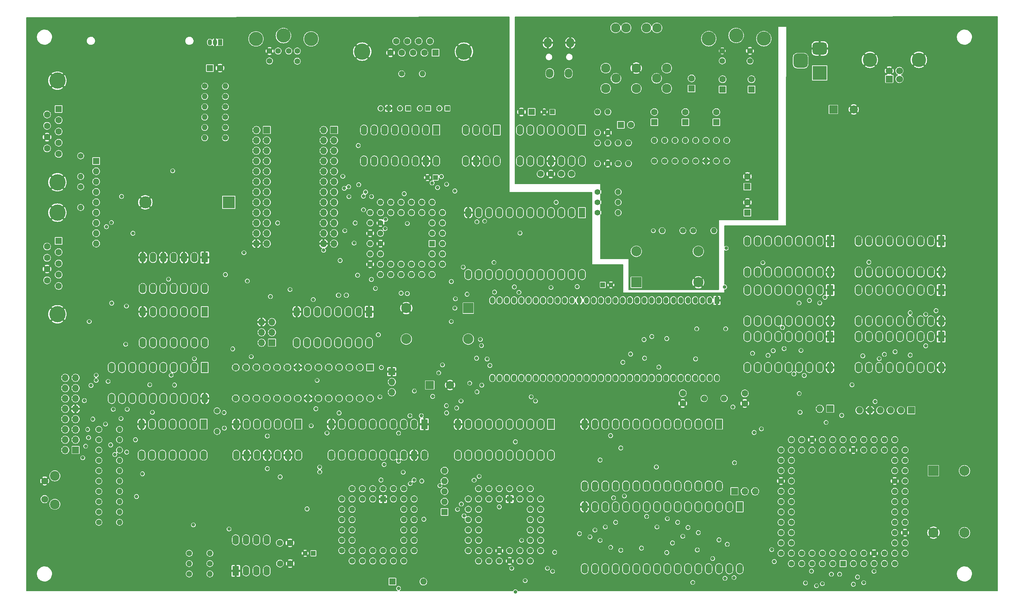
<source format=gbr>
%TF.GenerationSoftware,KiCad,Pcbnew,7.0.1-3b83917a11~172~ubuntu22.04.1*%
%TF.CreationDate,2023-04-12T19:09:25+02:00*%
%TF.ProjectId,sbc,7362632e-6b69-4636-9164-5f7063625858,rev?*%
%TF.SameCoordinates,Original*%
%TF.FileFunction,Copper,L3,Inr*%
%TF.FilePolarity,Positive*%
%FSLAX46Y46*%
G04 Gerber Fmt 4.6, Leading zero omitted, Abs format (unit mm)*
G04 Created by KiCad (PCBNEW 7.0.1-3b83917a11~172~ubuntu22.04.1) date 2023-04-12 19:09:25*
%MOMM*%
%LPD*%
G01*
G04 APERTURE LIST*
G04 Aperture macros list*
%AMRoundRect*
0 Rectangle with rounded corners*
0 $1 Rounding radius*
0 $2 $3 $4 $5 $6 $7 $8 $9 X,Y pos of 4 corners*
0 Add a 4 corners polygon primitive as box body*
4,1,4,$2,$3,$4,$5,$6,$7,$8,$9,$2,$3,0*
0 Add four circle primitives for the rounded corners*
1,1,$1+$1,$2,$3*
1,1,$1+$1,$4,$5*
1,1,$1+$1,$6,$7*
1,1,$1+$1,$8,$9*
0 Add four rect primitives between the rounded corners*
20,1,$1+$1,$2,$3,$4,$5,0*
20,1,$1+$1,$4,$5,$6,$7,0*
20,1,$1+$1,$6,$7,$8,$9,0*
20,1,$1+$1,$8,$9,$2,$3,0*%
G04 Aperture macros list end*
%TA.AperFunction,ComponentPad*%
%ADD10O,1.800000X2.300000*%
%TD*%
%TA.AperFunction,ComponentPad*%
%ADD11O,2.000000X2.300000*%
%TD*%
%TA.AperFunction,ComponentPad*%
%ADD12R,1.422400X1.422400*%
%TD*%
%TA.AperFunction,ComponentPad*%
%ADD13C,1.422400*%
%TD*%
%TA.AperFunction,ComponentPad*%
%ADD14R,2.000000X2.000000*%
%TD*%
%TA.AperFunction,ComponentPad*%
%ADD15C,2.000000*%
%TD*%
%TA.AperFunction,ComponentPad*%
%ADD16C,1.400000*%
%TD*%
%TA.AperFunction,ComponentPad*%
%ADD17O,1.400000X1.400000*%
%TD*%
%TA.AperFunction,ComponentPad*%
%ADD18R,1.200000X1.200000*%
%TD*%
%TA.AperFunction,ComponentPad*%
%ADD19C,1.200000*%
%TD*%
%TA.AperFunction,ComponentPad*%
%ADD20R,1.600000X1.600000*%
%TD*%
%TA.AperFunction,ComponentPad*%
%ADD21C,1.600000*%
%TD*%
%TA.AperFunction,ComponentPad*%
%ADD22R,1.700000X1.700000*%
%TD*%
%TA.AperFunction,ComponentPad*%
%ADD23O,1.700000X1.700000*%
%TD*%
%TA.AperFunction,ComponentPad*%
%ADD24R,1.600000X2.400000*%
%TD*%
%TA.AperFunction,ComponentPad*%
%ADD25O,1.600000X2.400000*%
%TD*%
%TA.AperFunction,ComponentPad*%
%ADD26R,2.500000X2.500000*%
%TD*%
%TA.AperFunction,ComponentPad*%
%ADD27C,2.500000*%
%TD*%
%TA.AperFunction,ComponentPad*%
%ADD28O,1.600000X1.600000*%
%TD*%
%TA.AperFunction,ComponentPad*%
%ADD29R,3.000000X3.000000*%
%TD*%
%TA.AperFunction,ComponentPad*%
%ADD30C,3.000000*%
%TD*%
%TA.AperFunction,ComponentPad*%
%ADD31C,4.000000*%
%TD*%
%TA.AperFunction,ComponentPad*%
%ADD32C,1.700000*%
%TD*%
%TA.AperFunction,ComponentPad*%
%ADD33C,3.500000*%
%TD*%
%TA.AperFunction,ComponentPad*%
%ADD34C,1.000000*%
%TD*%
%TA.AperFunction,ComponentPad*%
%ADD35C,2.300000*%
%TD*%
%TA.AperFunction,ComponentPad*%
%ADD36C,2.400000*%
%TD*%
%TA.AperFunction,ComponentPad*%
%ADD37C,3.497580*%
%TD*%
%TA.AperFunction,ComponentPad*%
%ADD38R,1.050000X1.500000*%
%TD*%
%TA.AperFunction,ComponentPad*%
%ADD39O,1.050000X1.500000*%
%TD*%
%TA.AperFunction,ComponentPad*%
%ADD40C,1.500000*%
%TD*%
%TA.AperFunction,ComponentPad*%
%ADD41R,1.200000X1.700000*%
%TD*%
%TA.AperFunction,ComponentPad*%
%ADD42O,1.200000X1.700000*%
%TD*%
%TA.AperFunction,ComponentPad*%
%ADD43R,3.500000X3.500000*%
%TD*%
%TA.AperFunction,ComponentPad*%
%ADD44RoundRect,0.750000X-1.000000X0.750000X-1.000000X-0.750000X1.000000X-0.750000X1.000000X0.750000X0*%
%TD*%
%TA.AperFunction,ComponentPad*%
%ADD45RoundRect,0.875000X-0.875000X0.875000X-0.875000X-0.875000X0.875000X-0.875000X0.875000X0.875000X0*%
%TD*%
%TA.AperFunction,ViaPad*%
%ADD46C,0.889000*%
%TD*%
G04 APERTURE END LIST*
D10*
%TO.N,/Video_Audio/Audio_analog/AUDIO_OUT*%
%TO.C,J3*%
X197328000Y-77477000D03*
X192728000Y-77477000D03*
D11*
%TO.N,GND*%
X192278000Y-69977000D03*
X197778000Y-69977000D03*
%TD*%
D12*
%TO.N,GND*%
%TO.C,U11*%
X151765000Y-182225000D03*
D13*
%TO.N,Net-(U11-PA0)*%
X149225000Y-179685000D03*
%TO.N,Net-(U11-PA1)*%
X149225000Y-182225000D03*
%TO.N,Net-(U11-PA2)*%
X146685000Y-179685000D03*
%TO.N,Net-(U11-PA3)*%
X146685000Y-182225000D03*
%TO.N,Net-(U11-PA4)*%
X144145000Y-179685000D03*
%TO.N,Net-(U11-PA5)*%
X141605000Y-182225000D03*
%TO.N,Net-(U11-PA6)*%
X144145000Y-182225000D03*
%TO.N,Net-(U11-PA7)*%
X141605000Y-184765000D03*
%TO.N,/SPI_CLK*%
X144145000Y-184765000D03*
%TO.N,unconnected-(U11-nc-Pad11)*%
X141605000Y-187305000D03*
%TO.N,/~{SPI_SS1}*%
X144145000Y-187305000D03*
%TO.N,/~{SPI_SS2}*%
X141605000Y-189845000D03*
%TO.N,/~{SPI_SS3}*%
X144145000Y-189845000D03*
%TO.N,/~{SPI_SS4}*%
X141605000Y-192385000D03*
%TO.N,unconnected-(U11-PB5-Pad16)*%
X144145000Y-192385000D03*
%TO.N,Net-(U11-PB6)*%
X141605000Y-194925000D03*
%TO.N,/SPI_MOSI*%
X144145000Y-197465000D03*
%TO.N,/SPI_CLK*%
X144145000Y-194925000D03*
%TO.N,/SPI_MISO*%
X146685000Y-197465000D03*
%TO.N,VCC*%
X146685000Y-194925000D03*
%TO.N,unconnected-(U11-nc-Pad22)*%
X149225000Y-197465000D03*
%TO.N,Net-(D1-K)*%
X149225000Y-194925000D03*
%TO.N,/CPU_R~{W}*%
X151765000Y-197465000D03*
%TO.N,/~{CS_VIA}*%
X151765000Y-194925000D03*
%TO.N,VCC*%
X154305000Y-197465000D03*
%TO.N,/PHI2*%
X154305000Y-194925000D03*
%TO.N,/CPU_D7*%
X156845000Y-197465000D03*
%TO.N,/CPU_D6*%
X159385000Y-194925000D03*
%TO.N,/CPU_D5*%
X156845000Y-194925000D03*
%TO.N,/CPU_D4*%
X159385000Y-192385000D03*
%TO.N,/CPU_D3*%
X156845000Y-192385000D03*
%TO.N,unconnected-(U11-nc-Pad33)*%
X159385000Y-189845000D03*
%TO.N,/CPU_D2*%
X156845000Y-189845000D03*
%TO.N,/CPU_D1*%
X159385000Y-187305000D03*
%TO.N,/CPU_D0*%
X156845000Y-187305000D03*
%TO.N,/~{RESET}*%
X159385000Y-184765000D03*
%TO.N,unconnected-(U11-nc-Pad38)*%
X156845000Y-184765000D03*
%TO.N,/CPU_A3*%
X159385000Y-182225000D03*
%TO.N,/CPU_A2*%
X156845000Y-179685000D03*
%TO.N,/CPU_A1*%
X156845000Y-182225000D03*
%TO.N,/CPU_A0*%
X154305000Y-179685000D03*
%TO.N,Net-(U11-CA2)*%
X154305000Y-182225000D03*
%TO.N,Net-(U11-CA1)*%
X151765000Y-179685000D03*
%TD*%
D14*
%TO.N,VCC*%
%TO.C,C3*%
X163240323Y-154178000D03*
D15*
%TO.N,GND*%
X168240323Y-154178000D03*
%TD*%
D16*
%TO.N,GND*%
%TO.C,R30*%
X204470000Y-106680000D03*
D17*
%TO.N,/Video_Audio/RGB_B*%
X209550000Y-106680000D03*
%TD*%
D16*
%TO.N,/PA6*%
%TO.C,R10*%
X81915000Y-170180000D03*
D17*
%TO.N,Net-(U11-PA6)*%
X86995000Y-170180000D03*
%TD*%
D16*
%TO.N,/PA2*%
%TO.C,R6*%
X81915000Y-177800000D03*
D17*
%TO.N,Net-(U11-PA2)*%
X86995000Y-177800000D03*
%TD*%
D18*
%TO.N,VCC*%
%TO.C,C38*%
X205740000Y-129540000D03*
D19*
%TO.N,GND*%
X207740000Y-129540000D03*
%TD*%
D20*
%TO.N,VCC*%
%TO.C,C46*%
X241300000Y-111760000D03*
D21*
%TO.N,GND*%
X241300000Y-109260000D03*
%TD*%
D22*
%TO.N,/TMS*%
%TO.C,JTAG1*%
X281559000Y-160401000D03*
D23*
%TO.N,/TDI*%
X279019000Y-160401000D03*
%TO.N,/TDO*%
X276479000Y-160401000D03*
%TO.N,/TCK*%
X273939000Y-160401000D03*
%TO.N,GND*%
X271399000Y-160401000D03*
%TO.N,VCC*%
X268859000Y-160401000D03*
%TD*%
D16*
%TO.N,GND*%
%TO.C,R27*%
X207010000Y-99695000D03*
D17*
%TO.N,Net-(C43-Pad1)*%
X207010000Y-94615000D03*
%TD*%
D24*
%TO.N,GND*%
%TO.C,U12*%
X161925000Y-163815000D03*
D25*
%TO.N,/~{BUF_OE}*%
X159385000Y-163815000D03*
%TO.N,/~{BUF_WE}*%
X156845000Y-163815000D03*
%TO.N,/BUF_R~{W}*%
X154305000Y-163815000D03*
%TO.N,/BUF_PHI2*%
X151765000Y-163815000D03*
%TO.N,/BUF_A0*%
X149225000Y-163815000D03*
%TO.N,/BUF_A1*%
X146685000Y-163815000D03*
%TO.N,/BUF_A2*%
X144145000Y-163815000D03*
%TO.N,/BUF_A3*%
X141605000Y-163815000D03*
%TO.N,GND*%
X139065000Y-163815000D03*
%TO.N,/CPU_A3*%
X139065000Y-171435000D03*
%TO.N,/CPU_A2*%
X141605000Y-171435000D03*
%TO.N,/CPU_A1*%
X144145000Y-171435000D03*
%TO.N,/CPU_A0*%
X146685000Y-171435000D03*
%TO.N,/PHI2*%
X149225000Y-171435000D03*
%TO.N,/CPU_R~{W}*%
X151765000Y-171435000D03*
%TO.N,/~{WE}*%
X154305000Y-171435000D03*
%TO.N,/~{OE}*%
X156845000Y-171435000D03*
%TO.N,GND*%
X159385000Y-171435000D03*
%TO.N,VCC*%
X161925000Y-171435000D03*
%TD*%
D24*
%TO.N,Net-(U29-OEb)*%
%TO.C,U7*%
X107950000Y-136144000D03*
D25*
%TO.N,Net-(RR1-R5)*%
X105410000Y-136144000D03*
%TO.N,/PA4*%
X102870000Y-136144000D03*
%TO.N,Net-(U29-OEa)*%
X100330000Y-136144000D03*
%TO.N,Net-(U7B-D)*%
X97790000Y-136144000D03*
%TO.N,/PA4*%
X95250000Y-136144000D03*
%TO.N,GND*%
X92710000Y-136144000D03*
%TO.N,/SPI_MISO*%
X92710000Y-143764000D03*
%TO.N,/SD Card/DAT0*%
X95250000Y-143764000D03*
%TO.N,/~{SPI_SS1}*%
X97790000Y-143764000D03*
%TO.N,unconnected-(U7D-O-Pad11)*%
X100330000Y-143764000D03*
%TO.N,unconnected-(U7D-D-Pad12)*%
X102870000Y-143764000D03*
%TO.N,unconnected-(U7D-EN-Pad13)*%
X105410000Y-143764000D03*
%TO.N,VCC*%
X107950000Y-143764000D03*
%TD*%
D16*
%TO.N,Net-(C56-Pad1)*%
%TO.C,R40*%
X231140000Y-93980000D03*
D17*
%TO.N,GND*%
X231140000Y-99060000D03*
%TD*%
D24*
%TO.N,Net-(U26A--)*%
%TO.C,U26*%
X200660000Y-91440000D03*
D25*
X198120000Y-91440000D03*
%TO.N,Net-(U25-ToBUFF)*%
X195580000Y-91440000D03*
%TO.N,VCC*%
X193040000Y-91440000D03*
%TO.N,Net-(U25-RB)*%
X190500000Y-91440000D03*
%TO.N,Net-(U25-MP)*%
X187960000Y-91440000D03*
X185420000Y-91440000D03*
%TO.N,Net-(U26C--)*%
X185420000Y-99060000D03*
X187960000Y-99060000D03*
%TO.N,Net-(U26C-+)*%
X190500000Y-99060000D03*
%TO.N,GND*%
X193040000Y-99060000D03*
%TO.N,Net-(U26C--)*%
X195580000Y-99060000D03*
%TO.N,Net-(U26D--)*%
X198120000Y-99060000D03*
%TO.N,Net-(C43-Pad1)*%
X200660000Y-99060000D03*
%TD*%
D22*
%TO.N,/CPU_RDY*%
%TO.C,JP2*%
X261620000Y-160020000D03*
D23*
%TO.N,Net-(JP2-B)*%
X259080000Y-160020000D03*
%TD*%
D16*
%TO.N,/PA3*%
%TO.C,R7*%
X81915000Y-185420000D03*
D17*
%TO.N,Net-(U11-PA3)*%
X86995000Y-185420000D03*
%TD*%
D26*
%TO.N,unconnected-(X3-NC-Pad1)*%
%TO.C,X3*%
X213995000Y-128905000D03*
D27*
%TO.N,GND*%
X229235000Y-128905000D03*
%TO.N,Net-(X3-FREQ)*%
X229235000Y-121285000D03*
%TO.N,VCC*%
X213995000Y-121285000D03*
%TD*%
D16*
%TO.N,Net-(X3-FREQ)*%
%TO.C,R31*%
X225425000Y-116205000D03*
D17*
%TO.N,Net-(U27-SCIN)*%
X220345000Y-116205000D03*
%TD*%
D20*
%TO.N,VCC*%
%TO.C,RR1*%
X81280000Y-99060000D03*
D28*
%TO.N,Net-(RR1-R1)*%
X81280000Y-101600000D03*
%TO.N,Net-(RR1-R2)*%
X81280000Y-104140000D03*
%TO.N,Net-(RR1-R3)*%
X81280000Y-106680000D03*
%TO.N,Net-(RR1-R4)*%
X81280000Y-109220000D03*
%TO.N,Net-(RR1-R5)*%
X81280000Y-111760000D03*
%TO.N,Net-(RR1-R6)*%
X81280000Y-114300000D03*
%TO.N,Net-(RR1-R7)*%
X81280000Y-116840000D03*
%TO.N,Net-(RR1-R8)*%
X81280000Y-119380000D03*
%TD*%
D21*
%TO.N,Net-(U18-XTAL1)*%
%TO.C,C32*%
X225425000Y-156210000D03*
%TO.N,GND*%
X225425000Y-158710000D03*
%TD*%
D20*
%TO.N,Net-(C56-Pad1)*%
%TO.C,C56*%
X233680000Y-89535000D03*
D21*
%TO.N,Net-(C56-Pad2)*%
X233680000Y-87035000D03*
%TD*%
D16*
%TO.N,Net-(U26D--)*%
%TO.C,R26*%
X204470000Y-94615000D03*
D17*
%TO.N,Net-(C43-Pad1)*%
X204470000Y-99695000D03*
%TD*%
D24*
%TO.N,/PA7*%
%TO.C,U28*%
X107701000Y-163815000D03*
D25*
X105161000Y-163815000D03*
%TO.N,Net-(U28-Pad10)*%
X102621000Y-163815000D03*
%TO.N,/PA7*%
X100081000Y-163815000D03*
%TO.N,/~{JOYPORT_ENABLE}*%
X97541000Y-163815000D03*
%TO.N,Net-(U29-OEb)*%
X95001000Y-163815000D03*
%TO.N,GND*%
X92461000Y-163815000D03*
%TO.N,Net-(U29-OEa)*%
X92461000Y-171435000D03*
%TO.N,/~{JOYPORT_ENABLE}*%
X95001000Y-171435000D03*
%TO.N,Net-(U28-Pad10)*%
X97541000Y-171435000D03*
%TO.N,Net-(U30-CE)*%
X100081000Y-171435000D03*
%TO.N,/~{SPI_SS1}*%
X102621000Y-171435000D03*
X105161000Y-171435000D03*
%TO.N,VCC*%
X107701000Y-171435000D03*
%TD*%
D16*
%TO.N,Net-(U15-VSS)*%
%TO.C,R17*%
X113030000Y-90805000D03*
D17*
%TO.N,/SD Card/CLK*%
X107950000Y-90805000D03*
%TD*%
D18*
%TO.N,VCC*%
%TO.C,C17*%
X164675600Y-103124000D03*
D19*
%TO.N,GND*%
X162675600Y-103124000D03*
%TD*%
D20*
%TO.N,Net-(C51-Pad1)*%
%TO.C,C51*%
X235204000Y-81446380D03*
D21*
%TO.N,/Video_Audio/Video_analog/Y_OUT*%
X235204000Y-78946380D03*
%TD*%
D20*
%TO.N,Net-(C50-Pad1)*%
%TO.C,C50*%
X218440000Y-89535000D03*
D21*
%TO.N,Net-(C50-Pad2)*%
X218440000Y-87035000D03*
%TD*%
D16*
%TO.N,Net-(U25-MP)*%
%TO.C,R25*%
X204470000Y-86995000D03*
D17*
%TO.N,Net-(U26D--)*%
X204470000Y-92075000D03*
%TD*%
D20*
%TO.N,Net-(C43-Pad1)*%
%TO.C,C43*%
X210185000Y-90170000D03*
D21*
%TO.N,/Video_Audio/Audio_analog/AUDIO_OUT*%
X212685000Y-90170000D03*
%TD*%
D20*
%TO.N,Net-(D1-K)*%
%TO.C,D1*%
X154051000Y-202565000D03*
D28*
%TO.N,/~{IRQ}*%
X161671000Y-202565000D03*
%TD*%
D24*
%TO.N,GND*%
%TO.C,U21*%
X261620000Y-130810000D03*
D25*
%TO.N,/Video_Audio/VDP_RD0*%
X259080000Y-130810000D03*
%TO.N,/Video_Audio/VDP_RD1*%
X256540000Y-130810000D03*
%TO.N,/Video_Audio/VDP_R~{W}*%
X254000000Y-130810000D03*
%TO.N,/Video_Audio/{slash}RAS*%
X251460000Y-130810000D03*
%TO.N,/Video_Audio/VDP_AD6*%
X248920000Y-130810000D03*
%TO.N,/Video_Audio/VDP_AD5*%
X246380000Y-130810000D03*
%TO.N,/Video_Audio/VDP_AD4*%
X243840000Y-130810000D03*
%TO.N,VCC*%
X241300000Y-130810000D03*
%TO.N,/Video_Audio/VDP_AD7*%
X241300000Y-138430000D03*
%TO.N,/Video_Audio/VDP_AD3*%
X243840000Y-138430000D03*
%TO.N,/Video_Audio/VDP_AD2*%
X246380000Y-138430000D03*
%TO.N,/Video_Audio/VDP_AD1*%
X248920000Y-138430000D03*
%TO.N,/Video_Audio/VDP_AD0*%
X251460000Y-138430000D03*
%TO.N,/Video_Audio/VDP_RD2*%
X254000000Y-138430000D03*
%TO.N,/Video_Audio/{slash}CAS1*%
X256540000Y-138430000D03*
%TO.N,/Video_Audio/VDP_RD3*%
X259080000Y-138430000D03*
%TO.N,GND*%
X261620000Y-138430000D03*
%TD*%
D24*
%TO.N,GND*%
%TO.C,U19*%
X261610000Y-142250000D03*
D25*
%TO.N,/Video_Audio/VDP_RD0*%
X259070000Y-142250000D03*
%TO.N,/Video_Audio/VDP_RD1*%
X256530000Y-142250000D03*
%TO.N,/Video_Audio/VDP_R~{W}*%
X253990000Y-142250000D03*
%TO.N,/Video_Audio/{slash}RAS*%
X251450000Y-142250000D03*
%TO.N,/Video_Audio/VDP_AD6*%
X248910000Y-142250000D03*
%TO.N,/Video_Audio/VDP_AD5*%
X246370000Y-142250000D03*
%TO.N,/Video_Audio/VDP_AD4*%
X243830000Y-142250000D03*
%TO.N,VCC*%
X241290000Y-142250000D03*
%TO.N,/Video_Audio/VDP_AD7*%
X241290000Y-149870000D03*
%TO.N,/Video_Audio/VDP_AD3*%
X243830000Y-149870000D03*
%TO.N,/Video_Audio/VDP_AD2*%
X246370000Y-149870000D03*
%TO.N,/Video_Audio/VDP_AD1*%
X248910000Y-149870000D03*
%TO.N,/Video_Audio/VDP_AD0*%
X251450000Y-149870000D03*
%TO.N,/Video_Audio/VDP_RD2*%
X253990000Y-149870000D03*
%TO.N,/Video_Audio/{slash}CAS0*%
X256530000Y-149870000D03*
%TO.N,/Video_Audio/VDP_RD3*%
X259070000Y-149870000D03*
%TO.N,GND*%
X261610000Y-149870000D03*
%TD*%
D24*
%TO.N,VCC*%
%TO.C,U25*%
X179705000Y-91440000D03*
D25*
%TO.N,Net-(U25-ToBUFF)*%
X177165000Y-91440000D03*
%TO.N,/Video_Audio/Audio_analog/LOAD*%
X174625000Y-91440000D03*
%TO.N,/Video_Audio/Audio_analog/SD*%
X172085000Y-91440000D03*
%TO.N,/Video_Audio/Audio_analog/fl*%
X172085000Y-99060000D03*
%TO.N,GND*%
X174625000Y-99060000D03*
%TO.N,Net-(U25-RB)*%
X177165000Y-99060000D03*
%TO.N,Net-(U25-MP)*%
X179705000Y-99060000D03*
%TD*%
D21*
%TO.N,Net-(U18-XTAL2)*%
%TO.C,C35*%
X240665000Y-156230000D03*
%TO.N,GND*%
X240665000Y-158730000D03*
%TD*%
D16*
%TO.N,Net-(U27-CVOUT)*%
%TO.C,R36*%
X226060000Y-99060000D03*
D17*
%TO.N,Net-(C56-Pad1)*%
X226060000Y-93980000D03*
%TD*%
D24*
%TO.N,VCC*%
%TO.C,U16*%
X200660000Y-111760000D03*
D25*
%TO.N,/~{IRQ}*%
X198120000Y-111760000D03*
%TO.N,/~{RESET}*%
X195580000Y-111760000D03*
%TO.N,/BUF_A0*%
X193040000Y-111760000D03*
%TO.N,/~{W}*%
X190500000Y-111760000D03*
%TO.N,/~{R}*%
X187960000Y-111760000D03*
%TO.N,/~{CS_OPL}*%
X185420000Y-111760000D03*
%TO.N,N/C*%
X182880000Y-111760000D03*
X180340000Y-111760000D03*
%TO.N,/BUF_D0*%
X177800000Y-111760000D03*
%TO.N,/BUF_D1*%
X175260000Y-111760000D03*
%TO.N,GND*%
X172720000Y-111760000D03*
%TO.N,/BUF_D2*%
X172720000Y-127000000D03*
%TO.N,/BUF_D3*%
X175260000Y-127000000D03*
%TO.N,/BUF_D4*%
X177800000Y-127000000D03*
%TO.N,/BUF_D5*%
X180340000Y-127000000D03*
%TO.N,/BUF_D6*%
X182880000Y-127000000D03*
%TO.N,/BUF_D7*%
X185420000Y-127000000D03*
%TO.N,N/C*%
X187960000Y-127000000D03*
%TO.N,/Video_Audio/Audio_analog/LOAD*%
X190500000Y-127000000D03*
%TO.N,/Video_Audio/Audio_analog/SD*%
X193040000Y-127000000D03*
%TO.N,N/C*%
X195580000Y-127000000D03*
%TO.N,/Video_Audio/Audio_analog/fl*%
X198120000Y-127000000D03*
%TO.N,/Video_Audio/OPL_CLK*%
X200660000Y-127000000D03*
%TD*%
D16*
%TO.N,Net-(U27-GOUT)*%
%TO.C,R34*%
X220980000Y-99060000D03*
D17*
%TO.N,Net-(C53-Pad1)*%
X220980000Y-93980000D03*
%TD*%
D29*
%TO.N,Net-(BT1-+)*%
%TO.C,BT1*%
X113850001Y-109220001D03*
D30*
%TO.N,GND*%
X93360001Y-109220001D03*
%TD*%
D16*
%TO.N,Net-(U27-COUT)*%
%TO.C,R39*%
X236220000Y-99060000D03*
D17*
%TO.N,Net-(C49-Pad1)*%
X236220000Y-93980000D03*
%TD*%
D24*
%TO.N,GND*%
%TO.C,U10*%
X115580000Y-199898000D03*
D25*
%TO.N,/RESET_TRIG*%
X118120000Y-199898000D03*
%TO.N,Net-(U10-Q)*%
X120660000Y-199898000D03*
%TO.N,VCC*%
X123200000Y-199898000D03*
%TO.N,Net-(U10-CV)*%
X123200000Y-192278000D03*
%TO.N,Net-(U10-DIS)*%
X120660000Y-192278000D03*
X118120000Y-192278000D03*
%TO.N,VCC*%
X115580000Y-192278000D03*
%TD*%
D26*
%TO.N,unconnected-(X1-NC-Pad1)*%
%TO.C,X1*%
X287020000Y-175260000D03*
D27*
%TO.N,GND*%
X287020000Y-190500000D03*
%TO.N,/CLKIN*%
X294640000Y-190500000D03*
%TO.N,VCC*%
X294640000Y-175260000D03*
%TD*%
D20*
%TO.N,Net-(C53-Pad1)*%
%TO.C,C53*%
X227584000Y-81240000D03*
D21*
%TO.N,/Video_Audio/Video_analog/G_OUT*%
X227584000Y-78740000D03*
%TD*%
D31*
%TO.N,GND*%
%TO.C,J2*%
X171641000Y-72134331D03*
X146641000Y-72134331D03*
D20*
%TO.N,unconnected-(J2-Pad1)*%
X164681000Y-72434331D03*
D21*
%TO.N,Net-(U8-R2IN)*%
X161911000Y-72434331D03*
%TO.N,Net-(U8-T2OUT)*%
X159141000Y-72434331D03*
%TO.N,Net-(J2-Pad4)*%
X156371000Y-72434331D03*
%TO.N,GND*%
X153601000Y-72434331D03*
%TO.N,unconnected-(J2-Pad6)*%
X163296000Y-69594331D03*
%TO.N,Net-(U8-T1OUT)*%
X160526000Y-69594331D03*
%TO.N,Net-(U8-R1IN)*%
X157756000Y-69594331D03*
%TO.N,unconnected-(J2-Pad9)*%
X154986000Y-69594331D03*
%TD*%
D20*
%TO.N,Net-(U15-VSS)*%
%TO.C,C20*%
X109220000Y-76200000D03*
D21*
%TO.N,GND*%
X111720000Y-76200000D03*
%TD*%
D24*
%TO.N,Net-(U6-INTR)*%
%TO.C,U5*%
X130942000Y-163815000D03*
D25*
%TO.N,/~{IRQ}*%
X128402000Y-163815000D03*
%TO.N,/~{RESET}*%
X125862000Y-163815000D03*
%TO.N,Net-(U6-MR)*%
X123322000Y-163815000D03*
%TO.N,Net-(U10-Q)*%
X120782000Y-163815000D03*
%TO.N,/~{RESET}*%
X118242000Y-163815000D03*
%TO.N,GND*%
X115702000Y-163815000D03*
%TO.N,unconnected-(U5-Pad8)*%
X115702000Y-171435000D03*
%TO.N,GND*%
X118242000Y-171435000D03*
%TO.N,unconnected-(U5-Pad10)*%
X120782000Y-171435000D03*
%TO.N,GND*%
X123322000Y-171435000D03*
%TO.N,unconnected-(U5-Pad12)*%
X125862000Y-171435000D03*
%TO.N,GND*%
X128402000Y-171435000D03*
%TO.N,VCC*%
X130942000Y-171435000D03*
%TD*%
D18*
%TO.N,Net-(U8-C1+)*%
%TO.C,C19*%
X167608000Y-86106000D03*
D19*
%TO.N,Net-(U8-C1-)*%
X165608000Y-86106000D03*
%TD*%
D24*
%TO.N,GND*%
%TO.C,U22*%
X288915000Y-130820000D03*
D25*
%TO.N,/Video_Audio/VDP_RD4*%
X286375000Y-130820000D03*
%TO.N,/Video_Audio/VDP_RD5*%
X283835000Y-130820000D03*
%TO.N,/Video_Audio/VDP_R~{W}*%
X281295000Y-130820000D03*
%TO.N,/Video_Audio/{slash}RAS*%
X278755000Y-130820000D03*
%TO.N,/Video_Audio/VDP_AD6*%
X276215000Y-130820000D03*
%TO.N,/Video_Audio/VDP_AD5*%
X273675000Y-130820000D03*
%TO.N,/Video_Audio/VDP_AD4*%
X271135000Y-130820000D03*
%TO.N,VCC*%
X268595000Y-130820000D03*
%TO.N,/Video_Audio/VDP_AD7*%
X268595000Y-138440000D03*
%TO.N,/Video_Audio/VDP_AD3*%
X271135000Y-138440000D03*
%TO.N,/Video_Audio/VDP_AD2*%
X273675000Y-138440000D03*
%TO.N,/Video_Audio/VDP_AD1*%
X276215000Y-138440000D03*
%TO.N,/Video_Audio/VDP_AD0*%
X278755000Y-138440000D03*
%TO.N,/Video_Audio/VDP_RD6*%
X281295000Y-138440000D03*
%TO.N,/Video_Audio/{slash}CAS1*%
X283835000Y-138440000D03*
%TO.N,/Video_Audio/VDP_RD7*%
X286375000Y-138440000D03*
%TO.N,GND*%
X288915000Y-138440000D03*
%TD*%
D16*
%TO.N,Net-(U15-VSS)*%
%TO.C,R21*%
X113030000Y-93345000D03*
D17*
%TO.N,/SD Card/DAT1*%
X107950000Y-93345000D03*
%TD*%
D22*
%TO.N,/BUF_D0*%
%TO.C,SLOT1*%
X123190000Y-91440000D03*
D23*
%TO.N,/BUF_A0*%
X120650000Y-91440000D03*
%TO.N,/BUF_D1*%
X123190000Y-93980000D03*
%TO.N,/BUF_A1*%
X120650000Y-93980000D03*
%TO.N,/BUF_D2*%
X123190000Y-96520000D03*
%TO.N,/BUF_A2*%
X120650000Y-96520000D03*
%TO.N,/BUF_D3*%
X123190000Y-99060000D03*
%TO.N,/BUF_A3*%
X120650000Y-99060000D03*
%TO.N,/BUF_D4*%
X123190000Y-101600000D03*
%TO.N,/BUF_R~{W}*%
X120650000Y-101600000D03*
%TO.N,/BUF_D5*%
X123190000Y-104140000D03*
%TO.N,/~{BUF_WE}*%
X120650000Y-104140000D03*
%TO.N,/BUF_D6*%
X123190000Y-106680000D03*
%TO.N,/~{BUF_OE}*%
X120650000Y-106680000D03*
%TO.N,/BUF_D7*%
X123190000Y-109220000D03*
%TO.N,/~{CS_SLOT1}*%
X120650000Y-109220000D03*
%TO.N,/~{IRQ}*%
X123190000Y-111760000D03*
%TO.N,/~{NMI}*%
X120650000Y-111760000D03*
%TO.N,/CPU_RDY*%
X123190000Y-114300000D03*
%TO.N,/BUF_PHI2*%
X120650000Y-114300000D03*
%TO.N,/~{RESET}*%
X123190000Y-116840000D03*
%TO.N,/RESET_TRIG*%
X120650000Y-116840000D03*
%TO.N,VCC*%
X123190000Y-119380000D03*
%TO.N,GND*%
X120650000Y-119380000D03*
%TD*%
D24*
%TO.N,Net-(U8-C1+)*%
%TO.C,U8*%
X164857400Y-91425000D03*
D25*
%TO.N,Net-(U8-VS+)*%
X162317400Y-91425000D03*
%TO.N,Net-(U8-C1-)*%
X159777400Y-91425000D03*
%TO.N,Net-(U8-C2+)*%
X157237400Y-91425000D03*
%TO.N,Net-(U8-C2-)*%
X154697400Y-91425000D03*
%TO.N,Net-(U8-VS-)*%
X152157400Y-91425000D03*
%TO.N,Net-(U8-T2OUT)*%
X149617400Y-91425000D03*
%TO.N,Net-(U8-R2IN)*%
X147077400Y-91425000D03*
%TO.N,Net-(U6-SIN)*%
X147077400Y-99045000D03*
%TO.N,Net-(U6-SOUT)*%
X149617400Y-99045000D03*
%TO.N,Net-(U6-~{RTS})*%
X152157400Y-99045000D03*
%TO.N,Net-(U6-~{CTS})*%
X154697400Y-99045000D03*
%TO.N,Net-(U8-R1IN)*%
X157237400Y-99045000D03*
%TO.N,Net-(U8-T1OUT)*%
X159777400Y-99045000D03*
%TO.N,GND*%
X162317400Y-99045000D03*
%TO.N,VCC*%
X164857400Y-99045000D03*
%TD*%
D16*
%TO.N,/PA1*%
%TO.C,R5*%
X81915000Y-187960000D03*
D17*
%TO.N,Net-(U11-PA1)*%
X86995000Y-187960000D03*
%TD*%
D16*
%TO.N,Net-(U15-VSS)*%
%TO.C,R19*%
X113030000Y-88265000D03*
D17*
%TO.N,/SD Card/CMD*%
X107950000Y-88265000D03*
%TD*%
D16*
%TO.N,/CA1*%
%TO.C,R12*%
X81915000Y-167640000D03*
D17*
%TO.N,Net-(U11-CA1)*%
X86995000Y-167640000D03*
%TD*%
D16*
%TO.N,VCC*%
%TO.C,R3*%
X104140000Y-195580000D03*
D17*
%TO.N,/~{RESET}*%
X109220000Y-195580000D03*
%TD*%
D12*
%TO.N,unconnected-(U6-NC-Pad1)*%
%TO.C,U6*%
X163830000Y-119380000D03*
D13*
%TO.N,/BUF_D0*%
X166370000Y-116840000D03*
%TO.N,/BUF_D1*%
X163830000Y-116840000D03*
%TO.N,/BUF_D2*%
X166370000Y-114300000D03*
%TO.N,/BUF_D3*%
X163830000Y-114300000D03*
%TO.N,/BUF_D4*%
X166370000Y-111760000D03*
%TO.N,/BUF_D5*%
X163830000Y-109220000D03*
%TO.N,/BUF_D6*%
X163830000Y-111760000D03*
%TO.N,/BUF_D7*%
X161290000Y-109220000D03*
%TO.N,Net-(U6-RCLK)*%
X161290000Y-111760000D03*
%TO.N,Net-(U6-SIN)*%
X158750000Y-109220000D03*
%TO.N,unconnected-(U6-NC-Pad12)*%
X158750000Y-111760000D03*
%TO.N,Net-(U6-SOUT)*%
X156210000Y-109220000D03*
%TO.N,VCC*%
X156210000Y-111760000D03*
X153670000Y-109220000D03*
%TO.N,/~{CS_UART}*%
X153670000Y-111760000D03*
%TO.N,Net-(U6-RCLK)*%
X151130000Y-109220000D03*
%TO.N,Net-(U6-XIN)*%
X148590000Y-111760000D03*
%TO.N,unconnected-(U6-XOUT-Pad19)*%
X151130000Y-111760000D03*
%TO.N,/~{BUF_WE}*%
X148590000Y-114300000D03*
%TO.N,GND*%
X151130000Y-114300000D03*
X148590000Y-116840000D03*
%TO.N,unconnected-(U6-NC-Pad23)*%
X151130000Y-116840000D03*
%TO.N,/~{BUF_OE}*%
X148590000Y-119380000D03*
%TO.N,GND*%
X151130000Y-119380000D03*
%TO.N,unconnected-(U6-DDIS-Pad26)*%
X148590000Y-121920000D03*
%TO.N,unconnected-(U6-~{TXRDY}-Pad27)*%
X151130000Y-121920000D03*
%TO.N,GND*%
X148590000Y-124460000D03*
%TO.N,/BUF_A2*%
X151130000Y-127000000D03*
%TO.N,/BUF_A1*%
X151130000Y-124460000D03*
%TO.N,/BUF_A0*%
X153670000Y-127000000D03*
%TO.N,unconnected-(U6-~{RXRDY}-Pad32)*%
X153670000Y-124460000D03*
%TO.N,Net-(U6-INTR)*%
X156210000Y-127000000D03*
%TO.N,unconnected-(U6-NC-Pad34)*%
X156210000Y-124460000D03*
%TO.N,unconnected-(U6-~{OUT2}-Pad35)*%
X158750000Y-127000000D03*
%TO.N,Net-(U6-~{RTS})*%
X158750000Y-124460000D03*
%TO.N,unconnected-(U6-~{DTR}-Pad37)*%
X161290000Y-127000000D03*
%TO.N,/~{JOYPORT_ENABLE}*%
X161290000Y-124460000D03*
%TO.N,Net-(U6-MR)*%
X163830000Y-127000000D03*
%TO.N,Net-(U6-~{CTS})*%
X166370000Y-124460000D03*
%TO.N,VCC*%
X163830000Y-124460000D03*
X166370000Y-121920000D03*
X163830000Y-121920000D03*
X166370000Y-119380000D03*
%TD*%
D16*
%TO.N,Net-(U15-VSS)*%
%TO.C,R22*%
X113030000Y-83185000D03*
D17*
%TO.N,/SD Card/DAT2*%
X107950000Y-83185000D03*
%TD*%
D16*
%TO.N,Net-(C42-Pad2)*%
%TO.C,R24*%
X209550000Y-99695000D03*
D17*
%TO.N,Net-(U26C-+)*%
X209550000Y-94615000D03*
%TD*%
D24*
%TO.N,GND*%
%TO.C,U30*%
X148336000Y-136144000D03*
D25*
%TO.N,Net-(BT1-+)*%
X145796000Y-136144000D03*
%TO.N,Net-(U30-X1)*%
X143256000Y-136144000D03*
%TO.N,Net-(U30-X2)*%
X140716000Y-136144000D03*
%TO.N,/~{IRQ}*%
X138176000Y-136144000D03*
%TO.N,unconnected-(U30-INT1-Pad6)*%
X135636000Y-136144000D03*
%TO.N,unconnected-(U30-1HZ-Pad7)*%
X133096000Y-136144000D03*
%TO.N,GND*%
X130556000Y-136144000D03*
%TO.N,VCC*%
X130556000Y-143764000D03*
%TO.N,Net-(U30-CE)*%
X133096000Y-143764000D03*
%TO.N,/SPI_CLK*%
X135636000Y-143764000D03*
%TO.N,/SPI_MOSI*%
X138176000Y-143764000D03*
%TO.N,/SPI_MISO*%
X140716000Y-143764000D03*
%TO.N,VCC*%
X143256000Y-143764000D03*
%TO.N,unconnected-(U30-32KHZ-Pad15)*%
X145796000Y-143764000D03*
%TO.N,VCC*%
X148336000Y-143764000D03*
%TD*%
D16*
%TO.N,Net-(U27-BOUT)*%
%TO.C,R35*%
X223520000Y-99060000D03*
D17*
%TO.N,Net-(C55-Pad1)*%
X223520000Y-93980000D03*
%TD*%
D22*
%TO.N,/BUF_D0*%
%TO.C,SLOT0*%
X139700000Y-91440000D03*
D23*
%TO.N,/BUF_A0*%
X137160000Y-91440000D03*
%TO.N,/BUF_D1*%
X139700000Y-93980000D03*
%TO.N,/BUF_A1*%
X137160000Y-93980000D03*
%TO.N,/BUF_D2*%
X139700000Y-96520000D03*
%TO.N,/BUF_A2*%
X137160000Y-96520000D03*
%TO.N,/BUF_D3*%
X139700000Y-99060000D03*
%TO.N,/BUF_A3*%
X137160000Y-99060000D03*
%TO.N,/BUF_D4*%
X139700000Y-101600000D03*
%TO.N,/BUF_R~{W}*%
X137160000Y-101600000D03*
%TO.N,/BUF_D5*%
X139700000Y-104140000D03*
%TO.N,/~{BUF_WE}*%
X137160000Y-104140000D03*
%TO.N,/BUF_D6*%
X139700000Y-106680000D03*
%TO.N,/~{BUF_OE}*%
X137160000Y-106680000D03*
%TO.N,/BUF_D7*%
X139700000Y-109220000D03*
%TO.N,/~{CS_SLOT0}*%
X137160000Y-109220000D03*
%TO.N,/~{IRQ}*%
X139700000Y-111760000D03*
%TO.N,/~{NMI}*%
X137160000Y-111760000D03*
%TO.N,/CPU_RDY*%
X139700000Y-114300000D03*
%TO.N,/BUF_PHI2*%
X137160000Y-114300000D03*
%TO.N,/~{RESET}*%
X139700000Y-116840000D03*
%TO.N,/RESET_TRIG*%
X137160000Y-116840000D03*
%TO.N,VCC*%
X139700000Y-119380000D03*
%TO.N,GND*%
X137160000Y-119380000D03*
%TD*%
D16*
%TO.N,VCC*%
%TO.C,R1*%
X104140000Y-200660000D03*
D17*
%TO.N,/RESET_TRIG*%
X109220000Y-200660000D03*
%TD*%
D16*
%TO.N,GND*%
%TO.C,R29*%
X204470000Y-109220000D03*
D17*
%TO.N,/Video_Audio/RGB_R*%
X209550000Y-109220000D03*
%TD*%
D24*
%TO.N,/EXT_A18*%
%TO.C,U3*%
X239395000Y-184150000D03*
D25*
%TO.N,/EXT_A16*%
X236855000Y-184150000D03*
%TO.N,/EXT_A14*%
X234315000Y-184150000D03*
%TO.N,/CPU_A12*%
X231775000Y-184150000D03*
%TO.N,/CPU_A7*%
X229235000Y-184150000D03*
%TO.N,/CPU_A6*%
X226695000Y-184150000D03*
%TO.N,/CPU_A5*%
X224155000Y-184150000D03*
%TO.N,/CPU_A4*%
X221615000Y-184150000D03*
%TO.N,/CPU_A3*%
X219075000Y-184150000D03*
%TO.N,/CPU_A2*%
X216535000Y-184150000D03*
%TO.N,/CPU_A1*%
X213995000Y-184150000D03*
%TO.N,/CPU_A0*%
X211455000Y-184150000D03*
%TO.N,/CPU_D0*%
X208915000Y-184150000D03*
%TO.N,/CPU_D1*%
X206375000Y-184150000D03*
%TO.N,/CPU_D2*%
X203835000Y-184150000D03*
%TO.N,GND*%
X201295000Y-184150000D03*
%TO.N,/CPU_D3*%
X201295000Y-199390000D03*
%TO.N,/CPU_D4*%
X203835000Y-199390000D03*
%TO.N,/CPU_D5*%
X206375000Y-199390000D03*
%TO.N,/CPU_D6*%
X208915000Y-199390000D03*
%TO.N,/CPU_D7*%
X211455000Y-199390000D03*
%TO.N,/~{CS_RAM}*%
X213995000Y-199390000D03*
%TO.N,/CPU_A10*%
X216535000Y-199390000D03*
%TO.N,/~{OE}*%
X219075000Y-199390000D03*
%TO.N,/CPU_A11*%
X221615000Y-199390000D03*
%TO.N,/CPU_A9*%
X224155000Y-199390000D03*
%TO.N,/CPU_A8*%
X226695000Y-199390000D03*
%TO.N,/CPU_A13*%
X229235000Y-199390000D03*
%TO.N,/~{WE}*%
X231775000Y-199390000D03*
%TO.N,/EXT_A17*%
X234315000Y-199390000D03*
%TO.N,/EXT_A15*%
X236855000Y-199390000D03*
%TO.N,VCC*%
X239395000Y-199390000D03*
%TD*%
D31*
%TO.N,GND*%
%TO.C,Port2*%
X71755000Y-79285000D03*
X71755000Y-104285000D03*
D20*
%TO.N,Net-(U29-I0a)*%
X72055000Y-86245000D03*
D21*
%TO.N,Net-(RR1-R1)*%
X72055000Y-89015000D03*
%TO.N,Net-(RR1-R2)*%
X72055000Y-91785000D03*
%TO.N,Net-(RR1-R3)*%
X72055000Y-94555000D03*
%TO.N,unconnected-(Port2-Pad5)*%
X72055000Y-97325000D03*
%TO.N,Net-(U7B-D)*%
X69215000Y-87630000D03*
%TO.N,VCC*%
X69215000Y-90400000D03*
%TO.N,GND*%
X69215000Y-93170000D03*
%TO.N,unconnected-(Port2-Pad9)*%
X69215000Y-95940000D03*
%TD*%
D22*
%TO.N,VCC*%
%TO.C,J1*%
X276169000Y-78878000D03*
D32*
%TO.N,unconnected-(J1-D--Pad2)*%
X278669000Y-78878000D03*
%TO.N,unconnected-(J1-D+-Pad3)*%
X278669000Y-76878000D03*
%TO.N,GND*%
X276169000Y-76878000D03*
D33*
X271399000Y-74168000D03*
X283439000Y-74168000D03*
%TD*%
D20*
%TO.N,VCC*%
%TO.C,RN1*%
X166878000Y-185420000D03*
D28*
%TO.N,/~{BE}*%
X166878000Y-182880000D03*
%TO.N,/CPU_RDY*%
X166878000Y-180340000D03*
%TO.N,/~{IRQ}*%
X166878000Y-177800000D03*
%TO.N,/~{NMI}*%
X166878000Y-175260000D03*
%TD*%
D22*
%TO.N,/~{WE}*%
%TO.C,JP1*%
X238125000Y-180340000D03*
D23*
%TO.N,Net-(JP1-C)*%
X240665000Y-180340000D03*
%TO.N,VCC*%
X243205000Y-180340000D03*
%TD*%
D22*
%TO.N,/SPI_MISO*%
%TO.C,P3*%
X124460000Y-143764000D03*
D23*
%TO.N,VCC*%
X121920000Y-143764000D03*
%TO.N,/SPI_CLK*%
X124460000Y-141224000D03*
%TO.N,/SPI_MOSI*%
X121920000Y-141224000D03*
%TO.N,/~{RESET}*%
X124460000Y-138684000D03*
%TO.N,GND*%
X121920000Y-138684000D03*
%TD*%
D21*
%TO.N,Net-(U10-CV)*%
%TO.C,C2*%
X126397000Y-193040000D03*
%TO.N,GND*%
X128897000Y-193040000D03*
%TD*%
D24*
%TO.N,/CPU_R~{W}*%
%TO.C,U13*%
X193040000Y-163830000D03*
D25*
%TO.N,/BUF_D0*%
X190500000Y-163830000D03*
%TO.N,/BUF_D1*%
X187960000Y-163830000D03*
%TO.N,/BUF_D2*%
X185420000Y-163830000D03*
%TO.N,/BUF_D3*%
X182880000Y-163830000D03*
%TO.N,/BUF_D4*%
X180340000Y-163830000D03*
%TO.N,/BUF_D5*%
X177800000Y-163830000D03*
%TO.N,/BUF_D6*%
X175260000Y-163830000D03*
%TO.N,/BUF_D7*%
X172720000Y-163830000D03*
%TO.N,GND*%
X170180000Y-163830000D03*
%TO.N,/CPU_D7*%
X170180000Y-171450000D03*
%TO.N,/CPU_D6*%
X172720000Y-171450000D03*
%TO.N,/CPU_D5*%
X175260000Y-171450000D03*
%TO.N,/CPU_D4*%
X177800000Y-171450000D03*
%TO.N,/CPU_D3*%
X180340000Y-171450000D03*
%TO.N,/CPU_D2*%
X182880000Y-171450000D03*
%TO.N,/CPU_D1*%
X185420000Y-171450000D03*
%TO.N,/CPU_D0*%
X187960000Y-171450000D03*
%TO.N,/~{CS_BUFFER}*%
X190500000Y-171450000D03*
%TO.N,VCC*%
X193040000Y-171450000D03*
%TD*%
D16*
%TO.N,Net-(U26A--)*%
%TO.C,R14*%
X212090000Y-94615000D03*
D17*
%TO.N,Net-(C42-Pad2)*%
X212090000Y-99695000D03*
%TD*%
D24*
%TO.N,GND*%
%TO.C,U20*%
X288925000Y-142240000D03*
D25*
%TO.N,/Video_Audio/VDP_RD4*%
X286385000Y-142240000D03*
%TO.N,/Video_Audio/VDP_RD5*%
X283845000Y-142240000D03*
%TO.N,/Video_Audio/VDP_R~{W}*%
X281305000Y-142240000D03*
%TO.N,/Video_Audio/{slash}RAS*%
X278765000Y-142240000D03*
%TO.N,/Video_Audio/VDP_AD6*%
X276225000Y-142240000D03*
%TO.N,/Video_Audio/VDP_AD5*%
X273685000Y-142240000D03*
%TO.N,/Video_Audio/VDP_AD4*%
X271145000Y-142240000D03*
%TO.N,VCC*%
X268605000Y-142240000D03*
%TO.N,/Video_Audio/VDP_AD7*%
X268605000Y-149860000D03*
%TO.N,/Video_Audio/VDP_AD3*%
X271145000Y-149860000D03*
%TO.N,/Video_Audio/VDP_AD2*%
X273685000Y-149860000D03*
%TO.N,/Video_Audio/VDP_AD1*%
X276225000Y-149860000D03*
%TO.N,/Video_Audio/VDP_AD0*%
X278765000Y-149860000D03*
%TO.N,/Video_Audio/VDP_RD6*%
X281305000Y-149860000D03*
%TO.N,/Video_Audio/{slash}CAS0*%
X283845000Y-149860000D03*
%TO.N,/Video_Audio/VDP_RD7*%
X286385000Y-149860000D03*
%TO.N,GND*%
X288925000Y-149860000D03*
%TD*%
D34*
%TO.N,Net-(U30-X2)*%
%TO.C,X4*%
X140848000Y-132080000D03*
%TO.N,Net-(U30-X1)*%
X142748000Y-132080000D03*
%TD*%
D21*
%TO.N,GND*%
%TO.C,C41*%
X193000000Y-102235000D03*
%TO.N,Net-(U26C-+)*%
X190500000Y-102235000D03*
%TD*%
D16*
%TO.N,GND*%
%TO.C,R28*%
X204470000Y-111760000D03*
D17*
%TO.N,/Video_Audio/RGB_G*%
X209550000Y-111760000D03*
%TD*%
D16*
%TO.N,Net-(U27-YOUT)*%
%TO.C,R38*%
X233680000Y-99060000D03*
D17*
%TO.N,Net-(C51-Pad1)*%
X233680000Y-93980000D03*
%TD*%
D16*
%TO.N,GND*%
%TO.C,R23*%
X207010000Y-92075000D03*
D17*
%TO.N,Net-(U25-MP)*%
X207010000Y-86995000D03*
%TD*%
D18*
%TO.N,VCC*%
%TO.C,C25*%
X162814000Y-86106000D03*
D19*
%TO.N,Net-(U8-VS+)*%
X160814000Y-86106000D03*
%TD*%
D18*
%TO.N,Net-(U8-C2+)*%
%TO.C,C21*%
X157944600Y-86106000D03*
D19*
%TO.N,Net-(U8-C2-)*%
X155944600Y-86106000D03*
%TD*%
D16*
%TO.N,/Video_Audio/CSYNC*%
%TO.C,R32*%
X227965000Y-116205000D03*
D17*
%TO.N,Net-(U27-SYNCIN)*%
X233045000Y-116205000D03*
%TD*%
D18*
%TO.N,VCC*%
%TO.C,C39*%
X193377599Y-86995000D03*
D19*
%TO.N,GND*%
X191377599Y-86995000D03*
%TD*%
D21*
%TO.N,/RESET_TRIG*%
%TO.C,C1*%
X126437000Y-198120000D03*
%TO.N,GND*%
X128937000Y-198120000D03*
%TD*%
D16*
%TO.N,Net-(U15-VSS)*%
%TO.C,R20*%
X113030000Y-85725000D03*
D17*
%TO.N,/SD Card/DAT3*%
X107950000Y-85725000D03*
%TD*%
D12*
%TO.N,/EXT_A17*%
%TO.C,U2*%
X264795000Y-198120000D03*
D13*
%TO.N,/EXT_A18*%
X264795000Y-195580000D03*
%TO.N,/PHI2*%
X267335000Y-198120000D03*
%TO.N,/~{CS_ROM}*%
X267335000Y-195580000D03*
%TO.N,/~{CS_RAM}*%
X269875000Y-198120000D03*
%TO.N,/~{OE}*%
X269875000Y-195580000D03*
%TO.N,/~{WE}*%
X272415000Y-198120000D03*
%TO.N,GND*%
X272415000Y-195580000D03*
%TO.N,/CLKIN*%
X274955000Y-198120000D03*
%TO.N,unconnected-(U2-I{slash}O{slash}GCK2-Pad10)*%
X274955000Y-195580000D03*
%TO.N,/~{W}*%
X277495000Y-198120000D03*
%TO.N,unconnected-(U2-I{slash}O{slash}GCK3-Pad12)*%
X280035000Y-195580000D03*
%TO.N,unconnected-(U2-P13-Pad13)*%
X277495000Y-195580000D03*
%TO.N,unconnected-(U2-P14-Pad14)*%
X280035000Y-193040000D03*
%TO.N,unconnected-(U2-P15-Pad15)*%
X277495000Y-193040000D03*
%TO.N,GND*%
X280035000Y-190500000D03*
%TO.N,unconnected-(U2-P17-Pad17)*%
X277495000Y-190500000D03*
%TO.N,unconnected-(U2-P18-Pad18)*%
X280035000Y-187960000D03*
%TO.N,unconnected-(U2-P19-Pad19)*%
X277495000Y-187960000D03*
%TO.N,unconnected-(U2-P20-Pad20)*%
X280035000Y-185420000D03*
%TO.N,unconnected-(U2-P21-Pad21)*%
X277495000Y-185420000D03*
%TO.N,VCC*%
X280035000Y-182880000D03*
%TO.N,unconnected-(U2-P23-Pad23)*%
X277495000Y-182880000D03*
%TO.N,unconnected-(U2-P24-Pad24)*%
X280035000Y-180340000D03*
%TO.N,/~{CSW_VDP}*%
X277495000Y-180340000D03*
%TO.N,/~{R}*%
X280035000Y-177800000D03*
%TO.N,GND*%
X277495000Y-177800000D03*
%TO.N,/TDI*%
X280035000Y-175260000D03*
%TO.N,/TMS*%
X277495000Y-175260000D03*
%TO.N,/TCK*%
X280035000Y-172720000D03*
%TO.N,unconnected-(U2-P31-Pad31)*%
X277495000Y-172720000D03*
%TO.N,unconnected-(U2-P32-Pad32)*%
X280035000Y-170180000D03*
%TO.N,unconnected-(U2-P33-Pad33)*%
X277495000Y-167640000D03*
%TO.N,unconnected-(U2-P34-Pad34)*%
X277495000Y-170180000D03*
%TO.N,unconnected-(U2-P35-Pad35)*%
X274955000Y-167640000D03*
%TO.N,unconnected-(U2-P36-Pad36)*%
X274955000Y-170180000D03*
%TO.N,unconnected-(U2-P37-Pad37)*%
X272415000Y-167640000D03*
%TO.N,VCC*%
X272415000Y-170180000D03*
%TO.N,/~{CS_SLOT0}*%
X269875000Y-167640000D03*
%TO.N,/CPU_RDY*%
X269875000Y-170180000D03*
%TO.N,unconnected-(U2-P41-Pad41)*%
X267335000Y-167640000D03*
%TO.N,GND*%
X267335000Y-170180000D03*
%TO.N,unconnected-(U2-P43-Pad43)*%
X264795000Y-167640000D03*
%TO.N,unconnected-(U2-P44-Pad44)*%
X264795000Y-170180000D03*
%TO.N,unconnected-(U2-P45-Pad45)*%
X262255000Y-167640000D03*
%TO.N,unconnected-(U2-P46-Pad46)*%
X262255000Y-170180000D03*
%TO.N,/~{CSR_VDP}*%
X259715000Y-167640000D03*
%TO.N,/~{CS_UART}*%
X259715000Y-170180000D03*
%TO.N,GND*%
X257175000Y-167640000D03*
%TO.N,/~{CS_SLOT1}*%
X257175000Y-170180000D03*
%TO.N,/~{CS_VIA}*%
X254635000Y-167640000D03*
%TO.N,/~{CS_BUFFER}*%
X254635000Y-170180000D03*
%TO.N,/~{CS_OPL}*%
X252095000Y-167640000D03*
%TO.N,/CPU_D0*%
X249555000Y-170180000D03*
%TO.N,/CPU_D1*%
X252095000Y-170180000D03*
%TO.N,/CPU_D2*%
X249555000Y-172720000D03*
%TO.N,/CPU_D3*%
X252095000Y-172720000D03*
%TO.N,/CPU_D4*%
X249555000Y-175260000D03*
%TO.N,/TDO*%
X252095000Y-175260000D03*
%TO.N,GND*%
X249555000Y-177800000D03*
%TO.N,/CPU_D5*%
X252095000Y-177800000D03*
%TO.N,/CPU_D7*%
X249555000Y-180340000D03*
%TO.N,/CPU_D6*%
X252095000Y-180340000D03*
%TO.N,VCC*%
X249555000Y-182880000D03*
%TO.N,/CPU_A0*%
X252095000Y-182880000D03*
%TO.N,/CPU_A1*%
X249555000Y-185420000D03*
%TO.N,/CPU_A4*%
X252095000Y-185420000D03*
%TO.N,/CPU_A5*%
X249555000Y-187960000D03*
%TO.N,/CPU_A6*%
X252095000Y-187960000D03*
%TO.N,/CPU_A7*%
X249555000Y-190500000D03*
%TO.N,/CPU_A8*%
X252095000Y-190500000D03*
%TO.N,/CPU_A9*%
X249555000Y-193040000D03*
%TO.N,VCC*%
X252095000Y-193040000D03*
%TO.N,/~{RESET}*%
X249555000Y-195580000D03*
%TO.N,/CPU_A10*%
X252095000Y-198120000D03*
%TO.N,/CPU_A11*%
X252095000Y-195580000D03*
%TO.N,/CPU_A12*%
X254635000Y-198120000D03*
%TO.N,VCC*%
X254635000Y-195580000D03*
%TO.N,/CPU_A13*%
X257175000Y-198120000D03*
%TO.N,/CPU_A14*%
X257175000Y-195580000D03*
%TO.N,/CPU_A15*%
X259715000Y-198120000D03*
%TO.N,/EXT_A14*%
X259715000Y-195580000D03*
%TO.N,/EXT_A15*%
X262255000Y-198120000D03*
%TO.N,/EXT_A16*%
X262255000Y-195580000D03*
%TD*%
D16*
%TO.N,Net-(U10-DIS)*%
%TO.C,R2*%
X109220000Y-198120000D03*
D17*
%TO.N,VCC*%
X104140000Y-198120000D03*
%TD*%
D35*
%TO.N,*%
%TO.C,J5*%
X208915000Y-66294000D03*
X211495000Y-66300000D03*
X216495000Y-66300000D03*
X219075000Y-66294000D03*
%TO.N,/Video_Audio/Audio_analog/AUDIO_OUT*%
X206495000Y-76200000D03*
%TO.N,GND*%
X213995000Y-76200000D03*
%TO.N,Net-(C56-Pad2)*%
X221495000Y-76200000D03*
%TO.N,VCC*%
X208995000Y-78700000D03*
%TO.N,/Video_Audio/Video_analog/G_OUT*%
X218995000Y-78700000D03*
%TO.N,Net-(C50-Pad2)*%
X206495000Y-81200000D03*
%TO.N,Net-(C56-Pad2)*%
X221495000Y-81200000D03*
%TO.N,Net-(C55-Pad2)*%
X213995000Y-81200000D03*
%TD*%
D36*
%TO.N,*%
%TO.C,SW1*%
X71120000Y-183530000D03*
X71120000Y-176530000D03*
D32*
%TO.N,/RESET_TRIG*%
X68620000Y-182280000D03*
%TO.N,GND*%
X68620000Y-177780000D03*
%TD*%
D18*
%TO.N,Net-(U10-DIS)*%
%TO.C,C4*%
X134620000Y-195580000D03*
D19*
%TO.N,GND*%
X132620000Y-195580000D03*
%TD*%
D22*
%TO.N,/PA0*%
%TO.C,P1*%
X76200000Y-170180000D03*
D23*
%TO.N,/PA1*%
X73660000Y-170180000D03*
%TO.N,/PA2*%
X76200000Y-167640000D03*
%TO.N,/PA3*%
X73660000Y-167640000D03*
%TO.N,/PA4*%
X76200000Y-165100000D03*
%TO.N,/PA5*%
X73660000Y-165100000D03*
%TO.N,/PA6*%
X76200000Y-162560000D03*
%TO.N,/PA7*%
X73660000Y-162560000D03*
%TO.N,GND*%
X76200000Y-160020000D03*
%TO.N,VCC*%
X73660000Y-160020000D03*
%TO.N,unconnected-(P1-Pin_11-Pad11)*%
X76200000Y-157480000D03*
%TO.N,unconnected-(P1-Pin_12-Pad12)*%
X73660000Y-157480000D03*
%TO.N,/~{RESET}*%
X76200000Y-154940000D03*
%TO.N,/~{IRQ}*%
X73660000Y-154940000D03*
%TO.N,/CA2*%
X76200000Y-152400000D03*
%TO.N,/CA1*%
X73660000Y-152400000D03*
%TD*%
D24*
%TO.N,Net-(U29-OEa)*%
%TO.C,U29*%
X107950000Y-149860000D03*
D25*
%TO.N,Net-(U29-I0a)*%
X105410000Y-149860000D03*
%TO.N,/PA3*%
X102870000Y-149860000D03*
%TO.N,Net-(RR1-R1)*%
X100330000Y-149860000D03*
%TO.N,/PA2*%
X97790000Y-149860000D03*
%TO.N,Net-(RR1-R2)*%
X95250000Y-149860000D03*
%TO.N,/PA1*%
X92710000Y-149860000D03*
%TO.N,Net-(RR1-R3)*%
X90170000Y-149860000D03*
%TO.N,/PA0*%
X87630000Y-149860000D03*
%TO.N,VCC*%
X85090000Y-149860000D03*
%TO.N,Net-(RR1-R4)*%
X85090000Y-157480000D03*
%TO.N,/PA3*%
X87630000Y-157480000D03*
%TO.N,Net-(RR1-R6)*%
X90170000Y-157480000D03*
%TO.N,/PA2*%
X92710000Y-157480000D03*
%TO.N,Net-(RR1-R7)*%
X95250000Y-157480000D03*
%TO.N,/PA1*%
X97790000Y-157480000D03*
%TO.N,Net-(RR1-R8)*%
X100330000Y-157480000D03*
%TO.N,/PA0*%
X102870000Y-157480000D03*
%TO.N,Net-(U29-OEb)*%
X105410000Y-157480000D03*
%TO.N,GND*%
X107950000Y-157480000D03*
%TD*%
D24*
%TO.N,GND*%
%TO.C,U14*%
X107950000Y-122809000D03*
D25*
%TO.N,unconnected-(U14-Pad2)*%
X105410000Y-122809000D03*
%TO.N,GND*%
X102870000Y-122809000D03*
%TO.N,unconnected-(U14-Pad4)*%
X100330000Y-122809000D03*
%TO.N,GND*%
X97790000Y-122809000D03*
%TO.N,unconnected-(U14-Pad6)*%
X95250000Y-122809000D03*
%TO.N,GND*%
X92710000Y-122809000D03*
%TO.N,/SD Card/CLK*%
X92710000Y-130429000D03*
%TO.N,/SPI_CLK*%
X95250000Y-130429000D03*
%TO.N,/SD Card/CMD*%
X97790000Y-130429000D03*
%TO.N,/SPI_MOSI*%
X100330000Y-130429000D03*
%TO.N,/SD Card/DAT3*%
X102870000Y-130429000D03*
%TO.N,/~{SPI_SS1}*%
X105410000Y-130429000D03*
%TO.N,VCC*%
X107950000Y-130429000D03*
%TD*%
D16*
%TO.N,/PA4*%
%TO.C,R8*%
X81915000Y-175260000D03*
D17*
%TO.N,Net-(U11-PA4)*%
X86995000Y-175260000D03*
%TD*%
D16*
%TO.N,Net-(U29-I0a)*%
%TO.C,R41*%
X77470000Y-105410000D03*
D17*
%TO.N,VCC*%
X77470000Y-110490000D03*
%TD*%
D24*
%TO.N,/EXT_A14*%
%TO.C,U4*%
X234315000Y-163810000D03*
D25*
%TO.N,/CPU_A12*%
X231775000Y-163810000D03*
%TO.N,/CPU_A7*%
X229235000Y-163810000D03*
%TO.N,/CPU_A6*%
X226695000Y-163810000D03*
%TO.N,/CPU_A5*%
X224155000Y-163810000D03*
%TO.N,/CPU_A4*%
X221615000Y-163810000D03*
%TO.N,/CPU_A3*%
X219075000Y-163810000D03*
%TO.N,/CPU_A2*%
X216535000Y-163810000D03*
%TO.N,/CPU_A1*%
X213995000Y-163810000D03*
%TO.N,/CPU_A0*%
X211455000Y-163810000D03*
%TO.N,/CPU_D0*%
X208915000Y-163810000D03*
%TO.N,/CPU_D1*%
X206375000Y-163810000D03*
%TO.N,/CPU_D2*%
X203835000Y-163810000D03*
%TO.N,GND*%
X201295000Y-163810000D03*
%TO.N,/CPU_D3*%
X201295000Y-179050000D03*
%TO.N,/CPU_D4*%
X203835000Y-179050000D03*
%TO.N,/CPU_D5*%
X206375000Y-179050000D03*
%TO.N,/CPU_D6*%
X208915000Y-179050000D03*
%TO.N,/CPU_D7*%
X211455000Y-179050000D03*
%TO.N,/~{CS_ROM}*%
X213995000Y-179050000D03*
%TO.N,/CPU_A10*%
X216535000Y-179050000D03*
%TO.N,/~{OE}*%
X219075000Y-179050000D03*
%TO.N,/CPU_A11*%
X221615000Y-179050000D03*
%TO.N,/CPU_A9*%
X224155000Y-179050000D03*
%TO.N,/CPU_A8*%
X226695000Y-179050000D03*
%TO.N,/CPU_A13*%
X229235000Y-179050000D03*
%TO.N,Net-(JP1-C)*%
X231775000Y-179050000D03*
%TO.N,VCC*%
X234315000Y-179050000D03*
%TD*%
D31*
%TO.N,GND*%
%TO.C,Port1*%
X71755000Y-111760000D03*
X71755000Y-136760000D03*
D20*
%TO.N,Net-(RR1-R4)*%
X72055000Y-118720000D03*
D21*
%TO.N,Net-(RR1-R6)*%
X72055000Y-121490000D03*
%TO.N,Net-(RR1-R7)*%
X72055000Y-124260000D03*
%TO.N,Net-(RR1-R8)*%
X72055000Y-127030000D03*
%TO.N,unconnected-(Port1-Pad5)*%
X72055000Y-129800000D03*
%TO.N,Net-(RR1-R5)*%
X69215000Y-120105000D03*
%TO.N,VCC*%
X69215000Y-122875000D03*
%TO.N,GND*%
X69215000Y-125645000D03*
%TO.N,unconnected-(Port1-Pad9)*%
X69215000Y-128415000D03*
%TD*%
D16*
%TO.N,/PA5*%
%TO.C,R9*%
X81915000Y-180340000D03*
D17*
%TO.N,Net-(U11-PA5)*%
X86995000Y-180340000D03*
%TD*%
D13*
%TO.N,GND*%
%TO.C,J4*%
X235137960Y-71960740D03*
X241935000Y-71960740D03*
%TO.N,/Video_Audio/Video_analog/Y_OUT*%
X235137960Y-74409300D03*
%TO.N,/Video_Audio/Video_analog/C_OUT*%
X241935000Y-74460100D03*
D37*
%TO.N,N/C*%
X245336060Y-68961000D03*
X238536480Y-68163440D03*
X231787700Y-68961000D03*
%TD*%
D16*
%TO.N,/PA7*%
%TO.C,R11*%
X81915000Y-172720000D03*
D17*
%TO.N,Net-(U11-PA7)*%
X86995000Y-172720000D03*
%TD*%
D16*
%TO.N,Net-(U27-YTRAP)*%
%TO.C,R37*%
X228600000Y-99060000D03*
D17*
%TO.N,VCC*%
X228600000Y-93980000D03*
%TD*%
D16*
%TO.N,/CA2*%
%TO.C,R13*%
X81915000Y-165100000D03*
D17*
%TO.N,Net-(U11-CA2)*%
X86995000Y-165100000D03*
%TD*%
D13*
%TO.N,Net-(IC1-PD6)*%
%TO.C,P4*%
X125986540Y-71996300D03*
%TO.N,Net-(IC1-PD7)*%
X128582420Y-71996300D03*
%TO.N,GND*%
X123885960Y-71996300D03*
%TO.N,VCC*%
X130683000Y-71996300D03*
%TO.N,Net-(IC1-PD2)*%
X123885960Y-74444860D03*
%TO.N,Net-(IC1-PD3)*%
X130683000Y-74495660D03*
D37*
%TO.N,N/C*%
X134084060Y-68996560D03*
X127284480Y-68199000D03*
X120535700Y-68996560D03*
%TD*%
D38*
%TO.N,Net-(U15-VSS)*%
%TO.C,U9*%
X111760000Y-69850000D03*
D39*
%TO.N,GND*%
X110490000Y-69850000D03*
%TO.N,VCC*%
X109220000Y-69850000D03*
%TD*%
D20*
%TO.N,/~{RESET}*%
%TO.C,IC1*%
X148590000Y-149860000D03*
D28*
%TO.N,Net-(IC1-PD0)*%
X146050000Y-149860000D03*
%TO.N,Net-(IC1-PD1)*%
X143510000Y-149860000D03*
%TO.N,Net-(IC1-PD2)*%
X140970000Y-149860000D03*
%TO.N,Net-(IC1-PD3)*%
X138430000Y-149860000D03*
%TO.N,unconnected-(IC1-PD4-Pad6)*%
X135890000Y-149860000D03*
%TO.N,VCC*%
X133350000Y-149860000D03*
%TO.N,GND*%
X130810000Y-149860000D03*
%TO.N,unconnected-(IC1-PB6{slash}XTAL1-Pad9)*%
X128270000Y-149860000D03*
%TO.N,unconnected-(IC1-PB7{slash}XTAL2-Pad10)*%
X125730000Y-149860000D03*
%TO.N,unconnected-(IC1-PD5-Pad11)*%
X123190000Y-149860000D03*
%TO.N,Net-(IC1-PD6)*%
X120650000Y-149860000D03*
%TO.N,Net-(IC1-PD7)*%
X118110000Y-149860000D03*
%TO.N,unconnected-(IC1-PB0-Pad14)*%
X115570000Y-149860000D03*
%TO.N,unconnected-(IC1-PB1-Pad15)*%
X115570000Y-157480000D03*
%TO.N,/~{SPI_SS1}*%
X118110000Y-157480000D03*
%TO.N,/SPI_MOSI*%
X120650000Y-157480000D03*
%TO.N,/SPI_MISO*%
X123190000Y-157480000D03*
%TO.N,/SPI_CLK*%
X125730000Y-157480000D03*
%TO.N,VCC*%
X128270000Y-157480000D03*
X130810000Y-157480000D03*
%TO.N,GND*%
X133350000Y-157480000D03*
%TO.N,/RESET_TRIG*%
X135890000Y-157480000D03*
%TO.N,/~{NMI}*%
X138430000Y-157480000D03*
%TO.N,/~{IRQ}*%
X140970000Y-157480000D03*
%TO.N,unconnected-(IC1-PC3-Pad26)*%
X143510000Y-157480000D03*
%TO.N,unconnected-(IC1-PC4-Pad27)*%
X146050000Y-157480000D03*
%TO.N,unconnected-(IC1-PC5-Pad28)*%
X148590000Y-157480000D03*
%TD*%
D18*
%TO.N,GND*%
%TO.C,C22*%
X153162000Y-86106000D03*
D19*
%TO.N,Net-(U8-VS-)*%
X151162000Y-86106000D03*
%TD*%
D20*
%TO.N,Net-(C49-Pad1)*%
%TO.C,C49*%
X242316000Y-81446380D03*
D21*
%TO.N,/Video_Audio/Video_analog/C_OUT*%
X242316000Y-78946380D03*
%TD*%
D16*
%TO.N,Net-(U27-ROUT)*%
%TO.C,R33*%
X218440000Y-99060000D03*
D17*
%TO.N,Net-(C50-Pad1)*%
X218440000Y-93980000D03*
%TD*%
D20*
%TO.N,Net-(C55-Pad1)*%
%TO.C,C55*%
X226060000Y-89535000D03*
D21*
%TO.N,Net-(C55-Pad2)*%
X226060000Y-87035000D03*
%TD*%
D14*
%TO.N,VCC*%
%TO.C,C18*%
X262427323Y-86360000D03*
D15*
%TO.N,GND*%
X267427323Y-86360000D03*
%TD*%
D22*
%TO.N,GND*%
%TO.C,P2*%
X153924000Y-150876000D03*
D23*
%TO.N,Net-(IC1-PD0)*%
X153924000Y-153416000D03*
%TO.N,Net-(IC1-PD1)*%
X153924000Y-155956000D03*
%TD*%
D16*
%TO.N,Net-(J2-Pad4)*%
%TO.C,R18*%
X156337000Y-77597000D03*
D17*
%TO.N,Net-(U8-VS+)*%
X161417000Y-77597000D03*
%TD*%
D40*
%TO.N,Net-(U18-XTAL1)*%
%TO.C,Y1*%
X230680000Y-157480000D03*
%TO.N,Net-(U18-XTAL2)*%
X235560000Y-157480000D03*
%TD*%
D16*
%TO.N,/~{SD_CARD_DETECT}*%
%TO.C,R15*%
X107950000Y-80645000D03*
D17*
%TO.N,Net-(U11-PB6)*%
X113030000Y-80645000D03*
%TD*%
D24*
%TO.N,GND*%
%TO.C,U23*%
X261610000Y-118755000D03*
D25*
%TO.N,/Video_Audio/VDP_RD0*%
X259070000Y-118755000D03*
%TO.N,/Video_Audio/VDP_RD1*%
X256530000Y-118755000D03*
%TO.N,/Video_Audio/VDP_R~{W}*%
X253990000Y-118755000D03*
%TO.N,/Video_Audio/{slash}RAS*%
X251450000Y-118755000D03*
%TO.N,/Video_Audio/VDP_AD6*%
X248910000Y-118755000D03*
%TO.N,/Video_Audio/VDP_AD5*%
X246370000Y-118755000D03*
%TO.N,/Video_Audio/VDP_AD4*%
X243830000Y-118755000D03*
%TO.N,VCC*%
X241290000Y-118755000D03*
%TO.N,/Video_Audio/VDP_AD7*%
X241290000Y-126375000D03*
%TO.N,/Video_Audio/VDP_AD3*%
X243830000Y-126375000D03*
%TO.N,/Video_Audio/VDP_AD2*%
X246370000Y-126375000D03*
%TO.N,/Video_Audio/VDP_AD1*%
X248910000Y-126375000D03*
%TO.N,/Video_Audio/VDP_AD0*%
X251450000Y-126375000D03*
%TO.N,/Video_Audio/VDP_RD2*%
X253990000Y-126375000D03*
%TO.N,/Video_Audio/{slash}CAS_X*%
X256530000Y-126375000D03*
%TO.N,/Video_Audio/VDP_RD3*%
X259070000Y-126375000D03*
%TO.N,GND*%
X261610000Y-126375000D03*
%TD*%
D24*
%TO.N,GND*%
%TO.C,U24*%
X288925000Y-118745000D03*
D25*
%TO.N,/Video_Audio/VDP_RD4*%
X286385000Y-118745000D03*
%TO.N,/Video_Audio/VDP_RD5*%
X283845000Y-118745000D03*
%TO.N,/Video_Audio/VDP_R~{W}*%
X281305000Y-118745000D03*
%TO.N,/Video_Audio/{slash}RAS*%
X278765000Y-118745000D03*
%TO.N,/Video_Audio/VDP_AD6*%
X276225000Y-118745000D03*
%TO.N,/Video_Audio/VDP_AD5*%
X273685000Y-118745000D03*
%TO.N,/Video_Audio/VDP_AD4*%
X271145000Y-118745000D03*
%TO.N,VCC*%
X268605000Y-118745000D03*
%TO.N,/Video_Audio/VDP_AD7*%
X268605000Y-126365000D03*
%TO.N,/Video_Audio/VDP_AD3*%
X271145000Y-126365000D03*
%TO.N,/Video_Audio/VDP_AD2*%
X273685000Y-126365000D03*
%TO.N,/Video_Audio/VDP_AD1*%
X276225000Y-126365000D03*
%TO.N,/Video_Audio/VDP_AD0*%
X278765000Y-126365000D03*
%TO.N,/Video_Audio/VDP_RD6*%
X281305000Y-126365000D03*
%TO.N,/Video_Audio/{slash}CAS_X*%
X283845000Y-126365000D03*
%TO.N,/Video_Audio/VDP_RD7*%
X286385000Y-126365000D03*
%TO.N,GND*%
X288925000Y-126365000D03*
%TD*%
D21*
%TO.N,Net-(U26C--)*%
%TO.C,C42*%
X195580000Y-102235000D03*
%TO.N,Net-(C42-Pad2)*%
X198080000Y-102235000D03*
%TD*%
D20*
%TO.N,Net-(U25-RB)*%
%TO.C,C40*%
X188276112Y-86995000D03*
D21*
%TO.N,GND*%
X185776112Y-86995000D03*
%TD*%
D20*
%TO.N,VCC*%
%TO.C,C52*%
X241300000Y-105370000D03*
D21*
%TO.N,GND*%
X241300000Y-102870000D03*
%TD*%
D41*
%TO.N,GND*%
%TO.C,U18*%
X233805000Y-133350000D03*
D42*
%TO.N,N/C*%
X232025000Y-133350000D03*
X230245000Y-133350000D03*
%TO.N,VCC*%
X228465000Y-133350000D03*
%TO.N,N/C*%
X226685000Y-133350000D03*
%TO.N,/Video_Audio/CSYNC*%
X224905000Y-133350000D03*
%TO.N,N/C*%
X223125000Y-133350000D03*
%TO.N,/Video_Audio/OPL_CLK*%
X221345000Y-133350000D03*
%TO.N,/~{RESET}*%
X219565000Y-133350000D03*
%TO.N,N/C*%
X217785000Y-133350000D03*
X216005000Y-133350000D03*
X214225000Y-133350000D03*
X212445000Y-133350000D03*
X210665000Y-133350000D03*
X208885000Y-133350000D03*
X207105000Y-133350000D03*
X205325000Y-133350000D03*
X203545000Y-133350000D03*
X201765000Y-133350000D03*
%TO.N,GND*%
X199985000Y-133350000D03*
%TO.N,VCC*%
X198205000Y-133350000D03*
%TO.N,/Video_Audio/RGB_G*%
X196425000Y-133350000D03*
%TO.N,/Video_Audio/RGB_R*%
X194645000Y-133350000D03*
%TO.N,/Video_Audio/RGB_B*%
X192865000Y-133350000D03*
%TO.N,/~{IRQ}*%
X191085000Y-133350000D03*
%TO.N,Net-(JP2-B)*%
X189305000Y-133350000D03*
%TO.N,VCC*%
X187525000Y-133350000D03*
%TO.N,/BUF_A1*%
X185745000Y-133350000D03*
%TO.N,/BUF_A0*%
X183965000Y-133350000D03*
%TO.N,/~{CSW_VDP}*%
X182185000Y-133350000D03*
%TO.N,/~{CSR_VDP}*%
X180405000Y-133350000D03*
%TO.N,/BUF_D7*%
X178625000Y-133350000D03*
%TO.N,unconnected-(U18-VBB-Pad33)*%
X178625000Y-152450800D03*
%TO.N,/BUF_D6*%
X180405000Y-152450800D03*
%TO.N,/BUF_D5*%
X182185000Y-152450800D03*
%TO.N,/BUF_D4*%
X183965000Y-152450800D03*
%TO.N,/BUF_D3*%
X185745000Y-152450800D03*
%TO.N,/BUF_D2*%
X187525000Y-152450800D03*
%TO.N,/BUF_D1*%
X189305000Y-152450800D03*
%TO.N,/BUF_D0*%
X191085000Y-152450800D03*
%TO.N,/Video_Audio/VDP_RD0*%
X192865000Y-152450800D03*
%TO.N,/Video_Audio/VDP_RD1*%
X194645000Y-152450800D03*
%TO.N,/Video_Audio/VDP_RD2*%
X196425000Y-152450800D03*
%TO.N,/Video_Audio/VDP_RD3*%
X198205000Y-152450800D03*
%TO.N,/Video_Audio/VDP_RD4*%
X199985000Y-152450800D03*
%TO.N,/Video_Audio/VDP_RD5*%
X201765000Y-152450800D03*
%TO.N,/Video_Audio/VDP_RD6*%
X203545000Y-152450800D03*
%TO.N,/Video_Audio/VDP_RD7*%
X205325000Y-152450800D03*
%TO.N,/Video_Audio/VDP_AD0*%
X207105000Y-152450800D03*
%TO.N,/Video_Audio/VDP_AD1*%
X208885000Y-152450800D03*
%TO.N,/Video_Audio/VDP_AD2*%
X210665000Y-152450800D03*
%TO.N,/Video_Audio/VDP_AD3*%
X212445000Y-152450800D03*
%TO.N,/Video_Audio/VDP_AD4*%
X214225000Y-152450800D03*
%TO.N,/Video_Audio/VDP_AD5*%
X216005000Y-152450800D03*
%TO.N,/Video_Audio/VDP_AD6*%
X217785000Y-152450800D03*
%TO.N,/Video_Audio/VDP_AD7*%
X219565000Y-152450800D03*
%TO.N,/Video_Audio/VDP_R~{W}*%
X221345000Y-152450800D03*
%TO.N,VCC*%
X223125000Y-152450800D03*
%TO.N,/Video_Audio/{slash}CAS_X*%
X224905000Y-152450800D03*
%TO.N,/Video_Audio/{slash}CAS1*%
X226685000Y-152450800D03*
%TO.N,/Video_Audio/{slash}CAS0*%
X228465000Y-152450800D03*
%TO.N,/Video_Audio/{slash}RAS*%
X230245000Y-152450800D03*
%TO.N,Net-(U18-XTAL1)*%
X232025000Y-152450800D03*
%TO.N,Net-(U18-XTAL2)*%
X233805000Y-152450800D03*
%TD*%
D16*
%TO.N,Net-(U7B-D)*%
%TO.C,R42*%
X77470000Y-97790000D03*
D17*
%TO.N,VCC*%
X77470000Y-102870000D03*
%TD*%
D43*
%TO.N,VCC*%
%TO.C,CON1*%
X259080000Y-77374000D03*
D44*
%TO.N,GND*%
X259080000Y-71374000D03*
D45*
%TO.N,N/C*%
X254380000Y-74374000D03*
%TD*%
D12*
%TO.N,GND*%
%TO.C,U1*%
X182880000Y-182225000D03*
D13*
%TO.N,unconnected-(U1-~{VP}-Pad2)*%
X180340000Y-179685000D03*
%TO.N,/CPU_RDY*%
X180340000Y-182225000D03*
%TO.N,unconnected-(U1-\u03D51-Pad4)*%
X177800000Y-179685000D03*
%TO.N,/~{IRQ}*%
X177800000Y-182225000D03*
%TO.N,unconnected-(U1-~{ML}-Pad6)*%
X175260000Y-179685000D03*
%TO.N,/~{NMI}*%
X172720000Y-182225000D03*
%TO.N,unconnected-(U1-SYNC-Pad8)*%
X175260000Y-182225000D03*
%TO.N,VCC*%
X172720000Y-184765000D03*
%TO.N,/CPU_A0*%
X175260000Y-184765000D03*
%TO.N,/CPU_A1*%
X172720000Y-187305000D03*
%TO.N,unconnected-(U1-nc-Pad12)*%
X175260000Y-187305000D03*
%TO.N,/CPU_A2*%
X172720000Y-189845000D03*
%TO.N,/CPU_A3*%
X175260000Y-189845000D03*
%TO.N,/CPU_A4*%
X172720000Y-192385000D03*
%TO.N,/CPU_A5*%
X175260000Y-192385000D03*
%TO.N,/CPU_A6*%
X172720000Y-194925000D03*
%TO.N,/CPU_A7*%
X175260000Y-197465000D03*
%TO.N,/CPU_A8*%
X175260000Y-194925000D03*
%TO.N,/CPU_A9*%
X177800000Y-197465000D03*
%TO.N,/CPU_A10*%
X177800000Y-194925000D03*
%TO.N,/CPU_A11*%
X180340000Y-197465000D03*
%TO.N,GND*%
X180340000Y-194925000D03*
X182880000Y-197465000D03*
%TO.N,/CPU_A12*%
X182880000Y-194925000D03*
%TO.N,/CPU_A13*%
X185420000Y-197465000D03*
%TO.N,/CPU_A14*%
X185420000Y-194925000D03*
%TO.N,/CPU_A15*%
X187960000Y-197465000D03*
%TO.N,/CPU_D7*%
X190500000Y-194925000D03*
%TO.N,/CPU_D6*%
X187960000Y-194925000D03*
%TO.N,/CPU_D5*%
X190500000Y-192385000D03*
%TO.N,/CPU_D4*%
X187960000Y-192385000D03*
%TO.N,/CPU_D3*%
X190500000Y-189845000D03*
%TO.N,/CPU_D2*%
X187960000Y-189845000D03*
%TO.N,/CPU_D1*%
X190500000Y-187305000D03*
%TO.N,/CPU_D0*%
X187960000Y-187305000D03*
%TO.N,VCC*%
X190500000Y-184765000D03*
%TO.N,/CPU_R~{W}*%
X187960000Y-184765000D03*
%TO.N,unconnected-(U1-nc-Pad39)*%
X190500000Y-182225000D03*
%TO.N,/~{BE}*%
X187960000Y-179685000D03*
%TO.N,/PHI2*%
X187960000Y-182225000D03*
%TO.N,unconnected-(U1-~{SO}-Pad42)*%
X185420000Y-179685000D03*
%TO.N,unconnected-(U1-\u03D52O-Pad43)*%
X185420000Y-182225000D03*
%TO.N,/~{RESET}*%
X182880000Y-179685000D03*
%TD*%
D16*
%TO.N,/PA0*%
%TO.C,R4*%
X81915000Y-182880000D03*
D17*
%TO.N,Net-(U11-PA0)*%
X86995000Y-182880000D03*
%TD*%
D16*
%TO.N,VCC*%
%TO.C,R16*%
X110998000Y-160528000D03*
D17*
%TO.N,Net-(U6-MR)*%
X110998000Y-165608000D03*
%TD*%
D26*
%TO.N,unconnected-(X2-NC-Pad1)*%
%TO.C,X2*%
X172720000Y-135255000D03*
D27*
%TO.N,GND*%
X157480000Y-135255000D03*
%TO.N,Net-(U6-XIN)*%
X157480000Y-142875000D03*
%TO.N,VCC*%
X172720000Y-142875000D03*
%TD*%
D46*
%TO.N,GND*%
X149492200Y-200025000D03*
X259715000Y-193040000D03*
X113030000Y-168275000D03*
X263906000Y-139192000D03*
X242062000Y-177292000D03*
X168542200Y-124460000D03*
X272415000Y-177800000D03*
X92837000Y-91821000D03*
X111125000Y-138430000D03*
X88646000Y-98552000D03*
X111125000Y-125095000D03*
X81915000Y-144780000D03*
X263906000Y-133350000D03*
X195580000Y-108585000D03*
X220345000Y-104902000D03*
X247015000Y-187579000D03*
X265557000Y-123698000D03*
X254635000Y-185420000D03*
X245110000Y-196215000D03*
X220345000Y-110236000D03*
X174625000Y-88265000D03*
X239839000Y-125476000D03*
X134078116Y-166463116D03*
X239839000Y-123839490D03*
X238150400Y-137414000D03*
X166307000Y-168208848D03*
X193042411Y-190341712D03*
X196232561Y-167085561D03*
%TO.N,/~{WE}*%
X238125000Y-173292000D03*
X272415000Y-200025000D03*
%TO.N,/~{RESET}*%
X150611796Y-141803356D03*
X184277000Y-168148000D03*
X151360499Y-149860000D03*
X158446800Y-178435000D03*
X151003000Y-157099000D03*
X166370000Y-149225000D03*
X218186000Y-116205000D03*
X244729000Y-164973000D03*
X168542200Y-128715000D03*
%TO.N,/~{IRQ}*%
X167386000Y-161036000D03*
X140970000Y-161036000D03*
X199475426Y-129962767D03*
X171006323Y-183450677D03*
X161290000Y-177800000D03*
X168529000Y-138557000D03*
%TO.N,Net-(U11-PA6)*%
X91186000Y-181610000D03*
%TO.N,Net-(U11-PA7)*%
X133096000Y-184658000D03*
X126492000Y-176784000D03*
%TO.N,Net-(U11-CA1)*%
X92646000Y-176022000D03*
X90932000Y-167640000D03*
%TO.N,Net-(U11-CA2)*%
X112713000Y-160950410D03*
X135255000Y-160020000D03*
X112787165Y-164778107D03*
X136219364Y-175565636D03*
X151257000Y-177546000D03*
%TO.N,Net-(U11-PB6)*%
X113919000Y-189611000D03*
%TO.N,Net-(U6-MR)*%
X123317000Y-166728509D03*
X163957000Y-156972000D03*
%TO.N,/~{BE}*%
X165735000Y-178943000D03*
%TO.N,/CPU_RDY*%
X189230000Y-158115000D03*
X170053000Y-184785000D03*
X124090026Y-132397000D03*
X170929800Y-158115000D03*
X125857000Y-114300000D03*
X169545000Y-132969000D03*
%TO.N,/~{NMI}*%
X155575000Y-166007801D03*
X137985000Y-165989000D03*
X155575000Y-172911000D03*
%TO.N,/CPU_A0*%
X152019000Y-173736000D03*
X175387000Y-176657000D03*
%TO.N,/CPU_A1*%
X174142401Y-177596799D03*
%TO.N,/CPU_A2*%
X156718000Y-175641000D03*
X171663383Y-186380382D03*
X216535000Y-186500000D03*
%TO.N,/CPU_A3*%
X159385000Y-177546000D03*
X161798000Y-187198000D03*
X219075000Y-189103000D03*
%TO.N,/CPU_A4*%
X221615000Y-187071000D03*
X180340000Y-184150000D03*
%TO.N,/CPU_A5*%
X224155000Y-187960000D03*
%TO.N,/CPU_A6*%
X227876000Y-202754501D03*
X226695000Y-189230000D03*
%TO.N,/CPU_A7*%
X228981000Y-194755000D03*
X193421000Y-200025000D03*
X229235000Y-190500000D03*
X193929000Y-195326000D03*
%TO.N,/CPU_A8*%
X225425000Y-191389000D03*
%TO.N,/CPU_A9*%
X183388000Y-199263000D03*
X222885000Y-193040000D03*
%TO.N,/CPU_A10*%
X215265000Y-194310000D03*
X247904000Y-197612000D03*
X247269000Y-194691000D03*
%TO.N,/CPU_A11*%
X221491713Y-195421299D03*
%TO.N,/CPU_A12*%
X232771908Y-196869092D03*
%TO.N,/CPU_A13*%
X257048000Y-199964996D03*
%TO.N,/CPU_A14*%
X255564543Y-202883000D03*
X186690000Y-202311000D03*
%TO.N,/CPU_A15*%
X192151000Y-199263000D03*
X259715000Y-203072998D03*
%TO.N,/CPU_D7*%
X210185000Y-194840299D03*
X211074000Y-181483000D03*
%TO.N,/CPU_D6*%
X208407000Y-181927000D03*
X207713760Y-194119000D03*
%TO.N,/CPU_D5*%
X205105000Y-192405000D03*
%TO.N,/CPU_D4*%
X202633760Y-191552000D03*
%TO.N,/CPU_D3*%
X200025000Y-190754000D03*
%TO.N,/CPU_D2*%
X205105000Y-172640495D03*
X185801000Y-192405000D03*
X203835000Y-189865000D03*
%TO.N,/CPU_D1*%
X206375000Y-189103000D03*
X207691580Y-166624000D03*
%TO.N,/CPU_D0*%
X210185000Y-169672000D03*
X208915000Y-187960000D03*
%TO.N,/PHI2*%
X184277000Y-205041000D03*
X155575000Y-204216000D03*
X267335000Y-203200000D03*
%TO.N,/~{W}*%
X260632114Y-163385000D03*
X167335200Y-159258000D03*
X174838877Y-114011596D03*
%TO.N,/~{CSW_VDP}*%
X267004800Y-154127200D03*
X176016038Y-154216600D03*
%TO.N,/~{R}*%
X272669000Y-158242000D03*
X173075600Y-153720800D03*
X176733200Y-113842800D03*
%TO.N,/RESET_TRIG*%
X123317000Y-174752000D03*
X119380000Y-147193000D03*
X136191994Y-174371538D03*
%TO.N,/~{OE}*%
X268351000Y-201422000D03*
X218928908Y-174351908D03*
%TO.N,/EXT_A14*%
X234315000Y-192278000D03*
%TO.N,/EXT_A17*%
X263949331Y-200724000D03*
X235792171Y-201739000D03*
%TO.N,/EXT_A16*%
X236347000Y-193358000D03*
%TO.N,/EXT_A15*%
X238010408Y-201562976D03*
X261947053Y-200723000D03*
%TO.N,/~{CS_RAM}*%
X269875000Y-202819000D03*
%TO.N,Net-(U6-INTR)*%
X128905000Y-130683000D03*
X156210000Y-131572000D03*
%TO.N,/BUF_D0*%
X169418000Y-106426000D03*
X147475772Y-106687443D03*
%TO.N,/BUF_D1*%
X188163200Y-157073600D03*
X156972000Y-107112798D03*
X146939000Y-107696000D03*
X165455600Y-151180800D03*
X157734000Y-114427000D03*
%TO.N,/BUF_D2*%
X174752000Y-147574000D03*
X167386000Y-104776000D03*
X145791895Y-104878401D03*
%TO.N,/BUF_D3*%
X165174171Y-105601000D03*
X175683501Y-142965476D03*
X143315899Y-105387929D03*
%TO.N,/BUF_D4*%
X166116000Y-102870000D03*
X175958500Y-144462500D03*
%TO.N,/BUF_D5*%
X163830000Y-104458000D03*
X177342800Y-147777200D03*
%TO.N,/BUF_D6*%
X178020139Y-149379798D03*
X179019200Y-124002800D03*
%TO.N,/BUF_D7*%
X179171162Y-131309455D03*
X185166000Y-131368800D03*
X146964400Y-111048800D03*
X148945600Y-107797600D03*
%TO.N,Net-(U6-RCLK)*%
X152400000Y-113411000D03*
%TO.N,/~{CS_UART}*%
X161163000Y-161734000D03*
%TO.N,Net-(U6-XIN)*%
X152273000Y-115697000D03*
%TO.N,/~{BUF_WE}*%
X144907000Y-114300000D03*
X142244939Y-105785868D03*
%TO.N,/~{BUF_OE}*%
X144653000Y-119253000D03*
X143383000Y-107823000D03*
%TO.N,/BUF_A2*%
X158369000Y-161734000D03*
X148904456Y-128200155D03*
%TO.N,/BUF_A1*%
X171462184Y-125171200D03*
X172415200Y-131826000D03*
X145507344Y-127154501D03*
X145669000Y-95250000D03*
%TO.N,/BUF_A0*%
X184035831Y-130035800D03*
X193040000Y-130175000D03*
X149887942Y-130424234D03*
%TO.N,Net-(BT1-+)*%
X141224000Y-123535000D03*
%TO.N,/SPI_MISO*%
X135572000Y-153035000D03*
%TO.N,/~{SPI_SS1}*%
X99060000Y-128143000D03*
X105156000Y-188595000D03*
X114833499Y-145288000D03*
%TO.N,/~{CS_VIA}*%
X258267200Y-203581000D03*
%TO.N,/BUF_R~{W}*%
X141887866Y-102822584D03*
%TO.N,/BUF_PHI2*%
X142367000Y-116205000D03*
%TO.N,Net-(JP2-B)*%
X237744000Y-159575000D03*
X235966000Y-140348200D03*
X228854000Y-140348200D03*
%TO.N,/~{CS_OPL}*%
X185420000Y-116789200D03*
X236093000Y-120523000D03*
X242951000Y-165862000D03*
%TO.N,/Video_Audio/Audio_analog/fl*%
X194310000Y-109220000D03*
%TO.N,Net-(IC1-PD2)*%
X117589800Y-121624606D03*
X137160000Y-121031000D03*
%TO.N,/Video_Audio/{slash}CAS_X*%
X235712000Y-130048000D03*
%TO.N,/Video_Audio/{slash}CAS1*%
X255270001Y-151829000D03*
%TO.N,/Video_Audio/{slash}CAS0*%
X228562850Y-147765000D03*
%TO.N,/Video_Audio/{slash}RAS*%
X252730000Y-151448499D03*
%TO.N,/PA0*%
X85852000Y-171261000D03*
X88773000Y-170688000D03*
X88900000Y-160147000D03*
%TO.N,/PA1*%
X77978000Y-172085000D03*
X94440054Y-154114000D03*
X80010000Y-154285292D03*
%TO.N,/PA2*%
X85471000Y-160147000D03*
X84836000Y-168910000D03*
%TO.N,/PA3*%
X78688470Y-169225390D03*
X87376000Y-162433000D03*
X78360000Y-158016808D03*
%TO.N,/PA4*%
X79185000Y-165100000D03*
X79566499Y-138557000D03*
%TO.N,/PA5*%
X79401356Y-167126600D03*
%TO.N,/PA6*%
X80454000Y-162560000D03*
%TO.N,/PA7*%
X83566000Y-163791000D03*
%TO.N,/CA2*%
X81280000Y-151765000D03*
%TO.N,/CA1*%
X81280000Y-153035000D03*
%TO.N,/~{CS_SLOT1}*%
X159461200Y-155651200D03*
X254254000Y-160883600D03*
X118414800Y-128574800D03*
X157734000Y-131673600D03*
%TO.N,/~{CS_SLOT0}*%
X169418000Y-135255000D03*
X264464800Y-161645600D03*
X169859922Y-159839171D03*
X134620000Y-133146800D03*
%TO.N,/SD Card/DAT0*%
X100076000Y-101473000D03*
%TO.N,Net-(RR1-R6)*%
X83793501Y-115212503D03*
%TO.N,Net-(RR1-R7)*%
X90297000Y-116840000D03*
X100520000Y-154178000D03*
%TO.N,Net-(U29-I0a)*%
X88519000Y-144145000D03*
X87505505Y-107772957D03*
X105410000Y-147701000D03*
%TO.N,Net-(RR1-R8)*%
X84201000Y-153289000D03*
X99695000Y-151765000D03*
%TO.N,Net-(RR1-R5)*%
X85090000Y-134038221D03*
X85028996Y-114186006D03*
%TO.N,Net-(U29-OEb)*%
X95088267Y-160901498D03*
%TO.N,/~{JOYPORT_ENABLE}*%
X113030000Y-127000000D03*
%TO.N,Net-(U30-CE)*%
X134112000Y-164211000D03*
%TO.N,/~{CSR_VDP}*%
X174858494Y-155866600D03*
X254031180Y-156273000D03*
%TO.N,/Video_Audio/VDP_R~{W}*%
X221488000Y-142748000D03*
X254475842Y-145671006D03*
X281305000Y-146812000D03*
%TO.N,/Video_Audio/VDP_RD4*%
X287655000Y-135890000D03*
%TO.N,Net-(U7B-D)*%
X88712360Y-134747000D03*
%TO.N,/Video_Audio/VDP_RD0*%
X260350000Y-132588000D03*
%TO.N,/Video_Audio/VDP_RD1*%
X256540000Y-133350000D03*
%TO.N,/Video_Audio/VDP_RD2*%
X254000000Y-133993996D03*
%TO.N,/Video_Audio/VDP_RD3*%
X259080000Y-133985000D03*
%TO.N,/Video_Audio/VDP_RD5*%
X285115000Y-136779000D03*
%TO.N,/Video_Audio/VDP_RD6*%
X281295000Y-136398000D03*
%TO.N,/Video_Audio/VDP_RD7*%
X285115000Y-144526000D03*
%TO.N,/Video_Audio/VDP_AD0*%
X277585806Y-145987000D03*
X250317000Y-145224000D03*
%TO.N,/Video_Audio/VDP_AD1*%
X274955000Y-146619503D03*
X247650000Y-145731501D03*
%TO.N,/Video_Audio/VDP_AD2*%
X210693000Y-148590000D03*
%TO.N,/Video_Audio/VDP_AD3*%
X242570000Y-146366002D03*
X269657189Y-147003507D03*
X212598000Y-146558000D03*
%TO.N,/Video_Audio/VDP_AD4*%
X271145000Y-123959000D03*
X245110000Y-124079000D03*
X215900000Y-143002000D03*
%TO.N,/Video_Audio/VDP_AD5*%
X246382207Y-146874498D03*
X273685000Y-147701000D03*
X216027000Y-147574000D03*
%TO.N,/Video_Audio/VDP_AD6*%
X249936000Y-140018000D03*
X217805000Y-142240000D03*
%TO.N,/Video_Audio/VDP_AD7*%
X219557600Y-149758400D03*
%TD*%
%TA.AperFunction,Conductor*%
%TO.N,GND*%
G36*
X248920000Y-66040000D02*
G01*
X248920000Y-113541000D01*
X248903387Y-113603000D01*
X248858000Y-113648387D01*
X248796000Y-113665000D01*
X234315000Y-113665000D01*
X234315000Y-130686000D01*
X234298387Y-130748000D01*
X234253000Y-130793387D01*
X234191000Y-130810000D01*
X212214000Y-130810000D01*
X212152000Y-130793387D01*
X212106613Y-130748000D01*
X212090000Y-130686000D01*
X212090000Y-130167558D01*
X212617500Y-130167558D01*
X212624897Y-130204747D01*
X212653077Y-130246922D01*
X212672803Y-130260102D01*
X212695252Y-130275102D01*
X212732442Y-130282500D01*
X215257558Y-130282500D01*
X215294748Y-130275102D01*
X215336922Y-130246922D01*
X215365102Y-130204748D01*
X215372500Y-130167558D01*
X215372500Y-130128610D01*
X228364942Y-130128610D01*
X228411766Y-130165055D01*
X228630393Y-130283368D01*
X228865506Y-130364083D01*
X229110707Y-130405000D01*
X229359293Y-130405000D01*
X229604493Y-130364083D01*
X229839606Y-130283368D01*
X230058233Y-130165053D01*
X230105056Y-130128609D01*
X229235000Y-129258553D01*
X228364942Y-130128609D01*
X228364942Y-130128610D01*
X215372500Y-130128610D01*
X215372500Y-128905000D01*
X227729858Y-128905000D01*
X227750386Y-129152732D01*
X227811413Y-129393721D01*
X227911268Y-129621370D01*
X228011563Y-129774882D01*
X228011564Y-129774882D01*
X228881447Y-128905001D01*
X228881447Y-128905000D01*
X229588553Y-128905000D01*
X230458434Y-129774882D01*
X230558730Y-129621369D01*
X230658586Y-129393721D01*
X230719613Y-129152732D01*
X230740141Y-128905000D01*
X230719613Y-128657267D01*
X230658586Y-128416278D01*
X230558730Y-128188630D01*
X230458434Y-128035116D01*
X229588553Y-128905000D01*
X228881447Y-128905000D01*
X228881447Y-128904999D01*
X228011564Y-128035116D01*
X227911266Y-128188634D01*
X227811413Y-128416278D01*
X227750386Y-128657267D01*
X227729858Y-128905000D01*
X215372500Y-128905000D01*
X215372500Y-127681390D01*
X228364942Y-127681390D01*
X229235000Y-128551447D01*
X229235001Y-128551447D01*
X230105057Y-127681390D01*
X230105056Y-127681388D01*
X230058235Y-127644947D01*
X229839606Y-127526631D01*
X229604493Y-127445916D01*
X229359293Y-127405000D01*
X229110707Y-127405000D01*
X228865506Y-127445916D01*
X228630393Y-127526631D01*
X228411764Y-127644946D01*
X228364942Y-127681388D01*
X228364942Y-127681390D01*
X215372500Y-127681390D01*
X215372500Y-127642442D01*
X215365102Y-127605252D01*
X215357517Y-127593900D01*
X215336922Y-127563077D01*
X215294747Y-127534897D01*
X215257558Y-127527500D01*
X212732442Y-127527500D01*
X212695252Y-127534897D01*
X212653077Y-127563077D01*
X212624897Y-127605252D01*
X212617500Y-127642442D01*
X212617500Y-130167558D01*
X212090000Y-130167558D01*
X212090000Y-123190000D01*
X205229000Y-123190000D01*
X205167000Y-123173387D01*
X205121613Y-123128000D01*
X205105000Y-123066000D01*
X205105000Y-121285000D01*
X212612778Y-121285000D01*
X212631630Y-121512501D01*
X212631630Y-121512504D01*
X212631631Y-121512506D01*
X212687672Y-121733806D01*
X212733522Y-121838335D01*
X212779372Y-121942863D01*
X212779373Y-121942864D01*
X212904233Y-122133978D01*
X212974868Y-122210708D01*
X213058846Y-122301933D01*
X213173619Y-122391263D01*
X213238997Y-122442149D01*
X213439768Y-122550801D01*
X213547726Y-122587863D01*
X213655681Y-122624924D01*
X213655683Y-122624924D01*
X213655685Y-122624925D01*
X213880857Y-122662500D01*
X214109142Y-122662500D01*
X214109143Y-122662500D01*
X214334315Y-122624925D01*
X214550232Y-122550801D01*
X214751003Y-122442149D01*
X214931153Y-122301933D01*
X215085767Y-122133978D01*
X215210627Y-121942864D01*
X215302328Y-121733806D01*
X215358369Y-121512506D01*
X215377221Y-121285000D01*
X227852778Y-121285000D01*
X227871630Y-121512501D01*
X227871630Y-121512504D01*
X227871631Y-121512506D01*
X227927672Y-121733806D01*
X227973522Y-121838335D01*
X228019372Y-121942863D01*
X228019373Y-121942864D01*
X228144233Y-122133978D01*
X228214868Y-122210708D01*
X228298846Y-122301933D01*
X228413619Y-122391263D01*
X228478997Y-122442149D01*
X228679768Y-122550801D01*
X228787726Y-122587863D01*
X228895681Y-122624924D01*
X228895683Y-122624924D01*
X228895685Y-122624925D01*
X229120857Y-122662500D01*
X229349142Y-122662500D01*
X229349143Y-122662500D01*
X229574315Y-122624925D01*
X229790232Y-122550801D01*
X229991003Y-122442149D01*
X230171153Y-122301933D01*
X230325767Y-122133978D01*
X230450627Y-121942864D01*
X230542328Y-121733806D01*
X230598369Y-121512506D01*
X230617221Y-121285000D01*
X230598369Y-121057494D01*
X230542328Y-120836194D01*
X230450627Y-120627136D01*
X230325767Y-120436022D01*
X230248460Y-120352044D01*
X230171153Y-120268066D01*
X229991004Y-120127852D01*
X229991003Y-120127851D01*
X229790232Y-120019199D01*
X229790228Y-120019197D01*
X229790227Y-120019197D01*
X229574318Y-119945075D01*
X229405435Y-119916893D01*
X229349143Y-119907500D01*
X229120857Y-119907500D01*
X229075822Y-119915014D01*
X228895681Y-119945075D01*
X228679772Y-120019197D01*
X228478995Y-120127852D01*
X228298846Y-120268066D01*
X228144232Y-120436023D01*
X228019372Y-120627136D01*
X227927673Y-120836192D01*
X227871630Y-121057498D01*
X227852778Y-121285000D01*
X215377221Y-121285000D01*
X215358369Y-121057494D01*
X215302328Y-120836194D01*
X215210627Y-120627136D01*
X215085767Y-120436022D01*
X215008460Y-120352044D01*
X214931153Y-120268066D01*
X214751004Y-120127852D01*
X214751003Y-120127851D01*
X214550232Y-120019199D01*
X214550228Y-120019197D01*
X214550227Y-120019197D01*
X214334318Y-119945075D01*
X214165435Y-119916893D01*
X214109143Y-119907500D01*
X213880857Y-119907500D01*
X213835822Y-119915014D01*
X213655681Y-119945075D01*
X213439772Y-120019197D01*
X213238995Y-120127852D01*
X213058846Y-120268066D01*
X212904232Y-120436023D01*
X212779372Y-120627136D01*
X212687673Y-120836192D01*
X212631630Y-121057498D01*
X212612778Y-121285000D01*
X205105000Y-121285000D01*
X205105000Y-116204999D01*
X217609063Y-116204999D01*
X217628723Y-116354323D01*
X217686357Y-116493465D01*
X217686358Y-116493467D01*
X217686359Y-116493468D01*
X217778045Y-116612955D01*
X217897532Y-116704641D01*
X218036678Y-116762277D01*
X218186000Y-116781936D01*
X218335322Y-116762277D01*
X218474468Y-116704641D01*
X218593955Y-116612955D01*
X218685641Y-116493468D01*
X218743277Y-116354322D01*
X218762936Y-116205000D01*
X219512942Y-116205000D01*
X219531124Y-116377995D01*
X219584877Y-116543428D01*
X219584878Y-116543429D01*
X219671850Y-116694071D01*
X219788245Y-116823341D01*
X219928967Y-116925581D01*
X219928970Y-116925582D01*
X219928971Y-116925583D01*
X220087880Y-116996334D01*
X220087883Y-116996334D01*
X220087884Y-116996335D01*
X220258024Y-117032500D01*
X220258026Y-117032500D01*
X220431974Y-117032500D01*
X220431976Y-117032500D01*
X220602115Y-116996335D01*
X220602114Y-116996335D01*
X220602120Y-116996334D01*
X220761029Y-116925583D01*
X220901755Y-116823340D01*
X221018149Y-116694071D01*
X221105123Y-116543428D01*
X221158876Y-116377995D01*
X221177058Y-116205000D01*
X224592942Y-116205000D01*
X224611124Y-116377995D01*
X224664877Y-116543428D01*
X224664878Y-116543429D01*
X224751850Y-116694071D01*
X224868245Y-116823341D01*
X225008967Y-116925581D01*
X225008970Y-116925582D01*
X225008971Y-116925583D01*
X225167880Y-116996334D01*
X225167883Y-116996334D01*
X225167884Y-116996335D01*
X225338024Y-117032500D01*
X225338026Y-117032500D01*
X225511974Y-117032500D01*
X225511976Y-117032500D01*
X225682115Y-116996335D01*
X225682114Y-116996335D01*
X225682120Y-116996334D01*
X225841029Y-116925583D01*
X225981755Y-116823340D01*
X226098149Y-116694071D01*
X226185123Y-116543428D01*
X226238876Y-116377995D01*
X226257058Y-116205000D01*
X227132942Y-116205000D01*
X227151124Y-116377995D01*
X227204877Y-116543428D01*
X227204878Y-116543429D01*
X227291850Y-116694071D01*
X227408245Y-116823341D01*
X227548967Y-116925581D01*
X227548970Y-116925582D01*
X227548971Y-116925583D01*
X227707880Y-116996334D01*
X227707883Y-116996334D01*
X227707884Y-116996335D01*
X227878024Y-117032500D01*
X227878026Y-117032500D01*
X228051974Y-117032500D01*
X228051976Y-117032500D01*
X228222115Y-116996335D01*
X228222114Y-116996335D01*
X228222120Y-116996334D01*
X228381029Y-116925583D01*
X228521755Y-116823340D01*
X228638149Y-116694071D01*
X228725123Y-116543428D01*
X228778876Y-116377995D01*
X228797058Y-116205000D01*
X232212942Y-116205000D01*
X232231124Y-116377995D01*
X232284877Y-116543428D01*
X232284878Y-116543429D01*
X232371850Y-116694071D01*
X232488245Y-116823341D01*
X232628967Y-116925581D01*
X232628970Y-116925582D01*
X232628971Y-116925583D01*
X232787880Y-116996334D01*
X232787883Y-116996334D01*
X232787884Y-116996335D01*
X232958024Y-117032500D01*
X232958026Y-117032500D01*
X233131974Y-117032500D01*
X233131976Y-117032500D01*
X233302115Y-116996335D01*
X233302114Y-116996335D01*
X233302120Y-116996334D01*
X233461029Y-116925583D01*
X233601755Y-116823340D01*
X233718149Y-116694071D01*
X233805123Y-116543428D01*
X233858876Y-116377995D01*
X233877058Y-116205000D01*
X233858876Y-116032005D01*
X233805123Y-115866572D01*
X233753444Y-115777062D01*
X233718149Y-115715928D01*
X233601754Y-115586658D01*
X233461032Y-115484418D01*
X233366081Y-115442143D01*
X233302120Y-115413666D01*
X233302119Y-115413665D01*
X233302115Y-115413664D01*
X233131976Y-115377500D01*
X233131974Y-115377500D01*
X232958026Y-115377500D01*
X232958024Y-115377500D01*
X232787884Y-115413664D01*
X232628967Y-115484418D01*
X232488245Y-115586658D01*
X232371850Y-115715928D01*
X232284878Y-115866570D01*
X232284877Y-115866572D01*
X232231124Y-116032005D01*
X232212942Y-116205000D01*
X228797058Y-116205000D01*
X228778876Y-116032005D01*
X228725123Y-115866572D01*
X228673444Y-115777062D01*
X228638149Y-115715928D01*
X228521754Y-115586658D01*
X228381032Y-115484418D01*
X228286081Y-115442143D01*
X228222120Y-115413666D01*
X228222119Y-115413665D01*
X228222115Y-115413664D01*
X228051976Y-115377500D01*
X228051974Y-115377500D01*
X227878026Y-115377500D01*
X227878024Y-115377500D01*
X227707884Y-115413664D01*
X227548967Y-115484418D01*
X227408245Y-115586658D01*
X227291850Y-115715928D01*
X227204878Y-115866570D01*
X227204877Y-115866572D01*
X227151124Y-116032005D01*
X227132942Y-116205000D01*
X226257058Y-116205000D01*
X226238876Y-116032005D01*
X226185123Y-115866572D01*
X226133444Y-115777062D01*
X226098149Y-115715928D01*
X225981754Y-115586658D01*
X225841032Y-115484418D01*
X225746081Y-115442143D01*
X225682120Y-115413666D01*
X225682119Y-115413665D01*
X225682115Y-115413664D01*
X225511976Y-115377500D01*
X225511974Y-115377500D01*
X225338026Y-115377500D01*
X225338024Y-115377500D01*
X225167884Y-115413664D01*
X225008967Y-115484418D01*
X224868245Y-115586658D01*
X224751850Y-115715928D01*
X224664878Y-115866570D01*
X224664877Y-115866572D01*
X224611124Y-116032005D01*
X224592942Y-116205000D01*
X221177058Y-116205000D01*
X221158876Y-116032005D01*
X221105123Y-115866572D01*
X221053444Y-115777062D01*
X221018149Y-115715928D01*
X220901754Y-115586658D01*
X220761032Y-115484418D01*
X220666081Y-115442143D01*
X220602120Y-115413666D01*
X220602119Y-115413665D01*
X220602115Y-115413664D01*
X220431976Y-115377500D01*
X220431974Y-115377500D01*
X220258026Y-115377500D01*
X220258024Y-115377500D01*
X220087884Y-115413664D01*
X219928967Y-115484418D01*
X219788245Y-115586658D01*
X219671850Y-115715928D01*
X219584878Y-115866570D01*
X219584877Y-115866572D01*
X219531124Y-116032005D01*
X219512942Y-116205000D01*
X218762936Y-116205000D01*
X218743277Y-116055678D01*
X218685641Y-115916532D01*
X218593955Y-115797045D01*
X218474468Y-115705359D01*
X218474467Y-115705358D01*
X218474465Y-115705357D01*
X218335323Y-115647723D01*
X218186000Y-115628063D01*
X218036676Y-115647723D01*
X217897534Y-115705357D01*
X217778045Y-115797045D01*
X217686357Y-115916534D01*
X217628723Y-116055676D01*
X217609063Y-116204999D01*
X205105000Y-116204999D01*
X205105000Y-112525072D01*
X205105000Y-112041448D01*
X205295129Y-112231577D01*
X205295130Y-112231577D01*
X205351931Y-112125310D01*
X205406255Y-111946230D01*
X205424596Y-111760000D01*
X208717942Y-111760000D01*
X208736124Y-111932995D01*
X208789877Y-112098428D01*
X208815716Y-112143182D01*
X208876850Y-112249071D01*
X208993245Y-112378341D01*
X209133967Y-112480581D01*
X209133970Y-112480582D01*
X209133971Y-112480583D01*
X209292880Y-112551334D01*
X209292883Y-112551334D01*
X209292884Y-112551335D01*
X209463024Y-112587500D01*
X209463026Y-112587500D01*
X209636974Y-112587500D01*
X209636976Y-112587500D01*
X209707271Y-112572558D01*
X240372500Y-112572558D01*
X240379897Y-112609747D01*
X240408077Y-112651922D01*
X240450251Y-112680101D01*
X240450252Y-112680102D01*
X240487442Y-112687500D01*
X242112558Y-112687500D01*
X242149748Y-112680102D01*
X242191922Y-112651922D01*
X242220102Y-112609748D01*
X242227500Y-112572558D01*
X242227500Y-110947442D01*
X242220102Y-110910252D01*
X242191922Y-110868077D01*
X242149747Y-110839897D01*
X242112558Y-110832500D01*
X240487442Y-110832500D01*
X240450252Y-110839897D01*
X240408077Y-110868077D01*
X240379897Y-110910252D01*
X240372500Y-110947442D01*
X240372500Y-112572558D01*
X209707271Y-112572558D01*
X209807115Y-112551335D01*
X209807114Y-112551335D01*
X209807120Y-112551334D01*
X209966029Y-112480583D01*
X210106755Y-112378340D01*
X210223149Y-112249071D01*
X210310123Y-112098428D01*
X210363876Y-111932995D01*
X210382058Y-111760000D01*
X210363876Y-111587005D01*
X210310123Y-111421572D01*
X210258444Y-111332062D01*
X210223149Y-111270928D01*
X210106754Y-111141658D01*
X209966032Y-111039418D01*
X209834090Y-110980674D01*
X209807120Y-110968666D01*
X209807119Y-110968665D01*
X209807115Y-110968664D01*
X209636976Y-110932500D01*
X209636974Y-110932500D01*
X209463026Y-110932500D01*
X209463024Y-110932500D01*
X209292884Y-110968664D01*
X209133967Y-111039418D01*
X208993245Y-111141658D01*
X208876850Y-111270928D01*
X208805399Y-111394687D01*
X208789877Y-111421572D01*
X208736124Y-111587005D01*
X208717942Y-111760000D01*
X205424596Y-111760000D01*
X205406255Y-111573769D01*
X205351930Y-111394687D01*
X205295130Y-111288421D01*
X205105000Y-111478552D01*
X205105000Y-110159023D01*
X240754528Y-110159023D01*
X240896235Y-110234766D01*
X241094165Y-110294808D01*
X241300000Y-110315080D01*
X241505834Y-110294808D01*
X241703764Y-110234766D01*
X241845470Y-110159023D01*
X241300001Y-109613553D01*
X241300000Y-109613553D01*
X240754528Y-110159023D01*
X205105000Y-110159023D01*
X205105000Y-109501448D01*
X205295129Y-109691577D01*
X205295130Y-109691577D01*
X205351931Y-109585310D01*
X205406255Y-109406230D01*
X205424596Y-109220000D01*
X208717942Y-109220000D01*
X208736124Y-109392995D01*
X208789877Y-109558428D01*
X208815716Y-109603182D01*
X208876850Y-109709071D01*
X208993245Y-109838341D01*
X209133967Y-109940581D01*
X209133970Y-109940582D01*
X209133971Y-109940583D01*
X209292880Y-110011334D01*
X209292883Y-110011334D01*
X209292884Y-110011335D01*
X209463024Y-110047500D01*
X209463026Y-110047500D01*
X209636974Y-110047500D01*
X209636976Y-110047500D01*
X209807115Y-110011335D01*
X209807114Y-110011335D01*
X209807120Y-110011334D01*
X209966029Y-109940583D01*
X210106755Y-109838340D01*
X210223149Y-109709071D01*
X210310123Y-109558428D01*
X210363876Y-109392995D01*
X210377854Y-109259999D01*
X240244919Y-109259999D01*
X240265191Y-109465834D01*
X240325232Y-109663760D01*
X240400976Y-109805469D01*
X240946447Y-109260001D01*
X240946447Y-109260000D01*
X241653553Y-109260000D01*
X242199023Y-109805470D01*
X242274766Y-109663764D01*
X242334808Y-109465834D01*
X242355080Y-109259999D01*
X242334808Y-109054165D01*
X242274766Y-108856235D01*
X242199023Y-108714528D01*
X241653553Y-109260000D01*
X240946447Y-109260000D01*
X240946447Y-109259999D01*
X240400976Y-108714529D01*
X240400975Y-108714529D01*
X240325232Y-108856235D01*
X240265191Y-109054165D01*
X240244919Y-109259999D01*
X210377854Y-109259999D01*
X210382058Y-109220000D01*
X210363876Y-109047005D01*
X210310123Y-108881572D01*
X210233248Y-108748421D01*
X210223149Y-108730928D01*
X210106754Y-108601658D01*
X209966032Y-108499418D01*
X209871081Y-108457143D01*
X209807120Y-108428666D01*
X209807119Y-108428665D01*
X209807115Y-108428664D01*
X209636976Y-108392500D01*
X209636974Y-108392500D01*
X209463026Y-108392500D01*
X209463024Y-108392500D01*
X209292884Y-108428664D01*
X209133967Y-108499418D01*
X208993245Y-108601658D01*
X208876850Y-108730928D01*
X208805399Y-108854687D01*
X208789877Y-108881572D01*
X208736124Y-109047005D01*
X208717942Y-109220000D01*
X205424596Y-109220000D01*
X205406255Y-109033769D01*
X205351930Y-108854687D01*
X205295130Y-108748421D01*
X205105000Y-108938552D01*
X205105000Y-108360976D01*
X240754529Y-108360976D01*
X241300000Y-108906447D01*
X241300001Y-108906447D01*
X241845469Y-108360976D01*
X241703760Y-108285232D01*
X241505834Y-108225191D01*
X241300000Y-108204919D01*
X241094165Y-108225191D01*
X240896235Y-108285232D01*
X240754529Y-108360975D01*
X240754529Y-108360976D01*
X205105000Y-108360976D01*
X205105000Y-106961448D01*
X205295129Y-107151577D01*
X205295130Y-107151577D01*
X205351931Y-107045310D01*
X205406255Y-106866230D01*
X205424596Y-106680000D01*
X208717942Y-106680000D01*
X208736124Y-106852995D01*
X208789877Y-107018428D01*
X208815716Y-107063182D01*
X208876850Y-107169071D01*
X208993245Y-107298341D01*
X209133967Y-107400581D01*
X209133970Y-107400582D01*
X209133971Y-107400583D01*
X209292880Y-107471334D01*
X209292883Y-107471334D01*
X209292884Y-107471335D01*
X209463024Y-107507500D01*
X209463026Y-107507500D01*
X209636974Y-107507500D01*
X209636976Y-107507500D01*
X209807115Y-107471335D01*
X209807114Y-107471335D01*
X209807120Y-107471334D01*
X209966029Y-107400583D01*
X210106755Y-107298340D01*
X210223149Y-107169071D01*
X210310123Y-107018428D01*
X210363876Y-106852995D01*
X210382058Y-106680000D01*
X210363876Y-106507005D01*
X210310123Y-106341572D01*
X210233248Y-106208421D01*
X210223149Y-106190928D01*
X210215613Y-106182558D01*
X240372500Y-106182558D01*
X240379897Y-106219747D01*
X240408077Y-106261922D01*
X240450252Y-106290102D01*
X240487442Y-106297500D01*
X242112558Y-106297500D01*
X242149748Y-106290102D01*
X242191922Y-106261922D01*
X242220102Y-106219748D01*
X242227500Y-106182558D01*
X242227500Y-104557442D01*
X242220102Y-104520252D01*
X242220101Y-104520251D01*
X242191922Y-104478077D01*
X242149747Y-104449897D01*
X242112558Y-104442500D01*
X240487442Y-104442500D01*
X240450252Y-104449897D01*
X240408077Y-104478077D01*
X240379897Y-104520252D01*
X240372500Y-104557442D01*
X240372500Y-106182558D01*
X210215613Y-106182558D01*
X210106754Y-106061658D01*
X209966032Y-105959418D01*
X209871081Y-105917143D01*
X209807120Y-105888666D01*
X209807119Y-105888665D01*
X209807115Y-105888664D01*
X209636976Y-105852500D01*
X209636974Y-105852500D01*
X209463026Y-105852500D01*
X209463024Y-105852500D01*
X209292884Y-105888664D01*
X209133967Y-105959418D01*
X208993245Y-106061658D01*
X208876850Y-106190928D01*
X208805399Y-106314687D01*
X208789877Y-106341572D01*
X208736124Y-106507005D01*
X208717942Y-106680000D01*
X205424596Y-106680000D01*
X205424596Y-106679999D01*
X205406255Y-106493769D01*
X205351930Y-106314687D01*
X205295130Y-106208421D01*
X205105000Y-106398552D01*
X205105000Y-104775000D01*
X184274000Y-104775000D01*
X184212000Y-104758387D01*
X184166613Y-104713000D01*
X184150000Y-104651000D01*
X184150000Y-103769023D01*
X240754528Y-103769023D01*
X240896235Y-103844766D01*
X241094165Y-103904808D01*
X241300000Y-103925080D01*
X241505834Y-103904808D01*
X241703764Y-103844766D01*
X241845470Y-103769023D01*
X241300001Y-103223553D01*
X241300000Y-103223553D01*
X240754528Y-103769023D01*
X184150000Y-103769023D01*
X184150000Y-102235000D01*
X189567391Y-102235000D01*
X189587771Y-102428900D01*
X189587772Y-102428903D01*
X189648018Y-102614325D01*
X189745502Y-102783174D01*
X189875961Y-102928063D01*
X190033695Y-103042663D01*
X190211810Y-103121965D01*
X190402514Y-103162500D01*
X190402516Y-103162500D01*
X190597484Y-103162500D01*
X190597486Y-103162500D01*
X190731460Y-103134023D01*
X192454528Y-103134023D01*
X192596235Y-103209766D01*
X192794165Y-103269808D01*
X193000000Y-103290080D01*
X193205834Y-103269808D01*
X193403764Y-103209766D01*
X193545470Y-103134023D01*
X193000001Y-102588553D01*
X193000000Y-102588553D01*
X192454528Y-103134023D01*
X190731460Y-103134023D01*
X190788189Y-103121965D01*
X190788190Y-103121964D01*
X190788192Y-103121964D01*
X190966305Y-103042663D01*
X191124037Y-102928064D01*
X191254497Y-102783174D01*
X191351981Y-102614326D01*
X191412229Y-102428900D01*
X191432609Y-102235000D01*
X191432609Y-102234999D01*
X191944919Y-102234999D01*
X191965191Y-102440834D01*
X192025232Y-102638760D01*
X192100976Y-102780469D01*
X192646447Y-102235001D01*
X192646447Y-102235000D01*
X193353553Y-102235000D01*
X193899023Y-102780470D01*
X193974766Y-102638764D01*
X194034808Y-102440834D01*
X194055080Y-102235000D01*
X194647391Y-102235000D01*
X194667771Y-102428900D01*
X194667772Y-102428903D01*
X194728018Y-102614325D01*
X194825502Y-102783174D01*
X194955961Y-102928063D01*
X195113695Y-103042663D01*
X195291810Y-103121965D01*
X195482514Y-103162500D01*
X195482516Y-103162500D01*
X195677484Y-103162500D01*
X195677486Y-103162500D01*
X195868189Y-103121965D01*
X195868190Y-103121964D01*
X195868192Y-103121964D01*
X196046305Y-103042663D01*
X196204037Y-102928064D01*
X196334497Y-102783174D01*
X196431981Y-102614326D01*
X196492229Y-102428900D01*
X196512609Y-102235000D01*
X197147391Y-102235000D01*
X197167771Y-102428900D01*
X197167772Y-102428903D01*
X197228018Y-102614325D01*
X197325502Y-102783174D01*
X197455961Y-102928063D01*
X197613695Y-103042663D01*
X197791810Y-103121965D01*
X197982514Y-103162500D01*
X197982516Y-103162500D01*
X198177484Y-103162500D01*
X198177486Y-103162500D01*
X198368189Y-103121965D01*
X198368190Y-103121964D01*
X198368192Y-103121964D01*
X198546305Y-103042663D01*
X198704037Y-102928064D01*
X198756318Y-102870000D01*
X240244919Y-102870000D01*
X240265191Y-103075834D01*
X240325232Y-103273760D01*
X240400976Y-103415469D01*
X240946447Y-102870001D01*
X240946447Y-102870000D01*
X241653553Y-102870000D01*
X242199023Y-103415470D01*
X242274766Y-103273764D01*
X242334808Y-103075834D01*
X242355080Y-102870000D01*
X242334808Y-102664165D01*
X242274766Y-102466235D01*
X242199023Y-102324528D01*
X241653553Y-102870000D01*
X240946447Y-102870000D01*
X240946447Y-102869999D01*
X240400976Y-102324529D01*
X240400975Y-102324529D01*
X240325232Y-102466235D01*
X240265191Y-102664165D01*
X240244919Y-102870000D01*
X198756318Y-102870000D01*
X198834497Y-102783174D01*
X198931981Y-102614326D01*
X198992229Y-102428900D01*
X199012609Y-102235000D01*
X198992229Y-102041100D01*
X198969445Y-101970976D01*
X240754529Y-101970976D01*
X241300000Y-102516447D01*
X241300001Y-102516447D01*
X241845469Y-101970976D01*
X241703760Y-101895232D01*
X241505834Y-101835191D01*
X241300000Y-101814919D01*
X241094165Y-101835191D01*
X240896235Y-101895232D01*
X240754529Y-101970975D01*
X240754529Y-101970976D01*
X198969445Y-101970976D01*
X198931981Y-101855674D01*
X198836058Y-101689529D01*
X198834497Y-101686825D01*
X198704038Y-101541936D01*
X198546304Y-101427336D01*
X198368189Y-101348034D01*
X198177486Y-101307500D01*
X198177484Y-101307500D01*
X197982516Y-101307500D01*
X197982514Y-101307500D01*
X197791812Y-101348034D01*
X197613692Y-101427338D01*
X197455963Y-101541935D01*
X197325502Y-101686825D01*
X197228018Y-101855674D01*
X197190555Y-101970976D01*
X197167771Y-102041100D01*
X197147391Y-102235000D01*
X196512609Y-102235000D01*
X196492229Y-102041100D01*
X196431981Y-101855674D01*
X196336058Y-101689529D01*
X196334497Y-101686825D01*
X196204038Y-101541936D01*
X196046304Y-101427336D01*
X195868189Y-101348034D01*
X195677486Y-101307500D01*
X195677484Y-101307500D01*
X195482516Y-101307500D01*
X195482514Y-101307500D01*
X195291812Y-101348034D01*
X195113692Y-101427338D01*
X194955963Y-101541935D01*
X194825502Y-101686825D01*
X194728018Y-101855674D01*
X194690555Y-101970976D01*
X194667771Y-102041100D01*
X194647391Y-102235000D01*
X194055080Y-102235000D01*
X194055080Y-102234999D01*
X194034808Y-102029165D01*
X193974766Y-101831235D01*
X193899023Y-101689528D01*
X193353553Y-102235000D01*
X192646447Y-102235000D01*
X192100976Y-101689529D01*
X192100975Y-101689529D01*
X192025232Y-101831235D01*
X191965191Y-102029165D01*
X191944919Y-102234999D01*
X191432609Y-102234999D01*
X191412229Y-102041100D01*
X191351981Y-101855674D01*
X191256058Y-101689529D01*
X191254497Y-101686825D01*
X191124038Y-101541936D01*
X190966304Y-101427336D01*
X190788189Y-101348034D01*
X190731459Y-101335976D01*
X192454529Y-101335976D01*
X193000000Y-101881447D01*
X193000001Y-101881447D01*
X193545469Y-101335976D01*
X193403760Y-101260232D01*
X193205834Y-101200191D01*
X193000000Y-101179919D01*
X192794165Y-101200191D01*
X192596235Y-101260232D01*
X192454529Y-101335975D01*
X192454529Y-101335976D01*
X190731459Y-101335976D01*
X190597486Y-101307500D01*
X190597484Y-101307500D01*
X190402516Y-101307500D01*
X190402514Y-101307500D01*
X190211812Y-101348034D01*
X190033692Y-101427338D01*
X189875963Y-101541935D01*
X189745502Y-101686825D01*
X189648018Y-101855674D01*
X189610555Y-101970976D01*
X189587771Y-102041100D01*
X189567391Y-102235000D01*
X184150000Y-102235000D01*
X184150000Y-99508608D01*
X184492500Y-99508608D01*
X184507771Y-99653900D01*
X184507772Y-99653903D01*
X184568018Y-99839325D01*
X184665502Y-100008174D01*
X184795961Y-100153063D01*
X184953695Y-100267663D01*
X185131810Y-100346965D01*
X185322514Y-100387500D01*
X185322516Y-100387500D01*
X185517484Y-100387500D01*
X185517486Y-100387500D01*
X185708187Y-100346965D01*
X185708186Y-100346965D01*
X185708192Y-100346964D01*
X185886304Y-100267663D01*
X186044037Y-100153064D01*
X186174497Y-100008174D01*
X186271981Y-99839326D01*
X186332229Y-99653900D01*
X186347500Y-99508608D01*
X187032500Y-99508608D01*
X187047771Y-99653900D01*
X187047772Y-99653903D01*
X187108018Y-99839325D01*
X187205502Y-100008174D01*
X187335961Y-100153063D01*
X187493695Y-100267663D01*
X187671810Y-100346965D01*
X187862514Y-100387500D01*
X187862516Y-100387500D01*
X188057484Y-100387500D01*
X188057486Y-100387500D01*
X188248187Y-100346965D01*
X188248186Y-100346965D01*
X188248192Y-100346964D01*
X188426304Y-100267663D01*
X188584037Y-100153064D01*
X188714497Y-100008174D01*
X188811981Y-99839326D01*
X188872229Y-99653900D01*
X188887500Y-99508608D01*
X189572500Y-99508608D01*
X189587771Y-99653900D01*
X189587772Y-99653903D01*
X189648018Y-99839325D01*
X189745502Y-100008174D01*
X189875961Y-100153063D01*
X190033695Y-100267663D01*
X190211810Y-100346965D01*
X190402514Y-100387500D01*
X190402516Y-100387500D01*
X190597484Y-100387500D01*
X190597486Y-100387500D01*
X190788187Y-100346965D01*
X190788186Y-100346965D01*
X190788192Y-100346964D01*
X190966304Y-100267663D01*
X191124037Y-100153064D01*
X191254497Y-100008174D01*
X191351981Y-99839326D01*
X191412229Y-99653900D01*
X191427500Y-99508608D01*
X191427500Y-99310000D01*
X191990000Y-99310000D01*
X191990000Y-99511588D01*
X192005191Y-99665834D01*
X192065233Y-99863764D01*
X192162731Y-100046171D01*
X192293945Y-100206054D01*
X192453828Y-100337268D01*
X192636235Y-100434766D01*
X192790000Y-100481410D01*
X192790000Y-99310000D01*
X193290000Y-99310000D01*
X193290000Y-100481410D01*
X193443764Y-100434766D01*
X193626171Y-100337268D01*
X193786054Y-100206054D01*
X193917268Y-100046171D01*
X194014766Y-99863764D01*
X194074808Y-99665834D01*
X194090000Y-99511588D01*
X194090000Y-99508608D01*
X194652500Y-99508608D01*
X194667771Y-99653900D01*
X194667772Y-99653903D01*
X194728018Y-99839325D01*
X194825502Y-100008174D01*
X194955961Y-100153063D01*
X195113695Y-100267663D01*
X195291810Y-100346965D01*
X195482514Y-100387500D01*
X195482516Y-100387500D01*
X195677484Y-100387500D01*
X195677486Y-100387500D01*
X195868187Y-100346965D01*
X195868186Y-100346965D01*
X195868192Y-100346964D01*
X196046304Y-100267663D01*
X196204037Y-100153064D01*
X196334497Y-100008174D01*
X196431981Y-99839326D01*
X196492229Y-99653900D01*
X196507500Y-99508608D01*
X197192500Y-99508608D01*
X197207771Y-99653900D01*
X197207772Y-99653903D01*
X197268018Y-99839325D01*
X197365502Y-100008174D01*
X197495961Y-100153063D01*
X197653695Y-100267663D01*
X197831810Y-100346965D01*
X198022514Y-100387500D01*
X198022516Y-100387500D01*
X198217484Y-100387500D01*
X198217486Y-100387500D01*
X198408187Y-100346965D01*
X198408186Y-100346965D01*
X198408192Y-100346964D01*
X198586304Y-100267663D01*
X198744037Y-100153064D01*
X198874497Y-100008174D01*
X198971981Y-99839326D01*
X199032229Y-99653900D01*
X199047500Y-99508608D01*
X199732500Y-99508608D01*
X199747771Y-99653900D01*
X199747772Y-99653903D01*
X199808018Y-99839325D01*
X199905502Y-100008174D01*
X200035961Y-100153063D01*
X200193695Y-100267663D01*
X200371810Y-100346965D01*
X200562514Y-100387500D01*
X200562516Y-100387500D01*
X200757484Y-100387500D01*
X200757486Y-100387500D01*
X200948187Y-100346965D01*
X200948186Y-100346965D01*
X200948192Y-100346964D01*
X201126304Y-100267663D01*
X201284037Y-100153064D01*
X201414497Y-100008174D01*
X201511981Y-99839326D01*
X201558875Y-99695000D01*
X203637942Y-99695000D01*
X203656124Y-99867995D01*
X203709877Y-100033428D01*
X203735716Y-100078182D01*
X203796850Y-100184071D01*
X203913245Y-100313341D01*
X204053967Y-100415581D01*
X204053970Y-100415582D01*
X204053971Y-100415583D01*
X204212880Y-100486334D01*
X204212883Y-100486334D01*
X204212884Y-100486335D01*
X204383024Y-100522500D01*
X204383026Y-100522500D01*
X204556974Y-100522500D01*
X204556976Y-100522500D01*
X204568126Y-100520130D01*
X206538421Y-100520130D01*
X206644687Y-100576930D01*
X206823769Y-100631255D01*
X207010000Y-100649596D01*
X207196230Y-100631255D01*
X207375310Y-100576931D01*
X207481577Y-100520130D01*
X207481577Y-100520129D01*
X207010001Y-100048553D01*
X207010000Y-100048553D01*
X206538421Y-100520130D01*
X204568126Y-100520130D01*
X204727115Y-100486335D01*
X204727114Y-100486335D01*
X204727120Y-100486334D01*
X204886029Y-100415583D01*
X204980474Y-100346965D01*
X205026754Y-100313341D01*
X205143149Y-100184071D01*
X205161051Y-100153064D01*
X205230123Y-100033428D01*
X205283876Y-99867995D01*
X205302058Y-99695000D01*
X206055403Y-99695000D01*
X206073745Y-99881234D01*
X206128066Y-100060307D01*
X206184869Y-100166576D01*
X206656447Y-99695001D01*
X207363553Y-99695001D01*
X207835129Y-100166577D01*
X207835130Y-100166577D01*
X207891931Y-100060310D01*
X207946255Y-99881230D01*
X207964596Y-99695000D01*
X208717942Y-99695000D01*
X208736124Y-99867995D01*
X208789877Y-100033428D01*
X208815716Y-100078182D01*
X208876850Y-100184071D01*
X208993245Y-100313341D01*
X209133967Y-100415581D01*
X209133970Y-100415582D01*
X209133971Y-100415583D01*
X209292880Y-100486334D01*
X209292883Y-100486334D01*
X209292884Y-100486335D01*
X209463024Y-100522500D01*
X209463026Y-100522500D01*
X209636974Y-100522500D01*
X209636976Y-100522500D01*
X209807115Y-100486335D01*
X209807114Y-100486335D01*
X209807120Y-100486334D01*
X209966029Y-100415583D01*
X210060474Y-100346965D01*
X210106754Y-100313341D01*
X210223149Y-100184071D01*
X210241051Y-100153064D01*
X210310123Y-100033428D01*
X210363876Y-99867995D01*
X210382058Y-99695000D01*
X211257942Y-99695000D01*
X211276124Y-99867995D01*
X211329877Y-100033428D01*
X211355716Y-100078182D01*
X211416850Y-100184071D01*
X211533245Y-100313341D01*
X211673967Y-100415581D01*
X211673970Y-100415582D01*
X211673971Y-100415583D01*
X211832880Y-100486334D01*
X211832883Y-100486334D01*
X211832884Y-100486335D01*
X212003024Y-100522500D01*
X212003026Y-100522500D01*
X212176974Y-100522500D01*
X212176976Y-100522500D01*
X212347115Y-100486335D01*
X212347114Y-100486335D01*
X212347120Y-100486334D01*
X212506029Y-100415583D01*
X212600474Y-100346965D01*
X212646754Y-100313341D01*
X212763149Y-100184071D01*
X212781051Y-100153064D01*
X212850123Y-100033428D01*
X212903876Y-99867995D01*
X212922058Y-99695000D01*
X212903876Y-99522005D01*
X212850123Y-99356572D01*
X212773248Y-99223421D01*
X212763149Y-99205928D01*
X212646754Y-99076658D01*
X212623826Y-99060000D01*
X217607942Y-99060000D01*
X217626124Y-99232995D01*
X217679877Y-99398428D01*
X217705716Y-99443182D01*
X217766850Y-99549071D01*
X217883245Y-99678341D01*
X218023967Y-99780581D01*
X218023970Y-99780582D01*
X218023971Y-99780583D01*
X218182880Y-99851334D01*
X218182883Y-99851334D01*
X218182884Y-99851335D01*
X218353024Y-99887500D01*
X218353026Y-99887500D01*
X218526974Y-99887500D01*
X218526976Y-99887500D01*
X218697115Y-99851335D01*
X218697114Y-99851335D01*
X218697120Y-99851334D01*
X218856029Y-99780583D01*
X218973823Y-99695001D01*
X218996754Y-99678341D01*
X219113149Y-99549071D01*
X219113149Y-99549070D01*
X219200123Y-99398428D01*
X219253876Y-99232995D01*
X219272058Y-99060000D01*
X220147942Y-99060000D01*
X220166124Y-99232995D01*
X220219877Y-99398428D01*
X220245716Y-99443182D01*
X220306850Y-99549071D01*
X220423245Y-99678341D01*
X220563967Y-99780581D01*
X220563970Y-99780582D01*
X220563971Y-99780583D01*
X220722880Y-99851334D01*
X220722883Y-99851334D01*
X220722884Y-99851335D01*
X220893024Y-99887500D01*
X220893026Y-99887500D01*
X221066974Y-99887500D01*
X221066976Y-99887500D01*
X221237115Y-99851335D01*
X221237114Y-99851335D01*
X221237120Y-99851334D01*
X221396029Y-99780583D01*
X221513823Y-99695001D01*
X221536754Y-99678341D01*
X221653149Y-99549071D01*
X221653149Y-99549070D01*
X221740123Y-99398428D01*
X221793876Y-99232995D01*
X221812058Y-99060000D01*
X222687942Y-99060000D01*
X222706124Y-99232995D01*
X222759877Y-99398428D01*
X222785716Y-99443182D01*
X222846850Y-99549071D01*
X222963245Y-99678341D01*
X223103967Y-99780581D01*
X223103970Y-99780582D01*
X223103971Y-99780583D01*
X223262880Y-99851334D01*
X223262883Y-99851334D01*
X223262884Y-99851335D01*
X223433024Y-99887500D01*
X223433026Y-99887500D01*
X223606974Y-99887500D01*
X223606976Y-99887500D01*
X223777115Y-99851335D01*
X223777114Y-99851335D01*
X223777120Y-99851334D01*
X223936029Y-99780583D01*
X224053823Y-99695001D01*
X224076754Y-99678341D01*
X224193149Y-99549071D01*
X224193149Y-99549070D01*
X224280123Y-99398428D01*
X224333876Y-99232995D01*
X224352058Y-99060000D01*
X225227942Y-99060000D01*
X225246124Y-99232995D01*
X225299877Y-99398428D01*
X225325716Y-99443182D01*
X225386850Y-99549071D01*
X225503245Y-99678341D01*
X225643967Y-99780581D01*
X225643970Y-99780582D01*
X225643971Y-99780583D01*
X225802880Y-99851334D01*
X225802883Y-99851334D01*
X225802884Y-99851335D01*
X225973024Y-99887500D01*
X225973026Y-99887500D01*
X226146974Y-99887500D01*
X226146976Y-99887500D01*
X226317115Y-99851335D01*
X226317114Y-99851335D01*
X226317120Y-99851334D01*
X226476029Y-99780583D01*
X226593823Y-99695001D01*
X226616754Y-99678341D01*
X226733149Y-99549071D01*
X226733149Y-99549070D01*
X226820123Y-99398428D01*
X226873876Y-99232995D01*
X226892058Y-99060000D01*
X227767942Y-99060000D01*
X227786124Y-99232995D01*
X227839877Y-99398428D01*
X227865716Y-99443182D01*
X227926850Y-99549071D01*
X228043245Y-99678341D01*
X228183967Y-99780581D01*
X228183970Y-99780582D01*
X228183971Y-99780583D01*
X228342880Y-99851334D01*
X228342883Y-99851334D01*
X228342884Y-99851335D01*
X228513024Y-99887500D01*
X228513026Y-99887500D01*
X228686974Y-99887500D01*
X228686976Y-99887500D01*
X228857115Y-99851335D01*
X228857114Y-99851335D01*
X228857120Y-99851334D01*
X229016029Y-99780583D01*
X229133823Y-99695001D01*
X229156754Y-99678341D01*
X229273149Y-99549071D01*
X229273149Y-99549070D01*
X229360123Y-99398428D01*
X229388855Y-99310000D01*
X230223090Y-99310000D01*
X230258068Y-99425310D01*
X230346281Y-99590345D01*
X230464998Y-99735001D01*
X230609654Y-99853718D01*
X230774689Y-99941931D01*
X230890000Y-99976910D01*
X230890000Y-99310000D01*
X231390000Y-99310000D01*
X231390000Y-99976910D01*
X231505310Y-99941931D01*
X231670345Y-99853718D01*
X231815001Y-99735001D01*
X231933718Y-99590345D01*
X232021931Y-99425310D01*
X232056910Y-99310000D01*
X231390000Y-99310000D01*
X230890000Y-99310000D01*
X230223090Y-99310000D01*
X229388855Y-99310000D01*
X229413876Y-99232995D01*
X229432058Y-99060000D01*
X232847942Y-99060000D01*
X232866124Y-99232995D01*
X232919877Y-99398428D01*
X232945716Y-99443182D01*
X233006850Y-99549071D01*
X233123245Y-99678341D01*
X233263967Y-99780581D01*
X233263970Y-99780582D01*
X233263971Y-99780583D01*
X233422880Y-99851334D01*
X233422883Y-99851334D01*
X233422884Y-99851335D01*
X233593024Y-99887500D01*
X233593026Y-99887500D01*
X233766974Y-99887500D01*
X233766976Y-99887500D01*
X233937115Y-99851335D01*
X233937114Y-99851335D01*
X233937120Y-99851334D01*
X234096029Y-99780583D01*
X234213823Y-99695001D01*
X234236754Y-99678341D01*
X234353149Y-99549071D01*
X234353149Y-99549070D01*
X234440123Y-99398428D01*
X234493876Y-99232995D01*
X234512058Y-99060000D01*
X235387942Y-99060000D01*
X235406124Y-99232995D01*
X235459877Y-99398428D01*
X235485716Y-99443182D01*
X235546850Y-99549071D01*
X235663245Y-99678341D01*
X235803967Y-99780581D01*
X235803970Y-99780582D01*
X235803971Y-99780583D01*
X235962880Y-99851334D01*
X235962883Y-99851334D01*
X235962884Y-99851335D01*
X236133024Y-99887500D01*
X236133026Y-99887500D01*
X236306974Y-99887500D01*
X236306976Y-99887500D01*
X236477115Y-99851335D01*
X236477114Y-99851335D01*
X236477120Y-99851334D01*
X236636029Y-99780583D01*
X236753823Y-99695001D01*
X236776754Y-99678341D01*
X236893149Y-99549071D01*
X236893149Y-99549070D01*
X236980123Y-99398428D01*
X237033876Y-99232995D01*
X237052058Y-99060000D01*
X237033876Y-98887005D01*
X236980123Y-98721572D01*
X236916512Y-98611395D01*
X236893149Y-98570928D01*
X236776754Y-98441658D01*
X236636032Y-98339418D01*
X236504090Y-98280674D01*
X236477120Y-98268666D01*
X236477119Y-98268665D01*
X236477115Y-98268664D01*
X236306976Y-98232500D01*
X236306974Y-98232500D01*
X236133026Y-98232500D01*
X236133024Y-98232500D01*
X235962884Y-98268664D01*
X235803967Y-98339418D01*
X235663245Y-98441658D01*
X235546850Y-98570928D01*
X235475398Y-98694689D01*
X235459877Y-98721572D01*
X235406124Y-98887005D01*
X235387942Y-99060000D01*
X234512058Y-99060000D01*
X234493876Y-98887005D01*
X234440123Y-98721572D01*
X234376512Y-98611395D01*
X234353149Y-98570928D01*
X234236754Y-98441658D01*
X234096032Y-98339418D01*
X233964090Y-98280674D01*
X233937120Y-98268666D01*
X233937119Y-98268665D01*
X233937115Y-98268664D01*
X233766976Y-98232500D01*
X233766974Y-98232500D01*
X233593026Y-98232500D01*
X233593024Y-98232500D01*
X233422884Y-98268664D01*
X233263967Y-98339418D01*
X233123245Y-98441658D01*
X233006850Y-98570928D01*
X232935398Y-98694689D01*
X232919877Y-98721572D01*
X232866124Y-98887005D01*
X232847942Y-99060000D01*
X229432058Y-99060000D01*
X229413876Y-98887005D01*
X229388855Y-98810000D01*
X230223090Y-98810000D01*
X230890000Y-98810000D01*
X230890000Y-98143090D01*
X231390000Y-98143090D01*
X231390000Y-98810000D01*
X232056910Y-98810000D01*
X232021931Y-98694689D01*
X231933718Y-98529654D01*
X231815001Y-98384998D01*
X231670345Y-98266281D01*
X231505310Y-98178068D01*
X231390000Y-98143090D01*
X230890000Y-98143090D01*
X230774689Y-98178068D01*
X230609654Y-98266281D01*
X230464998Y-98384998D01*
X230346281Y-98529654D01*
X230258068Y-98694689D01*
X230223090Y-98810000D01*
X229388855Y-98810000D01*
X229360123Y-98721572D01*
X229296512Y-98611395D01*
X229273149Y-98570928D01*
X229156754Y-98441658D01*
X229016032Y-98339418D01*
X228884090Y-98280674D01*
X228857120Y-98268666D01*
X228857119Y-98268665D01*
X228857115Y-98268664D01*
X228686976Y-98232500D01*
X228686974Y-98232500D01*
X228513026Y-98232500D01*
X228513024Y-98232500D01*
X228342884Y-98268664D01*
X228183967Y-98339418D01*
X228043245Y-98441658D01*
X227926850Y-98570928D01*
X227855398Y-98694689D01*
X227839877Y-98721572D01*
X227786124Y-98887005D01*
X227767942Y-99060000D01*
X226892058Y-99060000D01*
X226873876Y-98887005D01*
X226820123Y-98721572D01*
X226756512Y-98611395D01*
X226733149Y-98570928D01*
X226616754Y-98441658D01*
X226476032Y-98339418D01*
X226344090Y-98280674D01*
X226317120Y-98268666D01*
X226317119Y-98268665D01*
X226317115Y-98268664D01*
X226146976Y-98232500D01*
X226146974Y-98232500D01*
X225973026Y-98232500D01*
X225973024Y-98232500D01*
X225802884Y-98268664D01*
X225643967Y-98339418D01*
X225503245Y-98441658D01*
X225386850Y-98570928D01*
X225315398Y-98694689D01*
X225299877Y-98721572D01*
X225246124Y-98887005D01*
X225227942Y-99060000D01*
X224352058Y-99060000D01*
X224333876Y-98887005D01*
X224280123Y-98721572D01*
X224216512Y-98611395D01*
X224193149Y-98570928D01*
X224076754Y-98441658D01*
X223936032Y-98339418D01*
X223804090Y-98280674D01*
X223777120Y-98268666D01*
X223777119Y-98268665D01*
X223777115Y-98268664D01*
X223606976Y-98232500D01*
X223606974Y-98232500D01*
X223433026Y-98232500D01*
X223433024Y-98232500D01*
X223262884Y-98268664D01*
X223103967Y-98339418D01*
X222963245Y-98441658D01*
X222846850Y-98570928D01*
X222775398Y-98694689D01*
X222759877Y-98721572D01*
X222706124Y-98887005D01*
X222687942Y-99060000D01*
X221812058Y-99060000D01*
X221793876Y-98887005D01*
X221740123Y-98721572D01*
X221676512Y-98611395D01*
X221653149Y-98570928D01*
X221536754Y-98441658D01*
X221396032Y-98339418D01*
X221264090Y-98280674D01*
X221237120Y-98268666D01*
X221237119Y-98268665D01*
X221237115Y-98268664D01*
X221066976Y-98232500D01*
X221066974Y-98232500D01*
X220893026Y-98232500D01*
X220893024Y-98232500D01*
X220722884Y-98268664D01*
X220563967Y-98339418D01*
X220423245Y-98441658D01*
X220306850Y-98570928D01*
X220235398Y-98694689D01*
X220219877Y-98721572D01*
X220166124Y-98887005D01*
X220147942Y-99060000D01*
X219272058Y-99060000D01*
X219253876Y-98887005D01*
X219200123Y-98721572D01*
X219136512Y-98611395D01*
X219113149Y-98570928D01*
X218996754Y-98441658D01*
X218856032Y-98339418D01*
X218724090Y-98280674D01*
X218697120Y-98268666D01*
X218697119Y-98268665D01*
X218697115Y-98268664D01*
X218526976Y-98232500D01*
X218526974Y-98232500D01*
X218353026Y-98232500D01*
X218353024Y-98232500D01*
X218182884Y-98268664D01*
X218023967Y-98339418D01*
X217883245Y-98441658D01*
X217766850Y-98570928D01*
X217695398Y-98694689D01*
X217679877Y-98721572D01*
X217626124Y-98887005D01*
X217607942Y-99060000D01*
X212623826Y-99060000D01*
X212506032Y-98974418D01*
X212411081Y-98932143D01*
X212347120Y-98903666D01*
X212347119Y-98903665D01*
X212347115Y-98903664D01*
X212176976Y-98867500D01*
X212176974Y-98867500D01*
X212003026Y-98867500D01*
X212003024Y-98867500D01*
X211832884Y-98903664D01*
X211673967Y-98974418D01*
X211533245Y-99076658D01*
X211416850Y-99205928D01*
X211356765Y-99310000D01*
X211329877Y-99356572D01*
X211276124Y-99522005D01*
X211257942Y-99695000D01*
X210382058Y-99695000D01*
X210363876Y-99522005D01*
X210310123Y-99356572D01*
X210233248Y-99223421D01*
X210223149Y-99205928D01*
X210106754Y-99076658D01*
X209966032Y-98974418D01*
X209871081Y-98932143D01*
X209807120Y-98903666D01*
X209807119Y-98903665D01*
X209807115Y-98903664D01*
X209636976Y-98867500D01*
X209636974Y-98867500D01*
X209463026Y-98867500D01*
X209463024Y-98867500D01*
X209292884Y-98903664D01*
X209133967Y-98974418D01*
X208993245Y-99076658D01*
X208876850Y-99205928D01*
X208816765Y-99310000D01*
X208789877Y-99356572D01*
X208736124Y-99522005D01*
X208717942Y-99695000D01*
X207964596Y-99695000D01*
X207946255Y-99508769D01*
X207891930Y-99329687D01*
X207835130Y-99223421D01*
X207363553Y-99695000D01*
X207363553Y-99695001D01*
X206656447Y-99695001D01*
X206656447Y-99695000D01*
X206184869Y-99223422D01*
X206184868Y-99223422D01*
X206128066Y-99329694D01*
X206073745Y-99508765D01*
X206055403Y-99695000D01*
X205302058Y-99695000D01*
X205283876Y-99522005D01*
X205230123Y-99356572D01*
X205153248Y-99223421D01*
X205143149Y-99205928D01*
X205026754Y-99076658D01*
X204886032Y-98974418D01*
X204791081Y-98932143D01*
X204727120Y-98903666D01*
X204727119Y-98903665D01*
X204727115Y-98903664D01*
X204568121Y-98869869D01*
X206538422Y-98869869D01*
X207010000Y-99341447D01*
X207010001Y-99341447D01*
X207481576Y-98869869D01*
X207481576Y-98869868D01*
X207375307Y-98813066D01*
X207196234Y-98758745D01*
X207010000Y-98740403D01*
X206823765Y-98758745D01*
X206644694Y-98813066D01*
X206538422Y-98869868D01*
X206538422Y-98869869D01*
X204568121Y-98869869D01*
X204556976Y-98867500D01*
X204556974Y-98867500D01*
X204383026Y-98867500D01*
X204383024Y-98867500D01*
X204212884Y-98903664D01*
X204053967Y-98974418D01*
X203913245Y-99076658D01*
X203796850Y-99205928D01*
X203736765Y-99310000D01*
X203709877Y-99356572D01*
X203656124Y-99522005D01*
X203637942Y-99695000D01*
X201558875Y-99695000D01*
X201572229Y-99653900D01*
X201587500Y-99508608D01*
X201587500Y-98611392D01*
X201572229Y-98466100D01*
X201511981Y-98280674D01*
X201452742Y-98178068D01*
X201414497Y-98111825D01*
X201284038Y-97966936D01*
X201126304Y-97852336D01*
X200948189Y-97773034D01*
X200757486Y-97732500D01*
X200757484Y-97732500D01*
X200562516Y-97732500D01*
X200562514Y-97732500D01*
X200371812Y-97773034D01*
X200193692Y-97852338D01*
X200035963Y-97966935D01*
X199905502Y-98111825D01*
X199808018Y-98280674D01*
X199755712Y-98441660D01*
X199747771Y-98466100D01*
X199732500Y-98611392D01*
X199732500Y-99508608D01*
X199047500Y-99508608D01*
X199047500Y-98611392D01*
X199032229Y-98466100D01*
X198971981Y-98280674D01*
X198912742Y-98178068D01*
X198874497Y-98111825D01*
X198744038Y-97966936D01*
X198586304Y-97852336D01*
X198408189Y-97773034D01*
X198217486Y-97732500D01*
X198217484Y-97732500D01*
X198022516Y-97732500D01*
X198022514Y-97732500D01*
X197831812Y-97773034D01*
X197653692Y-97852338D01*
X197495963Y-97966935D01*
X197365502Y-98111825D01*
X197268018Y-98280674D01*
X197215712Y-98441660D01*
X197207771Y-98466100D01*
X197192500Y-98611392D01*
X197192500Y-99508608D01*
X196507500Y-99508608D01*
X196507500Y-98611392D01*
X196492229Y-98466100D01*
X196431981Y-98280674D01*
X196372742Y-98178068D01*
X196334497Y-98111825D01*
X196204038Y-97966936D01*
X196046304Y-97852336D01*
X195868189Y-97773034D01*
X195677486Y-97732500D01*
X195677484Y-97732500D01*
X195482516Y-97732500D01*
X195482514Y-97732500D01*
X195291812Y-97773034D01*
X195113692Y-97852338D01*
X194955963Y-97966935D01*
X194825502Y-98111825D01*
X194728018Y-98280674D01*
X194675712Y-98441660D01*
X194667771Y-98466100D01*
X194652500Y-98611392D01*
X194652500Y-99508608D01*
X194090000Y-99508608D01*
X194090000Y-99310000D01*
X193290000Y-99310000D01*
X192790000Y-99310000D01*
X191990000Y-99310000D01*
X191427500Y-99310000D01*
X191427500Y-98810000D01*
X191990000Y-98810000D01*
X192790000Y-98810000D01*
X192790000Y-97638590D01*
X193290000Y-97638590D01*
X193290000Y-98810000D01*
X194090000Y-98810000D01*
X194090000Y-98608412D01*
X194074808Y-98454165D01*
X194014766Y-98256235D01*
X193917268Y-98073828D01*
X193786054Y-97913945D01*
X193626171Y-97782731D01*
X193443764Y-97685233D01*
X193290000Y-97638590D01*
X192790000Y-97638590D01*
X192636235Y-97685233D01*
X192453828Y-97782731D01*
X192293945Y-97913945D01*
X192162731Y-98073828D01*
X192065233Y-98256235D01*
X192005191Y-98454165D01*
X191990000Y-98608412D01*
X191990000Y-98810000D01*
X191427500Y-98810000D01*
X191427500Y-98611392D01*
X191412229Y-98466100D01*
X191351981Y-98280674D01*
X191292742Y-98178068D01*
X191254497Y-98111825D01*
X191124038Y-97966936D01*
X190966304Y-97852336D01*
X190788189Y-97773034D01*
X190597486Y-97732500D01*
X190597484Y-97732500D01*
X190402516Y-97732500D01*
X190402514Y-97732500D01*
X190211812Y-97773034D01*
X190033692Y-97852338D01*
X189875963Y-97966935D01*
X189745502Y-98111825D01*
X189648018Y-98280674D01*
X189595712Y-98441660D01*
X189587771Y-98466100D01*
X189572500Y-98611392D01*
X189572500Y-99508608D01*
X188887500Y-99508608D01*
X188887500Y-98611392D01*
X188872229Y-98466100D01*
X188811981Y-98280674D01*
X188752742Y-98178068D01*
X188714497Y-98111825D01*
X188584038Y-97966936D01*
X188426304Y-97852336D01*
X188248189Y-97773034D01*
X188057486Y-97732500D01*
X188057484Y-97732500D01*
X187862516Y-97732500D01*
X187862514Y-97732500D01*
X187671812Y-97773034D01*
X187493692Y-97852338D01*
X187335963Y-97966935D01*
X187205502Y-98111825D01*
X187108018Y-98280674D01*
X187055712Y-98441660D01*
X187047771Y-98466100D01*
X187032500Y-98611392D01*
X187032500Y-99508608D01*
X186347500Y-99508608D01*
X186347500Y-98611392D01*
X186332229Y-98466100D01*
X186271981Y-98280674D01*
X186212742Y-98178068D01*
X186174497Y-98111825D01*
X186044038Y-97966936D01*
X185886304Y-97852336D01*
X185708189Y-97773034D01*
X185517486Y-97732500D01*
X185517484Y-97732500D01*
X185322516Y-97732500D01*
X185322514Y-97732500D01*
X185131812Y-97773034D01*
X184953692Y-97852338D01*
X184795963Y-97966935D01*
X184665502Y-98111825D01*
X184568018Y-98280674D01*
X184515712Y-98441660D01*
X184507771Y-98466100D01*
X184492500Y-98611392D01*
X184492500Y-99508608D01*
X184150000Y-99508608D01*
X184150000Y-94615000D01*
X203637942Y-94615000D01*
X203656124Y-94787995D01*
X203709877Y-94953428D01*
X203709878Y-94953429D01*
X203796850Y-95104071D01*
X203913245Y-95233341D01*
X204053967Y-95335581D01*
X204053970Y-95335582D01*
X204053971Y-95335583D01*
X204212880Y-95406334D01*
X204212883Y-95406334D01*
X204212884Y-95406335D01*
X204383024Y-95442500D01*
X204383026Y-95442500D01*
X204556974Y-95442500D01*
X204556976Y-95442500D01*
X204727115Y-95406335D01*
X204727114Y-95406335D01*
X204727120Y-95406334D01*
X204886029Y-95335583D01*
X205026755Y-95233340D01*
X205143149Y-95104071D01*
X205230123Y-94953428D01*
X205283876Y-94787995D01*
X205302058Y-94615000D01*
X206177942Y-94615000D01*
X206196124Y-94787995D01*
X206249877Y-94953428D01*
X206249878Y-94953429D01*
X206336850Y-95104071D01*
X206453245Y-95233341D01*
X206593967Y-95335581D01*
X206593970Y-95335582D01*
X206593971Y-95335583D01*
X206752880Y-95406334D01*
X206752883Y-95406334D01*
X206752884Y-95406335D01*
X206923024Y-95442500D01*
X206923026Y-95442500D01*
X207096974Y-95442500D01*
X207096976Y-95442500D01*
X207267115Y-95406335D01*
X207267114Y-95406335D01*
X207267120Y-95406334D01*
X207426029Y-95335583D01*
X207566755Y-95233340D01*
X207683149Y-95104071D01*
X207770123Y-94953428D01*
X207823876Y-94787995D01*
X207842058Y-94615000D01*
X208717942Y-94615000D01*
X208736124Y-94787995D01*
X208789877Y-94953428D01*
X208789878Y-94953429D01*
X208876850Y-95104071D01*
X208993245Y-95233341D01*
X209133967Y-95335581D01*
X209133970Y-95335582D01*
X209133971Y-95335583D01*
X209292880Y-95406334D01*
X209292883Y-95406334D01*
X209292884Y-95406335D01*
X209463024Y-95442500D01*
X209463026Y-95442500D01*
X209636974Y-95442500D01*
X209636976Y-95442500D01*
X209807115Y-95406335D01*
X209807114Y-95406335D01*
X209807120Y-95406334D01*
X209966029Y-95335583D01*
X210106755Y-95233340D01*
X210223149Y-95104071D01*
X210310123Y-94953428D01*
X210363876Y-94787995D01*
X210382058Y-94615000D01*
X211257942Y-94615000D01*
X211276124Y-94787995D01*
X211329877Y-94953428D01*
X211329878Y-94953429D01*
X211416850Y-95104071D01*
X211533245Y-95233341D01*
X211673967Y-95335581D01*
X211673970Y-95335582D01*
X211673971Y-95335583D01*
X211832880Y-95406334D01*
X211832883Y-95406334D01*
X211832884Y-95406335D01*
X212003024Y-95442500D01*
X212003026Y-95442500D01*
X212176974Y-95442500D01*
X212176976Y-95442500D01*
X212347115Y-95406335D01*
X212347114Y-95406335D01*
X212347120Y-95406334D01*
X212506029Y-95335583D01*
X212646755Y-95233340D01*
X212763149Y-95104071D01*
X212850123Y-94953428D01*
X212903876Y-94787995D01*
X212922058Y-94615000D01*
X212903876Y-94442005D01*
X212850123Y-94276572D01*
X212778775Y-94152994D01*
X212763149Y-94125928D01*
X212646754Y-93996658D01*
X212623826Y-93980000D01*
X217607942Y-93980000D01*
X217626124Y-94152995D01*
X217679877Y-94318428D01*
X217679878Y-94318429D01*
X217766850Y-94469071D01*
X217883245Y-94598341D01*
X218023967Y-94700581D01*
X218023970Y-94700582D01*
X218023971Y-94700583D01*
X218182880Y-94771334D01*
X218182883Y-94771334D01*
X218182884Y-94771335D01*
X218353024Y-94807500D01*
X218353026Y-94807500D01*
X218526974Y-94807500D01*
X218526976Y-94807500D01*
X218697115Y-94771335D01*
X218697114Y-94771335D01*
X218697120Y-94771334D01*
X218856029Y-94700583D01*
X218856032Y-94700581D01*
X218996754Y-94598341D01*
X219113149Y-94469071D01*
X219113148Y-94469071D01*
X219200123Y-94318428D01*
X219253876Y-94152995D01*
X219272058Y-93980000D01*
X220147942Y-93980000D01*
X220166124Y-94152995D01*
X220219877Y-94318428D01*
X220219878Y-94318429D01*
X220306850Y-94469071D01*
X220423245Y-94598341D01*
X220563967Y-94700581D01*
X220563970Y-94700582D01*
X220563971Y-94700583D01*
X220722880Y-94771334D01*
X220722883Y-94771334D01*
X220722884Y-94771335D01*
X220893024Y-94807500D01*
X220893026Y-94807500D01*
X221066974Y-94807500D01*
X221066976Y-94807500D01*
X221237115Y-94771335D01*
X221237114Y-94771335D01*
X221237120Y-94771334D01*
X221396029Y-94700583D01*
X221396032Y-94700581D01*
X221536754Y-94598341D01*
X221653149Y-94469071D01*
X221653148Y-94469071D01*
X221740123Y-94318428D01*
X221793876Y-94152995D01*
X221812058Y-93980000D01*
X222687942Y-93980000D01*
X222706124Y-94152995D01*
X222759877Y-94318428D01*
X222759878Y-94318429D01*
X222846850Y-94469071D01*
X222963245Y-94598341D01*
X223103967Y-94700581D01*
X223103970Y-94700582D01*
X223103971Y-94700583D01*
X223262880Y-94771334D01*
X223262883Y-94771334D01*
X223262884Y-94771335D01*
X223433024Y-94807500D01*
X223433026Y-94807500D01*
X223606974Y-94807500D01*
X223606976Y-94807500D01*
X223777115Y-94771335D01*
X223777114Y-94771335D01*
X223777120Y-94771334D01*
X223936029Y-94700583D01*
X223936032Y-94700581D01*
X224076754Y-94598341D01*
X224193149Y-94469071D01*
X224193148Y-94469071D01*
X224280123Y-94318428D01*
X224333876Y-94152995D01*
X224352058Y-93980000D01*
X225227942Y-93980000D01*
X225246124Y-94152995D01*
X225299877Y-94318428D01*
X225299878Y-94318429D01*
X225386850Y-94469071D01*
X225503245Y-94598341D01*
X225643967Y-94700581D01*
X225643970Y-94700582D01*
X225643971Y-94700583D01*
X225802880Y-94771334D01*
X225802883Y-94771334D01*
X225802884Y-94771335D01*
X225973024Y-94807500D01*
X225973026Y-94807500D01*
X226146974Y-94807500D01*
X226146976Y-94807500D01*
X226317115Y-94771335D01*
X226317114Y-94771335D01*
X226317120Y-94771334D01*
X226476029Y-94700583D01*
X226476032Y-94700581D01*
X226616754Y-94598341D01*
X226733149Y-94469071D01*
X226733148Y-94469071D01*
X226820123Y-94318428D01*
X226873876Y-94152995D01*
X226892058Y-93980000D01*
X227767942Y-93980000D01*
X227786124Y-94152995D01*
X227839877Y-94318428D01*
X227839878Y-94318429D01*
X227926850Y-94469071D01*
X228043245Y-94598341D01*
X228183967Y-94700581D01*
X228183970Y-94700582D01*
X228183971Y-94700583D01*
X228342880Y-94771334D01*
X228342883Y-94771334D01*
X228342884Y-94771335D01*
X228513024Y-94807500D01*
X228513026Y-94807500D01*
X228686974Y-94807500D01*
X228686976Y-94807500D01*
X228857115Y-94771335D01*
X228857114Y-94771335D01*
X228857120Y-94771334D01*
X229016029Y-94700583D01*
X229016032Y-94700581D01*
X229156754Y-94598341D01*
X229273149Y-94469071D01*
X229273148Y-94469071D01*
X229360123Y-94318428D01*
X229413876Y-94152995D01*
X229432058Y-93980000D01*
X230307942Y-93980000D01*
X230326124Y-94152995D01*
X230379877Y-94318428D01*
X230379878Y-94318429D01*
X230466850Y-94469071D01*
X230583245Y-94598341D01*
X230723967Y-94700581D01*
X230723970Y-94700582D01*
X230723971Y-94700583D01*
X230882880Y-94771334D01*
X230882883Y-94771334D01*
X230882884Y-94771335D01*
X231053024Y-94807500D01*
X231053026Y-94807500D01*
X231226974Y-94807500D01*
X231226976Y-94807500D01*
X231397115Y-94771335D01*
X231397114Y-94771335D01*
X231397120Y-94771334D01*
X231556029Y-94700583D01*
X231556032Y-94700581D01*
X231696754Y-94598341D01*
X231813149Y-94469071D01*
X231813148Y-94469071D01*
X231900123Y-94318428D01*
X231953876Y-94152995D01*
X231972058Y-93980000D01*
X232847942Y-93980000D01*
X232866124Y-94152995D01*
X232919877Y-94318428D01*
X232919878Y-94318429D01*
X233006850Y-94469071D01*
X233123245Y-94598341D01*
X233263967Y-94700581D01*
X233263970Y-94700582D01*
X233263971Y-94700583D01*
X233422880Y-94771334D01*
X233422883Y-94771334D01*
X233422884Y-94771335D01*
X233593024Y-94807500D01*
X233593026Y-94807500D01*
X233766974Y-94807500D01*
X233766976Y-94807500D01*
X233937115Y-94771335D01*
X233937114Y-94771335D01*
X233937120Y-94771334D01*
X234096029Y-94700583D01*
X234096032Y-94700581D01*
X234236754Y-94598341D01*
X234353149Y-94469071D01*
X234353148Y-94469071D01*
X234440123Y-94318428D01*
X234493876Y-94152995D01*
X234512058Y-93980000D01*
X235387942Y-93980000D01*
X235406124Y-94152995D01*
X235459877Y-94318428D01*
X235459878Y-94318429D01*
X235546850Y-94469071D01*
X235663245Y-94598341D01*
X235803967Y-94700581D01*
X235803970Y-94700582D01*
X235803971Y-94700583D01*
X235962880Y-94771334D01*
X235962883Y-94771334D01*
X235962884Y-94771335D01*
X236133024Y-94807500D01*
X236133026Y-94807500D01*
X236306974Y-94807500D01*
X236306976Y-94807500D01*
X236477115Y-94771335D01*
X236477114Y-94771335D01*
X236477120Y-94771334D01*
X236636029Y-94700583D01*
X236636032Y-94700581D01*
X236776754Y-94598341D01*
X236893149Y-94469071D01*
X236893148Y-94469071D01*
X236980123Y-94318428D01*
X237033876Y-94152995D01*
X237052058Y-93980000D01*
X237033876Y-93807005D01*
X236980123Y-93641572D01*
X236928444Y-93552062D01*
X236893149Y-93490928D01*
X236776754Y-93361658D01*
X236636032Y-93259418D01*
X236541081Y-93217143D01*
X236477120Y-93188666D01*
X236477119Y-93188665D01*
X236477115Y-93188664D01*
X236306976Y-93152500D01*
X236306974Y-93152500D01*
X236133026Y-93152500D01*
X236133024Y-93152500D01*
X235962884Y-93188664D01*
X235803967Y-93259418D01*
X235663245Y-93361658D01*
X235546850Y-93490928D01*
X235459878Y-93641570D01*
X235459877Y-93641572D01*
X235406124Y-93807005D01*
X235387942Y-93980000D01*
X234512058Y-93980000D01*
X234493876Y-93807005D01*
X234440123Y-93641572D01*
X234388444Y-93552062D01*
X234353149Y-93490928D01*
X234236754Y-93361658D01*
X234096032Y-93259418D01*
X234001081Y-93217143D01*
X233937120Y-93188666D01*
X233937119Y-93188665D01*
X233937115Y-93188664D01*
X233766976Y-93152500D01*
X233766974Y-93152500D01*
X233593026Y-93152500D01*
X233593024Y-93152500D01*
X233422884Y-93188664D01*
X233263967Y-93259418D01*
X233123245Y-93361658D01*
X233006850Y-93490928D01*
X232919878Y-93641570D01*
X232919877Y-93641572D01*
X232866124Y-93807005D01*
X232847942Y-93980000D01*
X231972058Y-93980000D01*
X231953876Y-93807005D01*
X231900123Y-93641572D01*
X231848444Y-93552062D01*
X231813149Y-93490928D01*
X231696754Y-93361658D01*
X231556032Y-93259418D01*
X231461081Y-93217143D01*
X231397120Y-93188666D01*
X231397119Y-93188665D01*
X231397115Y-93188664D01*
X231226976Y-93152500D01*
X231226974Y-93152500D01*
X231053026Y-93152500D01*
X231053024Y-93152500D01*
X230882884Y-93188664D01*
X230723967Y-93259418D01*
X230583245Y-93361658D01*
X230466850Y-93490928D01*
X230379878Y-93641570D01*
X230379877Y-93641572D01*
X230326124Y-93807005D01*
X230307942Y-93980000D01*
X229432058Y-93980000D01*
X229413876Y-93807005D01*
X229360123Y-93641572D01*
X229308444Y-93552062D01*
X229273149Y-93490928D01*
X229156754Y-93361658D01*
X229016032Y-93259418D01*
X228921081Y-93217143D01*
X228857120Y-93188666D01*
X228857119Y-93188665D01*
X228857115Y-93188664D01*
X228686976Y-93152500D01*
X228686974Y-93152500D01*
X228513026Y-93152500D01*
X228513024Y-93152500D01*
X228342884Y-93188664D01*
X228183967Y-93259418D01*
X228043245Y-93361658D01*
X227926850Y-93490928D01*
X227839878Y-93641570D01*
X227839877Y-93641572D01*
X227786124Y-93807005D01*
X227767942Y-93980000D01*
X226892058Y-93980000D01*
X226873876Y-93807005D01*
X226820123Y-93641572D01*
X226768444Y-93552062D01*
X226733149Y-93490928D01*
X226616754Y-93361658D01*
X226476032Y-93259418D01*
X226381081Y-93217143D01*
X226317120Y-93188666D01*
X226317119Y-93188665D01*
X226317115Y-93188664D01*
X226146976Y-93152500D01*
X226146974Y-93152500D01*
X225973026Y-93152500D01*
X225973024Y-93152500D01*
X225802884Y-93188664D01*
X225643967Y-93259418D01*
X225503245Y-93361658D01*
X225386850Y-93490928D01*
X225299878Y-93641570D01*
X225299877Y-93641572D01*
X225246124Y-93807005D01*
X225227942Y-93980000D01*
X224352058Y-93980000D01*
X224333876Y-93807005D01*
X224280123Y-93641572D01*
X224228444Y-93552062D01*
X224193149Y-93490928D01*
X224076754Y-93361658D01*
X223936032Y-93259418D01*
X223841081Y-93217143D01*
X223777120Y-93188666D01*
X223777119Y-93188665D01*
X223777115Y-93188664D01*
X223606976Y-93152500D01*
X223606974Y-93152500D01*
X223433026Y-93152500D01*
X223433024Y-93152500D01*
X223262884Y-93188664D01*
X223103967Y-93259418D01*
X222963245Y-93361658D01*
X222846850Y-93490928D01*
X222759878Y-93641570D01*
X222759877Y-93641572D01*
X222706124Y-93807005D01*
X222687942Y-93980000D01*
X221812058Y-93980000D01*
X221793876Y-93807005D01*
X221740123Y-93641572D01*
X221688444Y-93552062D01*
X221653149Y-93490928D01*
X221536754Y-93361658D01*
X221396032Y-93259418D01*
X221301081Y-93217143D01*
X221237120Y-93188666D01*
X221237119Y-93188665D01*
X221237115Y-93188664D01*
X221066976Y-93152500D01*
X221066974Y-93152500D01*
X220893026Y-93152500D01*
X220893024Y-93152500D01*
X220722884Y-93188664D01*
X220563967Y-93259418D01*
X220423245Y-93361658D01*
X220306850Y-93490928D01*
X220219878Y-93641570D01*
X220219877Y-93641572D01*
X220166124Y-93807005D01*
X220147942Y-93980000D01*
X219272058Y-93980000D01*
X219253876Y-93807005D01*
X219200123Y-93641572D01*
X219148444Y-93552062D01*
X219113149Y-93490928D01*
X218996754Y-93361658D01*
X218856032Y-93259418D01*
X218761081Y-93217143D01*
X218697120Y-93188666D01*
X218697119Y-93188665D01*
X218697115Y-93188664D01*
X218526976Y-93152500D01*
X218526974Y-93152500D01*
X218353026Y-93152500D01*
X218353024Y-93152500D01*
X218182884Y-93188664D01*
X218023967Y-93259418D01*
X217883245Y-93361658D01*
X217766850Y-93490928D01*
X217679878Y-93641570D01*
X217679877Y-93641572D01*
X217626124Y-93807005D01*
X217607942Y-93980000D01*
X212623826Y-93980000D01*
X212506032Y-93894418D01*
X212411081Y-93852143D01*
X212347120Y-93823666D01*
X212347119Y-93823665D01*
X212347115Y-93823664D01*
X212176976Y-93787500D01*
X212176974Y-93787500D01*
X212003026Y-93787500D01*
X212003024Y-93787500D01*
X211832884Y-93823664D01*
X211673967Y-93894418D01*
X211533245Y-93996658D01*
X211416850Y-94125928D01*
X211329878Y-94276570D01*
X211329877Y-94276572D01*
X211276124Y-94442005D01*
X211257942Y-94615000D01*
X210382058Y-94615000D01*
X210363876Y-94442005D01*
X210310123Y-94276572D01*
X210238775Y-94152994D01*
X210223149Y-94125928D01*
X210106754Y-93996658D01*
X209966032Y-93894418D01*
X209871081Y-93852143D01*
X209807120Y-93823666D01*
X209807119Y-93823665D01*
X209807115Y-93823664D01*
X209636976Y-93787500D01*
X209636974Y-93787500D01*
X209463026Y-93787500D01*
X209463024Y-93787500D01*
X209292884Y-93823664D01*
X209133967Y-93894418D01*
X208993245Y-93996658D01*
X208876850Y-94125928D01*
X208789878Y-94276570D01*
X208789877Y-94276572D01*
X208736124Y-94442005D01*
X208717942Y-94615000D01*
X207842058Y-94615000D01*
X207823876Y-94442005D01*
X207770123Y-94276572D01*
X207698775Y-94152994D01*
X207683149Y-94125928D01*
X207566754Y-93996658D01*
X207426032Y-93894418D01*
X207331081Y-93852143D01*
X207267120Y-93823666D01*
X207267119Y-93823665D01*
X207267115Y-93823664D01*
X207096976Y-93787500D01*
X207096974Y-93787500D01*
X206923026Y-93787500D01*
X206923024Y-93787500D01*
X206752884Y-93823664D01*
X206593967Y-93894418D01*
X206453245Y-93996658D01*
X206336850Y-94125928D01*
X206249878Y-94276570D01*
X206249877Y-94276572D01*
X206196124Y-94442005D01*
X206177942Y-94615000D01*
X205302058Y-94615000D01*
X205283876Y-94442005D01*
X205230123Y-94276572D01*
X205158775Y-94152994D01*
X205143149Y-94125928D01*
X205026754Y-93996658D01*
X204886032Y-93894418D01*
X204791081Y-93852143D01*
X204727120Y-93823666D01*
X204727119Y-93823665D01*
X204727115Y-93823664D01*
X204556976Y-93787500D01*
X204556974Y-93787500D01*
X204383026Y-93787500D01*
X204383024Y-93787500D01*
X204212884Y-93823664D01*
X204053967Y-93894418D01*
X203913245Y-93996658D01*
X203796850Y-94125928D01*
X203709878Y-94276570D01*
X203709877Y-94276572D01*
X203656124Y-94442005D01*
X203637942Y-94615000D01*
X184150000Y-94615000D01*
X184150000Y-91888608D01*
X184492500Y-91888608D01*
X184507771Y-92033900D01*
X184507772Y-92033903D01*
X184568018Y-92219325D01*
X184665502Y-92388174D01*
X184795961Y-92533063D01*
X184953695Y-92647663D01*
X185131810Y-92726965D01*
X185322514Y-92767500D01*
X185322516Y-92767500D01*
X185517484Y-92767500D01*
X185517486Y-92767500D01*
X185708187Y-92726965D01*
X185708186Y-92726965D01*
X185708192Y-92726964D01*
X185886304Y-92647663D01*
X186044037Y-92533064D01*
X186174497Y-92388174D01*
X186271981Y-92219326D01*
X186332229Y-92033900D01*
X186347500Y-91888608D01*
X187032500Y-91888608D01*
X187047771Y-92033900D01*
X187047772Y-92033903D01*
X187108018Y-92219325D01*
X187205502Y-92388174D01*
X187335961Y-92533063D01*
X187493695Y-92647663D01*
X187671810Y-92726965D01*
X187862514Y-92767500D01*
X187862516Y-92767500D01*
X188057484Y-92767500D01*
X188057486Y-92767500D01*
X188248187Y-92726965D01*
X188248186Y-92726965D01*
X188248192Y-92726964D01*
X188426304Y-92647663D01*
X188584037Y-92533064D01*
X188714497Y-92388174D01*
X188811981Y-92219326D01*
X188872229Y-92033900D01*
X188887500Y-91888608D01*
X189572500Y-91888608D01*
X189587771Y-92033900D01*
X189587772Y-92033903D01*
X189648018Y-92219325D01*
X189745502Y-92388174D01*
X189875961Y-92533063D01*
X190033695Y-92647663D01*
X190211810Y-92726965D01*
X190402514Y-92767500D01*
X190402516Y-92767500D01*
X190597484Y-92767500D01*
X190597486Y-92767500D01*
X190788187Y-92726965D01*
X190788186Y-92726965D01*
X190788192Y-92726964D01*
X190966304Y-92647663D01*
X191124037Y-92533064D01*
X191254497Y-92388174D01*
X191351981Y-92219326D01*
X191412229Y-92033900D01*
X191427500Y-91888608D01*
X192112500Y-91888608D01*
X192127771Y-92033900D01*
X192127772Y-92033903D01*
X192188018Y-92219325D01*
X192285502Y-92388174D01*
X192415961Y-92533063D01*
X192573695Y-92647663D01*
X192751810Y-92726965D01*
X192942514Y-92767500D01*
X192942516Y-92767500D01*
X193137484Y-92767500D01*
X193137486Y-92767500D01*
X193328187Y-92726965D01*
X193328186Y-92726965D01*
X193328192Y-92726964D01*
X193506304Y-92647663D01*
X193664037Y-92533064D01*
X193794497Y-92388174D01*
X193891981Y-92219326D01*
X193952229Y-92033900D01*
X193967500Y-91888608D01*
X194652500Y-91888608D01*
X194667771Y-92033900D01*
X194667772Y-92033903D01*
X194728018Y-92219325D01*
X194825502Y-92388174D01*
X194955961Y-92533063D01*
X195113695Y-92647663D01*
X195291810Y-92726965D01*
X195482514Y-92767500D01*
X195482516Y-92767500D01*
X195677484Y-92767500D01*
X195677486Y-92767500D01*
X195868187Y-92726965D01*
X195868186Y-92726965D01*
X195868192Y-92726964D01*
X196046304Y-92647663D01*
X196204037Y-92533064D01*
X196334497Y-92388174D01*
X196431981Y-92219326D01*
X196492229Y-92033900D01*
X196507500Y-91888608D01*
X197192500Y-91888608D01*
X197207771Y-92033900D01*
X197207772Y-92033903D01*
X197268018Y-92219325D01*
X197365502Y-92388174D01*
X197495961Y-92533063D01*
X197653695Y-92647663D01*
X197831810Y-92726965D01*
X198022514Y-92767500D01*
X198022516Y-92767500D01*
X198217484Y-92767500D01*
X198217486Y-92767500D01*
X198408187Y-92726965D01*
X198408186Y-92726965D01*
X198408192Y-92726964D01*
X198575310Y-92652558D01*
X199732500Y-92652558D01*
X199739897Y-92689747D01*
X199768077Y-92731922D01*
X199810251Y-92760101D01*
X199810252Y-92760102D01*
X199847442Y-92767500D01*
X201472558Y-92767500D01*
X201509748Y-92760102D01*
X201551922Y-92731922D01*
X201580102Y-92689748D01*
X201587500Y-92652558D01*
X201587500Y-92075000D01*
X203637942Y-92075000D01*
X203656124Y-92247995D01*
X203709877Y-92413428D01*
X203735716Y-92458182D01*
X203796850Y-92564071D01*
X203913245Y-92693341D01*
X204053967Y-92795581D01*
X204053970Y-92795582D01*
X204053971Y-92795583D01*
X204212880Y-92866334D01*
X204212883Y-92866334D01*
X204212884Y-92866335D01*
X204383024Y-92902500D01*
X204383026Y-92902500D01*
X204556974Y-92902500D01*
X204556976Y-92902500D01*
X204568126Y-92900130D01*
X206538421Y-92900130D01*
X206644687Y-92956930D01*
X206823769Y-93011255D01*
X207010000Y-93029596D01*
X207196230Y-93011255D01*
X207375310Y-92956931D01*
X207481577Y-92900130D01*
X207481577Y-92900129D01*
X207010001Y-92428553D01*
X207010000Y-92428553D01*
X206538421Y-92900130D01*
X204568126Y-92900130D01*
X204727115Y-92866335D01*
X204727114Y-92866335D01*
X204727120Y-92866334D01*
X204886029Y-92795583D01*
X204934865Y-92760102D01*
X205026754Y-92693341D01*
X205143149Y-92564071D01*
X205161051Y-92533064D01*
X205230123Y-92413428D01*
X205283876Y-92247995D01*
X205302058Y-92075000D01*
X205302058Y-92074999D01*
X206055403Y-92074999D01*
X206073745Y-92261234D01*
X206128066Y-92440307D01*
X206184869Y-92546576D01*
X206656447Y-92075001D01*
X207363553Y-92075001D01*
X207835129Y-92546577D01*
X207835130Y-92546577D01*
X207891931Y-92440310D01*
X207946255Y-92261230D01*
X207964596Y-92074999D01*
X207946255Y-91888769D01*
X207891930Y-91709687D01*
X207835130Y-91603421D01*
X207363553Y-92075000D01*
X207363553Y-92075001D01*
X206656447Y-92075001D01*
X206656447Y-92075000D01*
X206184869Y-91603422D01*
X206184868Y-91603422D01*
X206128066Y-91709694D01*
X206073745Y-91888765D01*
X206055403Y-92074999D01*
X205302058Y-92074999D01*
X205283876Y-91902005D01*
X205230123Y-91736572D01*
X205153248Y-91603421D01*
X205143149Y-91585928D01*
X205026754Y-91456658D01*
X204886032Y-91354418D01*
X204791081Y-91312143D01*
X204727120Y-91283666D01*
X204727119Y-91283665D01*
X204727115Y-91283664D01*
X204568121Y-91249869D01*
X206538422Y-91249869D01*
X207010000Y-91721447D01*
X207010001Y-91721447D01*
X207481576Y-91249869D01*
X207481576Y-91249868D01*
X207375307Y-91193066D01*
X207196234Y-91138745D01*
X207010000Y-91120403D01*
X206823765Y-91138745D01*
X206644694Y-91193066D01*
X206538422Y-91249868D01*
X206538422Y-91249869D01*
X204568121Y-91249869D01*
X204556976Y-91247500D01*
X204556974Y-91247500D01*
X204383026Y-91247500D01*
X204383024Y-91247500D01*
X204212884Y-91283664D01*
X204053967Y-91354418D01*
X203913245Y-91456658D01*
X203796850Y-91585928D01*
X203725399Y-91709687D01*
X203709877Y-91736572D01*
X203656124Y-91902005D01*
X203637942Y-92075000D01*
X201587500Y-92075000D01*
X201587500Y-90982558D01*
X209257500Y-90982558D01*
X209264897Y-91019747D01*
X209293077Y-91061922D01*
X209335251Y-91090101D01*
X209335252Y-91090102D01*
X209372442Y-91097500D01*
X210997558Y-91097500D01*
X211034748Y-91090102D01*
X211076922Y-91061922D01*
X211105102Y-91019748D01*
X211112500Y-90982558D01*
X211112500Y-90170000D01*
X211752391Y-90170000D01*
X211772771Y-90363900D01*
X211772772Y-90363903D01*
X211833018Y-90549325D01*
X211930502Y-90718174D01*
X212060961Y-90863063D01*
X212218695Y-90977663D01*
X212396810Y-91056965D01*
X212587514Y-91097500D01*
X212587516Y-91097500D01*
X212782484Y-91097500D01*
X212782486Y-91097500D01*
X212973189Y-91056965D01*
X212973190Y-91056964D01*
X212973192Y-91056964D01*
X213151305Y-90977663D01*
X213309037Y-90863064D01*
X213439497Y-90718174D01*
X213536981Y-90549326D01*
X213597229Y-90363900D01*
X213598947Y-90347558D01*
X217512500Y-90347558D01*
X217519897Y-90384747D01*
X217548077Y-90426922D01*
X217590251Y-90455101D01*
X217590252Y-90455102D01*
X217627442Y-90462500D01*
X219252558Y-90462500D01*
X219289748Y-90455102D01*
X219331922Y-90426922D01*
X219360102Y-90384748D01*
X219367500Y-90347558D01*
X225132500Y-90347558D01*
X225139897Y-90384747D01*
X225168077Y-90426922D01*
X225210251Y-90455101D01*
X225210252Y-90455102D01*
X225247442Y-90462500D01*
X226872558Y-90462500D01*
X226909748Y-90455102D01*
X226951922Y-90426922D01*
X226980102Y-90384748D01*
X226987500Y-90347558D01*
X232752500Y-90347558D01*
X232759897Y-90384747D01*
X232788077Y-90426922D01*
X232830251Y-90455101D01*
X232830252Y-90455102D01*
X232867442Y-90462500D01*
X234492558Y-90462500D01*
X234529748Y-90455102D01*
X234571922Y-90426922D01*
X234600102Y-90384748D01*
X234607500Y-90347558D01*
X234607500Y-88722442D01*
X234600102Y-88685252D01*
X234571922Y-88643077D01*
X234529747Y-88614897D01*
X234492558Y-88607500D01*
X232867442Y-88607500D01*
X232830252Y-88614897D01*
X232788077Y-88643077D01*
X232759897Y-88685252D01*
X232752500Y-88722442D01*
X232752500Y-90347558D01*
X226987500Y-90347558D01*
X226987500Y-88722442D01*
X226980102Y-88685252D01*
X226951922Y-88643077D01*
X226909747Y-88614897D01*
X226872558Y-88607500D01*
X225247442Y-88607500D01*
X225210252Y-88614897D01*
X225168077Y-88643077D01*
X225139897Y-88685252D01*
X225132500Y-88722442D01*
X225132500Y-90347558D01*
X219367500Y-90347558D01*
X219367500Y-88722442D01*
X219360102Y-88685252D01*
X219331922Y-88643077D01*
X219289747Y-88614897D01*
X219252558Y-88607500D01*
X217627442Y-88607500D01*
X217590252Y-88614897D01*
X217548077Y-88643077D01*
X217519897Y-88685252D01*
X217512500Y-88722442D01*
X217512500Y-90347558D01*
X213598947Y-90347558D01*
X213617609Y-90170000D01*
X213597229Y-89976100D01*
X213536981Y-89790674D01*
X213536980Y-89790673D01*
X213439497Y-89621825D01*
X213309038Y-89476936D01*
X213151304Y-89362336D01*
X212973189Y-89283034D01*
X212782486Y-89242500D01*
X212782484Y-89242500D01*
X212587516Y-89242500D01*
X212587514Y-89242500D01*
X212396812Y-89283034D01*
X212218692Y-89362338D01*
X212060963Y-89476935D01*
X211930502Y-89621825D01*
X211833018Y-89790674D01*
X211772772Y-89976096D01*
X211772771Y-89976100D01*
X211752391Y-90170000D01*
X211112500Y-90170000D01*
X211112500Y-89357442D01*
X211105102Y-89320252D01*
X211080234Y-89283034D01*
X211076922Y-89278077D01*
X211034747Y-89249897D01*
X210997558Y-89242500D01*
X209372442Y-89242500D01*
X209335252Y-89249897D01*
X209293077Y-89278077D01*
X209264897Y-89320252D01*
X209257500Y-89357442D01*
X209257500Y-90982558D01*
X201587500Y-90982558D01*
X201587500Y-90227442D01*
X201580102Y-90190252D01*
X201555234Y-90153034D01*
X201551922Y-90148077D01*
X201509747Y-90119897D01*
X201472558Y-90112500D01*
X199847442Y-90112500D01*
X199810252Y-90119897D01*
X199768077Y-90148077D01*
X199739897Y-90190252D01*
X199732500Y-90227442D01*
X199732500Y-92652558D01*
X198575310Y-92652558D01*
X198586304Y-92647663D01*
X198744037Y-92533064D01*
X198874497Y-92388174D01*
X198971981Y-92219326D01*
X199032229Y-92033900D01*
X199047500Y-91888608D01*
X199047500Y-90991392D01*
X199032229Y-90846100D01*
X198971981Y-90660674D01*
X198874497Y-90491825D01*
X198744038Y-90346936D01*
X198586304Y-90232336D01*
X198408189Y-90153034D01*
X198217486Y-90112500D01*
X198217484Y-90112500D01*
X198022516Y-90112500D01*
X198022514Y-90112500D01*
X197831812Y-90153034D01*
X197653692Y-90232338D01*
X197495963Y-90346935D01*
X197365502Y-90491825D01*
X197268018Y-90660674D01*
X197249336Y-90718174D01*
X197207771Y-90846100D01*
X197192500Y-90991392D01*
X197192500Y-91888608D01*
X196507500Y-91888608D01*
X196507500Y-90991392D01*
X196492229Y-90846100D01*
X196431981Y-90660674D01*
X196334497Y-90491825D01*
X196204038Y-90346936D01*
X196046304Y-90232336D01*
X195868189Y-90153034D01*
X195677486Y-90112500D01*
X195677484Y-90112500D01*
X195482516Y-90112500D01*
X195482514Y-90112500D01*
X195291812Y-90153034D01*
X195113692Y-90232338D01*
X194955963Y-90346935D01*
X194825502Y-90491825D01*
X194728018Y-90660674D01*
X194709336Y-90718174D01*
X194667771Y-90846100D01*
X194652500Y-90991392D01*
X194652500Y-91888608D01*
X193967500Y-91888608D01*
X193967500Y-90991392D01*
X193952229Y-90846100D01*
X193891981Y-90660674D01*
X193794497Y-90491825D01*
X193664038Y-90346936D01*
X193506304Y-90232336D01*
X193328189Y-90153034D01*
X193137486Y-90112500D01*
X193137484Y-90112500D01*
X192942516Y-90112500D01*
X192942514Y-90112500D01*
X192751812Y-90153034D01*
X192573692Y-90232338D01*
X192415963Y-90346935D01*
X192285502Y-90491825D01*
X192188018Y-90660674D01*
X192169336Y-90718174D01*
X192127771Y-90846100D01*
X192112500Y-90991392D01*
X192112500Y-91888608D01*
X191427500Y-91888608D01*
X191427500Y-90991392D01*
X191412229Y-90846100D01*
X191351981Y-90660674D01*
X191254497Y-90491825D01*
X191124038Y-90346936D01*
X190966304Y-90232336D01*
X190788189Y-90153034D01*
X190597486Y-90112500D01*
X190597484Y-90112500D01*
X190402516Y-90112500D01*
X190402514Y-90112500D01*
X190211812Y-90153034D01*
X190033692Y-90232338D01*
X189875963Y-90346935D01*
X189745502Y-90491825D01*
X189648018Y-90660674D01*
X189629336Y-90718174D01*
X189587771Y-90846100D01*
X189572500Y-90991392D01*
X189572500Y-91888608D01*
X188887500Y-91888608D01*
X188887500Y-90991392D01*
X188872229Y-90846100D01*
X188811981Y-90660674D01*
X188714497Y-90491825D01*
X188584038Y-90346936D01*
X188426304Y-90232336D01*
X188248189Y-90153034D01*
X188057486Y-90112500D01*
X188057484Y-90112500D01*
X187862516Y-90112500D01*
X187862514Y-90112500D01*
X187671812Y-90153034D01*
X187493692Y-90232338D01*
X187335963Y-90346935D01*
X187205502Y-90491825D01*
X187108018Y-90660674D01*
X187089336Y-90718174D01*
X187047771Y-90846100D01*
X187032500Y-90991392D01*
X187032500Y-91888608D01*
X186347500Y-91888608D01*
X186347500Y-90991392D01*
X186332229Y-90846100D01*
X186271981Y-90660674D01*
X186174497Y-90491825D01*
X186044038Y-90346936D01*
X185886304Y-90232336D01*
X185708189Y-90153034D01*
X185517486Y-90112500D01*
X185517484Y-90112500D01*
X185322516Y-90112500D01*
X185322514Y-90112500D01*
X185131812Y-90153034D01*
X184953692Y-90232338D01*
X184795963Y-90346935D01*
X184665502Y-90491825D01*
X184568018Y-90660674D01*
X184549336Y-90718174D01*
X184507771Y-90846100D01*
X184492500Y-90991392D01*
X184492500Y-91888608D01*
X184150000Y-91888608D01*
X184150000Y-87894023D01*
X185230640Y-87894023D01*
X185372347Y-87969766D01*
X185570277Y-88029808D01*
X185776112Y-88050080D01*
X185981946Y-88029808D01*
X186179876Y-87969766D01*
X186321582Y-87894023D01*
X186235117Y-87807558D01*
X187348612Y-87807558D01*
X187356009Y-87844747D01*
X187384189Y-87886922D01*
X187394817Y-87894023D01*
X187426364Y-87915102D01*
X187463554Y-87922500D01*
X189088670Y-87922500D01*
X189125860Y-87915102D01*
X189168034Y-87886922D01*
X189196214Y-87844748D01*
X189203612Y-87807558D01*
X189203612Y-87747719D01*
X190978431Y-87747719D01*
X190978432Y-87747720D01*
X191113488Y-87807851D01*
X191288258Y-87845000D01*
X191466940Y-87845000D01*
X191641709Y-87807851D01*
X191776764Y-87747720D01*
X191776764Y-87747719D01*
X191636604Y-87607558D01*
X192650099Y-87607558D01*
X192657496Y-87644747D01*
X192685676Y-87686922D01*
X192727850Y-87715101D01*
X192727851Y-87715102D01*
X192765041Y-87722500D01*
X193990157Y-87722500D01*
X194027347Y-87715102D01*
X194069521Y-87686922D01*
X194097701Y-87644748D01*
X194105099Y-87607558D01*
X194105099Y-86995000D01*
X203637942Y-86995000D01*
X203656124Y-87167995D01*
X203709877Y-87333428D01*
X203735716Y-87378182D01*
X203796850Y-87484071D01*
X203913245Y-87613341D01*
X204053967Y-87715581D01*
X204053970Y-87715582D01*
X204053971Y-87715583D01*
X204212880Y-87786334D01*
X204212883Y-87786334D01*
X204212884Y-87786335D01*
X204383024Y-87822500D01*
X204383026Y-87822500D01*
X204556974Y-87822500D01*
X204556976Y-87822500D01*
X204727115Y-87786335D01*
X204727114Y-87786335D01*
X204727120Y-87786334D01*
X204886029Y-87715583D01*
X204925478Y-87686922D01*
X205026754Y-87613341D01*
X205053917Y-87583174D01*
X205143149Y-87484071D01*
X205230123Y-87333428D01*
X205283876Y-87167995D01*
X205302058Y-86995000D01*
X206177942Y-86995000D01*
X206196124Y-87167995D01*
X206249877Y-87333428D01*
X206275716Y-87378182D01*
X206336850Y-87484071D01*
X206453245Y-87613341D01*
X206593967Y-87715581D01*
X206593970Y-87715582D01*
X206593971Y-87715583D01*
X206752880Y-87786334D01*
X206752883Y-87786334D01*
X206752884Y-87786335D01*
X206923024Y-87822500D01*
X206923026Y-87822500D01*
X207096974Y-87822500D01*
X207096976Y-87822500D01*
X207267115Y-87786335D01*
X207267114Y-87786335D01*
X207267120Y-87786334D01*
X207426029Y-87715583D01*
X207465478Y-87686922D01*
X207566754Y-87613341D01*
X207593917Y-87583174D01*
X207683149Y-87484071D01*
X207770123Y-87333428D01*
X207823876Y-87167995D01*
X207837854Y-87035000D01*
X217507391Y-87035000D01*
X217527771Y-87228900D01*
X217527772Y-87228903D01*
X217588018Y-87414325D01*
X217685502Y-87583174D01*
X217815961Y-87728063D01*
X217973695Y-87842663D01*
X218151810Y-87921965D01*
X218342514Y-87962500D01*
X218342516Y-87962500D01*
X218537484Y-87962500D01*
X218537486Y-87962500D01*
X218728189Y-87921965D01*
X218728190Y-87921964D01*
X218728192Y-87921964D01*
X218906305Y-87842663D01*
X219064037Y-87728064D01*
X219194497Y-87583174D01*
X219291981Y-87414326D01*
X219352229Y-87228900D01*
X219372609Y-87035000D01*
X225127391Y-87035000D01*
X225147771Y-87228900D01*
X225147772Y-87228903D01*
X225208018Y-87414325D01*
X225305502Y-87583174D01*
X225435961Y-87728063D01*
X225593695Y-87842663D01*
X225771810Y-87921965D01*
X225962514Y-87962500D01*
X225962516Y-87962500D01*
X226157484Y-87962500D01*
X226157486Y-87962500D01*
X226348189Y-87921965D01*
X226348190Y-87921964D01*
X226348192Y-87921964D01*
X226526305Y-87842663D01*
X226684037Y-87728064D01*
X226814497Y-87583174D01*
X226911981Y-87414326D01*
X226972229Y-87228900D01*
X226992609Y-87035000D01*
X232747391Y-87035000D01*
X232767771Y-87228900D01*
X232767772Y-87228903D01*
X232828018Y-87414325D01*
X232925502Y-87583174D01*
X233055961Y-87728063D01*
X233213695Y-87842663D01*
X233391810Y-87921965D01*
X233582514Y-87962500D01*
X233582516Y-87962500D01*
X233777484Y-87962500D01*
X233777486Y-87962500D01*
X233968189Y-87921965D01*
X233968190Y-87921964D01*
X233968192Y-87921964D01*
X234146305Y-87842663D01*
X234304037Y-87728064D01*
X234434497Y-87583174D01*
X234531981Y-87414326D01*
X234592229Y-87228900D01*
X234612609Y-87035000D01*
X234592229Y-86841100D01*
X234531981Y-86655674D01*
X234523767Y-86641447D01*
X234434497Y-86486825D01*
X234304038Y-86341936D01*
X234146304Y-86227336D01*
X233968189Y-86148034D01*
X233777486Y-86107500D01*
X233777484Y-86107500D01*
X233582516Y-86107500D01*
X233582514Y-86107500D01*
X233391812Y-86148034D01*
X233213692Y-86227338D01*
X233055963Y-86341935D01*
X232925502Y-86486825D01*
X232828018Y-86655674D01*
X232775504Y-86817300D01*
X232767771Y-86841100D01*
X232747391Y-87035000D01*
X226992609Y-87035000D01*
X226972229Y-86841100D01*
X226911981Y-86655674D01*
X226903767Y-86641447D01*
X226814497Y-86486825D01*
X226684038Y-86341936D01*
X226526304Y-86227336D01*
X226348189Y-86148034D01*
X226157486Y-86107500D01*
X226157484Y-86107500D01*
X225962516Y-86107500D01*
X225962514Y-86107500D01*
X225771812Y-86148034D01*
X225593692Y-86227338D01*
X225435963Y-86341935D01*
X225305502Y-86486825D01*
X225208018Y-86655674D01*
X225155504Y-86817300D01*
X225147771Y-86841100D01*
X225127391Y-87035000D01*
X219372609Y-87035000D01*
X219352229Y-86841100D01*
X219291981Y-86655674D01*
X219283767Y-86641447D01*
X219194497Y-86486825D01*
X219064038Y-86341936D01*
X218906304Y-86227336D01*
X218728189Y-86148034D01*
X218537486Y-86107500D01*
X218537484Y-86107500D01*
X218342516Y-86107500D01*
X218342514Y-86107500D01*
X218151812Y-86148034D01*
X217973692Y-86227338D01*
X217815963Y-86341935D01*
X217685502Y-86486825D01*
X217588018Y-86655674D01*
X217535504Y-86817300D01*
X217527771Y-86841100D01*
X217507391Y-87035000D01*
X207837854Y-87035000D01*
X207842058Y-86995000D01*
X207823876Y-86822005D01*
X207770123Y-86656572D01*
X207718444Y-86567062D01*
X207683149Y-86505928D01*
X207566754Y-86376658D01*
X207426032Y-86274418D01*
X207320286Y-86227337D01*
X207267120Y-86203666D01*
X207267119Y-86203665D01*
X207267115Y-86203664D01*
X207096976Y-86167500D01*
X207096974Y-86167500D01*
X206923026Y-86167500D01*
X206923024Y-86167500D01*
X206752884Y-86203664D01*
X206593967Y-86274418D01*
X206453245Y-86376658D01*
X206336850Y-86505928D01*
X206258610Y-86641446D01*
X206249877Y-86656572D01*
X206197653Y-86817300D01*
X206196124Y-86822005D01*
X206194118Y-86841096D01*
X206177942Y-86995000D01*
X205302058Y-86995000D01*
X205283876Y-86822005D01*
X205230123Y-86656572D01*
X205178444Y-86567062D01*
X205143149Y-86505928D01*
X205026754Y-86376658D01*
X204886032Y-86274418D01*
X204780286Y-86227337D01*
X204727120Y-86203666D01*
X204727119Y-86203665D01*
X204727115Y-86203664D01*
X204556976Y-86167500D01*
X204556974Y-86167500D01*
X204383026Y-86167500D01*
X204383024Y-86167500D01*
X204212884Y-86203664D01*
X204053967Y-86274418D01*
X203913245Y-86376658D01*
X203796850Y-86505928D01*
X203718610Y-86641446D01*
X203709877Y-86656572D01*
X203657653Y-86817300D01*
X203656124Y-86822005D01*
X203654118Y-86841096D01*
X203637942Y-86995000D01*
X194105099Y-86995000D01*
X194105099Y-86382442D01*
X194097701Y-86345252D01*
X194095485Y-86341935D01*
X194069521Y-86303077D01*
X194027346Y-86274897D01*
X193990157Y-86267500D01*
X192765041Y-86267500D01*
X192727851Y-86274897D01*
X192685676Y-86303077D01*
X192657496Y-86345252D01*
X192650099Y-86382442D01*
X192650099Y-87607558D01*
X191636604Y-87607558D01*
X191377600Y-87348553D01*
X191377599Y-87348553D01*
X190978431Y-87747719D01*
X189203612Y-87747719D01*
X189203612Y-86995000D01*
X190522917Y-86995000D01*
X190541594Y-87172699D01*
X190596807Y-87342630D01*
X190625946Y-87393098D01*
X191024045Y-86995000D01*
X191024045Y-86994999D01*
X191731152Y-86994999D01*
X192129250Y-87393097D01*
X192158389Y-87342629D01*
X192213603Y-87172699D01*
X192232280Y-86995000D01*
X192213603Y-86817300D01*
X192158390Y-86647371D01*
X192129250Y-86596900D01*
X191731152Y-86994998D01*
X191731152Y-86994999D01*
X191024045Y-86994999D01*
X191024045Y-86994998D01*
X190625946Y-86596900D01*
X190625945Y-86596901D01*
X190596807Y-86647369D01*
X190541594Y-86817300D01*
X190522917Y-86995000D01*
X189203612Y-86995000D01*
X189203612Y-86242279D01*
X190978431Y-86242279D01*
X191377599Y-86641446D01*
X191377600Y-86641446D01*
X191776765Y-86242279D01*
X191641707Y-86182147D01*
X191466940Y-86145000D01*
X191288258Y-86145000D01*
X191113490Y-86182147D01*
X190978431Y-86242279D01*
X189203612Y-86242279D01*
X189203612Y-86182442D01*
X189196214Y-86145252D01*
X189170989Y-86107500D01*
X189168034Y-86103077D01*
X189125859Y-86074897D01*
X189088670Y-86067500D01*
X187463554Y-86067500D01*
X187426364Y-86074897D01*
X187384189Y-86103077D01*
X187356009Y-86145252D01*
X187348612Y-86182442D01*
X187348612Y-87807558D01*
X186235117Y-87807558D01*
X185776113Y-87348553D01*
X185776112Y-87348553D01*
X185230640Y-87894023D01*
X184150000Y-87894023D01*
X184150000Y-86995000D01*
X184721031Y-86995000D01*
X184741303Y-87200834D01*
X184801344Y-87398760D01*
X184877088Y-87540469D01*
X185422559Y-86995001D01*
X185422559Y-86995000D01*
X186129665Y-86995000D01*
X186675135Y-87540470D01*
X186750878Y-87398764D01*
X186810920Y-87200834D01*
X186831192Y-86995000D01*
X186810920Y-86789165D01*
X186750878Y-86591235D01*
X186675135Y-86449528D01*
X186129665Y-86995000D01*
X185422559Y-86995000D01*
X184877088Y-86449529D01*
X184877087Y-86449529D01*
X184801344Y-86591235D01*
X184741303Y-86789165D01*
X184721031Y-86995000D01*
X184150000Y-86995000D01*
X184150000Y-86095976D01*
X185230641Y-86095976D01*
X185776112Y-86641447D01*
X185776113Y-86641447D01*
X186321581Y-86095976D01*
X186179872Y-86020232D01*
X185981946Y-85960191D01*
X185776112Y-85939919D01*
X185570277Y-85960191D01*
X185372347Y-86020232D01*
X185230641Y-86095975D01*
X185230641Y-86095976D01*
X184150000Y-86095976D01*
X184150000Y-81200000D01*
X205212619Y-81200000D01*
X205232101Y-81422680D01*
X205232102Y-81422683D01*
X205289957Y-81638600D01*
X205384426Y-81841190D01*
X205512640Y-82024298D01*
X205670702Y-82182360D01*
X205853810Y-82310574D01*
X206056400Y-82405043D01*
X206272317Y-82462898D01*
X206420772Y-82475885D01*
X206494999Y-82482380D01*
X206494999Y-82482379D01*
X206495000Y-82482380D01*
X206717683Y-82462898D01*
X206933600Y-82405043D01*
X207136190Y-82310574D01*
X207319298Y-82182360D01*
X207477360Y-82024298D01*
X207605574Y-81841190D01*
X207700043Y-81638600D01*
X207757898Y-81422683D01*
X207777380Y-81200000D01*
X212712619Y-81200000D01*
X212732101Y-81422680D01*
X212732102Y-81422683D01*
X212789957Y-81638600D01*
X212884426Y-81841190D01*
X213012640Y-82024298D01*
X213170702Y-82182360D01*
X213353810Y-82310574D01*
X213556400Y-82405043D01*
X213772317Y-82462898D01*
X213920772Y-82475885D01*
X213994999Y-82482380D01*
X213994999Y-82482379D01*
X213995000Y-82482380D01*
X214217683Y-82462898D01*
X214433600Y-82405043D01*
X214636190Y-82310574D01*
X214819298Y-82182360D01*
X214977360Y-82024298D01*
X215105574Y-81841190D01*
X215200043Y-81638600D01*
X215257898Y-81422683D01*
X215277380Y-81200000D01*
X220212619Y-81200000D01*
X220232101Y-81422680D01*
X220232102Y-81422683D01*
X220289957Y-81638600D01*
X220384426Y-81841190D01*
X220512640Y-82024298D01*
X220670702Y-82182360D01*
X220853810Y-82310574D01*
X221056400Y-82405043D01*
X221272317Y-82462898D01*
X221420772Y-82475885D01*
X221494999Y-82482380D01*
X221494999Y-82482379D01*
X221495000Y-82482380D01*
X221717683Y-82462898D01*
X221933600Y-82405043D01*
X222136190Y-82310574D01*
X222209934Y-82258938D01*
X234276500Y-82258938D01*
X234283897Y-82296127D01*
X234312077Y-82338302D01*
X234354251Y-82366481D01*
X234354252Y-82366482D01*
X234391442Y-82373880D01*
X236016558Y-82373880D01*
X236053748Y-82366482D01*
X236095922Y-82338302D01*
X236124102Y-82296128D01*
X236131500Y-82258938D01*
X241388500Y-82258938D01*
X241395897Y-82296127D01*
X241424077Y-82338302D01*
X241466251Y-82366481D01*
X241466252Y-82366482D01*
X241503442Y-82373880D01*
X243128558Y-82373880D01*
X243165748Y-82366482D01*
X243207922Y-82338302D01*
X243236102Y-82296128D01*
X243243500Y-82258938D01*
X243243500Y-80633822D01*
X243236102Y-80596632D01*
X243207922Y-80554457D01*
X243165747Y-80526277D01*
X243128558Y-80518880D01*
X241503442Y-80518880D01*
X241466252Y-80526277D01*
X241424077Y-80554457D01*
X241395897Y-80596632D01*
X241388500Y-80633822D01*
X241388500Y-82258938D01*
X236131500Y-82258938D01*
X236131500Y-80633822D01*
X236124102Y-80596632D01*
X236095922Y-80554457D01*
X236053747Y-80526277D01*
X236016558Y-80518880D01*
X234391442Y-80518880D01*
X234354252Y-80526277D01*
X234312077Y-80554457D01*
X234283897Y-80596632D01*
X234276500Y-80633822D01*
X234276500Y-82258938D01*
X222209934Y-82258938D01*
X222319298Y-82182360D01*
X222449100Y-82052558D01*
X226656500Y-82052558D01*
X226663897Y-82089747D01*
X226692077Y-82131922D01*
X226734251Y-82160101D01*
X226734252Y-82160102D01*
X226771442Y-82167500D01*
X228396558Y-82167500D01*
X228433748Y-82160102D01*
X228475922Y-82131922D01*
X228504102Y-82089748D01*
X228511500Y-82052558D01*
X228511500Y-80427442D01*
X228504102Y-80390252D01*
X228494377Y-80375698D01*
X228475922Y-80348077D01*
X228433747Y-80319897D01*
X228396558Y-80312500D01*
X226771442Y-80312500D01*
X226734252Y-80319897D01*
X226692077Y-80348077D01*
X226663897Y-80390252D01*
X226656500Y-80427442D01*
X226656500Y-82052558D01*
X222449100Y-82052558D01*
X222477360Y-82024298D01*
X222605574Y-81841190D01*
X222700043Y-81638600D01*
X222757898Y-81422683D01*
X222777380Y-81200000D01*
X222757898Y-80977317D01*
X222700043Y-80761400D01*
X222605574Y-80558810D01*
X222477360Y-80375702D01*
X222319298Y-80217640D01*
X222136190Y-80089426D01*
X222042783Y-80045869D01*
X221933601Y-79994957D01*
X221717680Y-79937101D01*
X221495000Y-79917619D01*
X221272319Y-79937101D01*
X221056398Y-79994957D01*
X220853812Y-80089425D01*
X220853810Y-80089426D01*
X220670702Y-80217640D01*
X220670698Y-80217643D01*
X220512643Y-80375698D01*
X220512640Y-80375701D01*
X220512640Y-80375702D01*
X220387474Y-80554458D01*
X220384425Y-80558812D01*
X220289957Y-80761398D01*
X220232101Y-80977319D01*
X220212619Y-81200000D01*
X215277380Y-81200000D01*
X215257898Y-80977317D01*
X215200043Y-80761400D01*
X215105574Y-80558810D01*
X214977360Y-80375702D01*
X214819298Y-80217640D01*
X214636190Y-80089426D01*
X214542783Y-80045869D01*
X214433601Y-79994957D01*
X214217680Y-79937101D01*
X213995000Y-79917619D01*
X213772319Y-79937101D01*
X213556398Y-79994957D01*
X213353812Y-80089425D01*
X213353810Y-80089426D01*
X213170702Y-80217640D01*
X213170698Y-80217643D01*
X213012643Y-80375698D01*
X213012640Y-80375701D01*
X213012640Y-80375702D01*
X212887474Y-80554458D01*
X212884425Y-80558812D01*
X212789957Y-80761398D01*
X212732101Y-80977319D01*
X212712619Y-81200000D01*
X207777380Y-81200000D01*
X207757898Y-80977317D01*
X207700043Y-80761400D01*
X207605574Y-80558810D01*
X207477360Y-80375702D01*
X207319298Y-80217640D01*
X207136190Y-80089426D01*
X207042783Y-80045869D01*
X206933601Y-79994957D01*
X206717680Y-79937101D01*
X206495000Y-79917619D01*
X206272319Y-79937101D01*
X206056398Y-79994957D01*
X205853812Y-80089425D01*
X205853810Y-80089426D01*
X205670702Y-80217640D01*
X205670698Y-80217643D01*
X205512643Y-80375698D01*
X205512640Y-80375701D01*
X205512640Y-80375702D01*
X205387474Y-80554458D01*
X205384425Y-80558812D01*
X205289957Y-80761398D01*
X205232101Y-80977319D01*
X205212619Y-81200000D01*
X184150000Y-81200000D01*
X184150000Y-77777480D01*
X191700500Y-77777480D01*
X191715366Y-77928423D01*
X191716554Y-77932338D01*
X191754918Y-78058810D01*
X191774121Y-78122112D01*
X191844250Y-78253315D01*
X191869531Y-78300611D01*
X191997932Y-78457068D01*
X192154389Y-78585469D01*
X192332890Y-78680880D01*
X192526575Y-78739633D01*
X192728000Y-78759472D01*
X192929425Y-78739633D01*
X193123110Y-78680880D01*
X193301611Y-78585469D01*
X193458068Y-78457068D01*
X193586469Y-78300611D01*
X193681880Y-78122110D01*
X193740633Y-77928425D01*
X193755500Y-77777481D01*
X193755500Y-77777480D01*
X196300500Y-77777480D01*
X196315366Y-77928423D01*
X196316554Y-77932338D01*
X196354918Y-78058810D01*
X196374121Y-78122112D01*
X196444250Y-78253315D01*
X196469531Y-78300611D01*
X196597932Y-78457068D01*
X196754389Y-78585469D01*
X196932890Y-78680880D01*
X197126575Y-78739633D01*
X197328000Y-78759472D01*
X197529425Y-78739633D01*
X197660082Y-78699999D01*
X207712619Y-78699999D01*
X207732101Y-78922680D01*
X207789957Y-79138601D01*
X207840869Y-79247783D01*
X207884426Y-79341190D01*
X208012640Y-79524298D01*
X208170702Y-79682360D01*
X208353810Y-79810574D01*
X208556400Y-79905043D01*
X208772317Y-79962898D01*
X208920772Y-79975885D01*
X208994999Y-79982380D01*
X208994999Y-79982379D01*
X208995000Y-79982380D01*
X209217683Y-79962898D01*
X209433600Y-79905043D01*
X209636190Y-79810574D01*
X209819298Y-79682360D01*
X209977360Y-79524298D01*
X210105574Y-79341190D01*
X210200043Y-79138600D01*
X210257898Y-78922683D01*
X210277380Y-78700000D01*
X210277380Y-78699999D01*
X217712619Y-78699999D01*
X217732101Y-78922680D01*
X217789957Y-79138601D01*
X217840869Y-79247783D01*
X217884426Y-79341190D01*
X218012640Y-79524298D01*
X218170702Y-79682360D01*
X218353810Y-79810574D01*
X218556400Y-79905043D01*
X218772317Y-79962898D01*
X218920772Y-79975885D01*
X218994999Y-79982380D01*
X218994999Y-79982379D01*
X218995000Y-79982380D01*
X219217683Y-79962898D01*
X219433600Y-79905043D01*
X219636190Y-79810574D01*
X219819298Y-79682360D01*
X219977360Y-79524298D01*
X220105574Y-79341190D01*
X220200043Y-79138600D01*
X220257898Y-78922683D01*
X220273880Y-78740000D01*
X226651391Y-78740000D01*
X226671771Y-78933900D01*
X226671772Y-78933903D01*
X226732018Y-79119325D01*
X226829502Y-79288174D01*
X226959961Y-79433063D01*
X227117695Y-79547663D01*
X227295810Y-79626965D01*
X227486514Y-79667500D01*
X227486516Y-79667500D01*
X227681484Y-79667500D01*
X227681486Y-79667500D01*
X227872189Y-79626965D01*
X227872190Y-79626964D01*
X227872192Y-79626964D01*
X228050305Y-79547663D01*
X228208037Y-79433064D01*
X228338497Y-79288174D01*
X228435981Y-79119326D01*
X228492174Y-78946380D01*
X234271391Y-78946380D01*
X234291771Y-79140280D01*
X234291772Y-79140283D01*
X234352018Y-79325705D01*
X234449502Y-79494554D01*
X234579961Y-79639443D01*
X234737695Y-79754043D01*
X234915810Y-79833345D01*
X235106514Y-79873880D01*
X235106516Y-79873880D01*
X235301484Y-79873880D01*
X235301486Y-79873880D01*
X235492189Y-79833345D01*
X235492190Y-79833344D01*
X235492192Y-79833344D01*
X235670305Y-79754043D01*
X235828037Y-79639444D01*
X235958497Y-79494554D01*
X236055981Y-79325706D01*
X236116229Y-79140280D01*
X236136609Y-78946380D01*
X241383391Y-78946380D01*
X241403771Y-79140280D01*
X241403772Y-79140283D01*
X241464018Y-79325705D01*
X241561502Y-79494554D01*
X241691961Y-79639443D01*
X241849695Y-79754043D01*
X242027810Y-79833345D01*
X242218514Y-79873880D01*
X242218516Y-79873880D01*
X242413484Y-79873880D01*
X242413486Y-79873880D01*
X242604189Y-79833345D01*
X242604190Y-79833344D01*
X242604192Y-79833344D01*
X242782305Y-79754043D01*
X242940037Y-79639444D01*
X243070497Y-79494554D01*
X243167981Y-79325706D01*
X243228229Y-79140280D01*
X243248609Y-78946380D01*
X243228229Y-78752480D01*
X243167981Y-78567054D01*
X243104481Y-78457068D01*
X243070497Y-78398205D01*
X242940038Y-78253316D01*
X242782304Y-78138716D01*
X242604189Y-78059414D01*
X242413486Y-78018880D01*
X242413484Y-78018880D01*
X242218516Y-78018880D01*
X242218514Y-78018880D01*
X242027812Y-78059414D01*
X241849692Y-78138718D01*
X241691963Y-78253315D01*
X241561502Y-78398205D01*
X241464018Y-78567054D01*
X241407945Y-78739633D01*
X241403771Y-78752480D01*
X241383391Y-78946380D01*
X236136609Y-78946380D01*
X236116229Y-78752480D01*
X236055981Y-78567054D01*
X235992481Y-78457068D01*
X235958497Y-78398205D01*
X235828038Y-78253316D01*
X235670304Y-78138716D01*
X235492189Y-78059414D01*
X235301486Y-78018880D01*
X235301484Y-78018880D01*
X235106516Y-78018880D01*
X235106514Y-78018880D01*
X234915812Y-78059414D01*
X234737692Y-78138718D01*
X234579963Y-78253315D01*
X234449502Y-78398205D01*
X234352018Y-78567054D01*
X234295945Y-78739633D01*
X234291771Y-78752480D01*
X234271391Y-78946380D01*
X228492174Y-78946380D01*
X228496229Y-78933900D01*
X228516609Y-78740000D01*
X228496229Y-78546100D01*
X228435981Y-78360674D01*
X228401303Y-78300610D01*
X228338497Y-78191825D01*
X228208038Y-78046936D01*
X228050304Y-77932336D01*
X227872189Y-77853034D01*
X227681486Y-77812500D01*
X227681484Y-77812500D01*
X227486516Y-77812500D01*
X227486514Y-77812500D01*
X227295812Y-77853034D01*
X227117692Y-77932338D01*
X226959963Y-78046935D01*
X226829502Y-78191825D01*
X226732018Y-78360674D01*
X226694119Y-78477319D01*
X226671771Y-78546100D01*
X226657605Y-78680878D01*
X226651430Y-78739633D01*
X226651391Y-78740000D01*
X220273880Y-78740000D01*
X220277380Y-78700000D01*
X220257898Y-78477317D01*
X220200043Y-78261400D01*
X220105574Y-78058810D01*
X219977360Y-77875702D01*
X219819298Y-77717640D01*
X219636190Y-77589426D01*
X219542783Y-77545869D01*
X219433601Y-77494957D01*
X219217680Y-77437101D01*
X218995000Y-77417619D01*
X218772319Y-77437101D01*
X218556398Y-77494957D01*
X218353812Y-77589425D01*
X218353810Y-77589426D01*
X218338709Y-77600000D01*
X218170698Y-77717643D01*
X218012643Y-77875698D01*
X218012640Y-77875701D01*
X218012640Y-77875702D01*
X217892741Y-78046936D01*
X217884425Y-78058812D01*
X217789957Y-78261398D01*
X217732101Y-78477319D01*
X217712619Y-78699999D01*
X210277380Y-78699999D01*
X210257898Y-78477317D01*
X210200043Y-78261400D01*
X210105574Y-78058810D01*
X209977360Y-77875702D01*
X209819298Y-77717640D01*
X209636190Y-77589426D01*
X209542783Y-77545869D01*
X209433601Y-77494957D01*
X209217680Y-77437101D01*
X208995000Y-77417619D01*
X208772319Y-77437101D01*
X208556398Y-77494957D01*
X208353812Y-77589425D01*
X208353810Y-77589426D01*
X208338709Y-77600000D01*
X208170698Y-77717643D01*
X208012643Y-77875698D01*
X208012640Y-77875701D01*
X208012640Y-77875702D01*
X207892741Y-78046936D01*
X207884425Y-78058812D01*
X207789957Y-78261398D01*
X207732101Y-78477319D01*
X207712619Y-78699999D01*
X197660082Y-78699999D01*
X197723110Y-78680880D01*
X197901611Y-78585469D01*
X198058068Y-78457068D01*
X198186469Y-78300611D01*
X198281880Y-78122110D01*
X198340633Y-77928425D01*
X198355500Y-77777481D01*
X198355500Y-77176519D01*
X198340633Y-77025575D01*
X198281880Y-76831890D01*
X198186469Y-76653389D01*
X198058068Y-76496932D01*
X197901611Y-76368531D01*
X197901610Y-76368530D01*
X197723112Y-76273121D01*
X197723111Y-76273120D01*
X197723110Y-76273120D01*
X197626267Y-76243743D01*
X197529423Y-76214366D01*
X197383559Y-76200000D01*
X205212619Y-76200000D01*
X205232101Y-76422680D01*
X205289957Y-76638601D01*
X205340869Y-76747783D01*
X205384426Y-76841190D01*
X205512640Y-77024298D01*
X205670702Y-77182360D01*
X205853810Y-77310574D01*
X206056400Y-77405043D01*
X206272317Y-77462898D01*
X206495000Y-77482380D01*
X206717683Y-77462898D01*
X206933600Y-77405043D01*
X207046599Y-77352351D01*
X213196199Y-77352351D01*
X213226650Y-77376051D01*
X213430700Y-77486477D01*
X213650140Y-77561811D01*
X213878993Y-77600000D01*
X214111007Y-77600000D01*
X214339859Y-77561811D01*
X214559296Y-77486478D01*
X214763353Y-77376048D01*
X214793798Y-77352351D01*
X213995000Y-76553553D01*
X213196199Y-77352351D01*
X207046599Y-77352351D01*
X207136190Y-77310574D01*
X207319298Y-77182360D01*
X207477360Y-77024298D01*
X207605574Y-76841190D01*
X207700043Y-76638600D01*
X207757898Y-76422683D01*
X207777380Y-76200000D01*
X207777380Y-76199999D01*
X212590201Y-76199999D01*
X212609361Y-76431217D01*
X212666319Y-76656139D01*
X212759516Y-76868609D01*
X212843812Y-76997633D01*
X213641447Y-76200001D01*
X214348553Y-76200001D01*
X215146186Y-76997634D01*
X215230483Y-76868607D01*
X215323680Y-76656138D01*
X215380638Y-76431217D01*
X215399798Y-76200000D01*
X220212619Y-76200000D01*
X220232101Y-76422680D01*
X220289957Y-76638601D01*
X220340869Y-76747783D01*
X220384426Y-76841190D01*
X220512640Y-77024298D01*
X220670702Y-77182360D01*
X220853810Y-77310574D01*
X221056400Y-77405043D01*
X221272317Y-77462898D01*
X221495000Y-77482380D01*
X221717683Y-77462898D01*
X221933600Y-77405043D01*
X222136190Y-77310574D01*
X222319298Y-77182360D01*
X222477360Y-77024298D01*
X222605574Y-76841190D01*
X222700043Y-76638600D01*
X222757898Y-76422683D01*
X222777380Y-76200000D01*
X222757898Y-75977317D01*
X222700043Y-75761400D01*
X222605574Y-75558810D01*
X222477360Y-75375702D01*
X222319298Y-75217640D01*
X222136190Y-75089426D01*
X222021637Y-75036009D01*
X221933601Y-74994957D01*
X221717680Y-74937101D01*
X221495000Y-74917619D01*
X221272319Y-74937101D01*
X221056398Y-74994957D01*
X220859422Y-75086809D01*
X220853810Y-75089426D01*
X220709552Y-75190437D01*
X220670698Y-75217643D01*
X220512643Y-75375698D01*
X220512640Y-75375701D01*
X220512640Y-75375702D01*
X220403625Y-75531392D01*
X220384425Y-75558812D01*
X220289957Y-75761398D01*
X220232101Y-75977319D01*
X220212619Y-76200000D01*
X215399798Y-76200000D01*
X215399798Y-76199999D01*
X215380638Y-75968782D01*
X215323680Y-75743860D01*
X215230484Y-75531392D01*
X215146186Y-75402364D01*
X214348553Y-76200000D01*
X214348553Y-76200001D01*
X213641447Y-76200001D01*
X213641447Y-76200000D01*
X212843812Y-75402365D01*
X212759516Y-75531390D01*
X212666319Y-75743860D01*
X212609361Y-75968782D01*
X212590201Y-76199999D01*
X207777380Y-76199999D01*
X207757898Y-75977317D01*
X207700043Y-75761400D01*
X207605574Y-75558810D01*
X207477360Y-75375702D01*
X207319298Y-75217640D01*
X207136190Y-75089426D01*
X207046595Y-75047647D01*
X213196200Y-75047647D01*
X213995000Y-75846447D01*
X213995001Y-75846447D01*
X214793799Y-75047648D01*
X214793799Y-75047647D01*
X214763349Y-75023948D01*
X214559299Y-74913522D01*
X214339859Y-74838188D01*
X214111007Y-74800000D01*
X213878993Y-74800000D01*
X213650140Y-74838188D01*
X213430703Y-74913521D01*
X213226645Y-75023952D01*
X213196200Y-75047646D01*
X213196200Y-75047647D01*
X207046595Y-75047647D01*
X207021637Y-75036009D01*
X206933601Y-74994957D01*
X206717680Y-74937101D01*
X206495000Y-74917619D01*
X206272319Y-74937101D01*
X206056398Y-74994957D01*
X205859422Y-75086809D01*
X205853810Y-75089426D01*
X205709552Y-75190437D01*
X205670698Y-75217643D01*
X205512643Y-75375698D01*
X205512640Y-75375701D01*
X205512640Y-75375702D01*
X205403625Y-75531392D01*
X205384425Y-75558812D01*
X205289957Y-75761398D01*
X205232101Y-75977319D01*
X205212619Y-76200000D01*
X197383559Y-76200000D01*
X197328000Y-76194528D01*
X197126576Y-76214366D01*
X196932887Y-76273121D01*
X196754389Y-76368530D01*
X196597932Y-76496932D01*
X196469530Y-76653389D01*
X196374121Y-76831887D01*
X196315366Y-77025576D01*
X196300500Y-77176520D01*
X196300500Y-77777480D01*
X193755500Y-77777480D01*
X193755500Y-77176519D01*
X193740633Y-77025575D01*
X193681880Y-76831890D01*
X193586469Y-76653389D01*
X193458068Y-76496932D01*
X193301611Y-76368531D01*
X193301610Y-76368530D01*
X193123112Y-76273121D01*
X193123111Y-76273120D01*
X193123110Y-76273120D01*
X193026267Y-76243743D01*
X192929423Y-76214366D01*
X192728000Y-76194528D01*
X192526576Y-76214366D01*
X192332887Y-76273121D01*
X192154389Y-76368530D01*
X191997932Y-76496932D01*
X191869530Y-76653389D01*
X191774121Y-76831887D01*
X191715366Y-77025576D01*
X191700500Y-77176520D01*
X191700500Y-77777480D01*
X184150000Y-77777480D01*
X184150000Y-74409299D01*
X234294640Y-74409299D01*
X234313069Y-74584637D01*
X234367548Y-74752309D01*
X234455697Y-74904988D01*
X234455700Y-74904991D01*
X234573669Y-75036009D01*
X234647191Y-75089426D01*
X234716300Y-75139637D01*
X234877362Y-75211346D01*
X235049807Y-75248000D01*
X235049809Y-75248000D01*
X235226111Y-75248000D01*
X235226113Y-75248000D01*
X235398557Y-75211346D01*
X235398558Y-75211345D01*
X235398560Y-75211345D01*
X235559620Y-75139637D01*
X235702251Y-75036009D01*
X235820220Y-74904991D01*
X235908371Y-74752309D01*
X235962851Y-74584636D01*
X235975941Y-74460100D01*
X241091680Y-74460100D01*
X241110109Y-74635437D01*
X241164588Y-74803109D01*
X241252737Y-74955788D01*
X241252740Y-74955791D01*
X241370709Y-75086809D01*
X241513340Y-75190437D01*
X241674402Y-75262146D01*
X241846847Y-75298800D01*
X241846849Y-75298800D01*
X242023151Y-75298800D01*
X242023153Y-75298800D01*
X242195597Y-75262146D01*
X242195598Y-75262145D01*
X242195600Y-75262145D01*
X242356660Y-75190437D01*
X242499291Y-75086809D01*
X242617260Y-74955791D01*
X242646590Y-74904991D01*
X242705411Y-74803109D01*
X242721917Y-74752309D01*
X242759891Y-74635436D01*
X242778320Y-74460100D01*
X242759891Y-74284764D01*
X242705411Y-74117091D01*
X242705411Y-74117090D01*
X242617262Y-73964411D01*
X242571521Y-73913611D01*
X242499291Y-73833391D01*
X242356660Y-73729763D01*
X242356659Y-73729762D01*
X242195597Y-73658053D01*
X242023153Y-73621400D01*
X242023151Y-73621400D01*
X241846849Y-73621400D01*
X241846847Y-73621400D01*
X241674402Y-73658053D01*
X241513340Y-73729762D01*
X241370710Y-73833390D01*
X241252737Y-73964411D01*
X241164588Y-74117090D01*
X241110109Y-74284762D01*
X241091680Y-74460100D01*
X235975941Y-74460100D01*
X235981280Y-74409300D01*
X235962851Y-74233964D01*
X235908371Y-74066291D01*
X235908371Y-74066290D01*
X235820222Y-73913611D01*
X235747991Y-73833391D01*
X235702251Y-73782591D01*
X235559620Y-73678963D01*
X235559619Y-73678962D01*
X235398557Y-73607253D01*
X235226113Y-73570600D01*
X235226111Y-73570600D01*
X235049809Y-73570600D01*
X235049807Y-73570600D01*
X234877362Y-73607253D01*
X234716300Y-73678962D01*
X234573670Y-73782590D01*
X234455697Y-73913611D01*
X234367548Y-74066290D01*
X234313069Y-74233962D01*
X234294640Y-74409299D01*
X184150000Y-74409299D01*
X184150000Y-73476999D01*
X191722434Y-73476999D01*
X191742631Y-73656251D01*
X191742631Y-73656253D01*
X191742632Y-73656255D01*
X191802211Y-73826522D01*
X191806527Y-73833391D01*
X191898185Y-73979264D01*
X192025735Y-74106814D01*
X192025737Y-74106815D01*
X192025738Y-74106816D01*
X192178478Y-74202789D01*
X192348745Y-74262368D01*
X192415895Y-74269933D01*
X192483043Y-74277500D01*
X192483046Y-74277500D01*
X192572954Y-74277500D01*
X192572957Y-74277500D01*
X192630511Y-74271014D01*
X192707255Y-74262368D01*
X192877522Y-74202789D01*
X193030262Y-74106816D01*
X193157816Y-73979262D01*
X193253789Y-73826522D01*
X193313368Y-73656255D01*
X193333565Y-73477000D01*
X193333565Y-73476999D01*
X196722434Y-73476999D01*
X196742631Y-73656251D01*
X196742631Y-73656253D01*
X196742632Y-73656255D01*
X196802211Y-73826522D01*
X196806527Y-73833391D01*
X196898185Y-73979264D01*
X197025735Y-74106814D01*
X197025737Y-74106815D01*
X197025738Y-74106816D01*
X197178478Y-74202789D01*
X197348745Y-74262368D01*
X197415895Y-74269933D01*
X197483043Y-74277500D01*
X197483046Y-74277500D01*
X197572954Y-74277500D01*
X197572957Y-74277500D01*
X197630511Y-74271014D01*
X197707255Y-74262368D01*
X197877522Y-74202789D01*
X198030262Y-74106816D01*
X198157816Y-73979262D01*
X198253789Y-73826522D01*
X198313368Y-73656255D01*
X198333565Y-73477000D01*
X198313368Y-73297745D01*
X198253789Y-73127478D01*
X198157816Y-72974738D01*
X198157815Y-72974737D01*
X198157814Y-72974735D01*
X198030264Y-72847185D01*
X197950299Y-72796940D01*
X197877522Y-72751211D01*
X197739763Y-72703007D01*
X234749246Y-72703007D01*
X234878136Y-72760394D01*
X235050070Y-72796940D01*
X235225849Y-72796940D01*
X235238993Y-72794146D01*
X241455145Y-72794146D01*
X241565382Y-72853068D01*
X241746573Y-72908032D01*
X241935000Y-72926590D01*
X242123426Y-72908032D01*
X242304617Y-72853068D01*
X242414853Y-72794146D01*
X242414853Y-72794145D01*
X241935001Y-72314293D01*
X241935000Y-72314293D01*
X241455145Y-72794146D01*
X235238993Y-72794146D01*
X235397783Y-72760393D01*
X235526672Y-72703007D01*
X235526672Y-72703006D01*
X235137961Y-72314293D01*
X235137960Y-72314293D01*
X234749246Y-72703006D01*
X234749246Y-72703007D01*
X197739763Y-72703007D01*
X197707255Y-72691632D01*
X197707253Y-72691631D01*
X197707251Y-72691631D01*
X197572957Y-72676500D01*
X197572954Y-72676500D01*
X197483046Y-72676500D01*
X197483043Y-72676500D01*
X197348748Y-72691631D01*
X197348745Y-72691631D01*
X197348745Y-72691632D01*
X197178478Y-72751211D01*
X197178476Y-72751211D01*
X197178476Y-72751212D01*
X197025735Y-72847185D01*
X196898185Y-72974735D01*
X196802212Y-73127476D01*
X196742631Y-73297748D01*
X196722434Y-73476999D01*
X193333565Y-73476999D01*
X193313368Y-73297745D01*
X193253789Y-73127478D01*
X193157816Y-72974738D01*
X193157815Y-72974737D01*
X193157814Y-72974735D01*
X193030264Y-72847185D01*
X192950299Y-72796940D01*
X192877522Y-72751211D01*
X192707255Y-72691632D01*
X192707253Y-72691631D01*
X192707251Y-72691631D01*
X192572957Y-72676500D01*
X192572954Y-72676500D01*
X192483046Y-72676500D01*
X192483043Y-72676500D01*
X192348748Y-72691631D01*
X192348745Y-72691631D01*
X192348745Y-72691632D01*
X192178478Y-72751211D01*
X192178476Y-72751211D01*
X192178476Y-72751212D01*
X192025735Y-72847185D01*
X191898185Y-72974735D01*
X191802212Y-73127476D01*
X191742631Y-73297748D01*
X191722434Y-73476999D01*
X184150000Y-73476999D01*
X184150000Y-71960740D01*
X234297154Y-71960740D01*
X234315529Y-72135556D01*
X234369844Y-72302727D01*
X234396408Y-72348736D01*
X234396409Y-72348736D01*
X234784406Y-71960741D01*
X235491513Y-71960741D01*
X235879509Y-72348735D01*
X235906075Y-72302725D01*
X235960390Y-72135556D01*
X235978765Y-71960740D01*
X240969149Y-71960740D01*
X240987707Y-72149166D01*
X241042670Y-72330357D01*
X241101592Y-72440592D01*
X241101593Y-72440592D01*
X241581447Y-71960741D01*
X242288553Y-71960741D01*
X242768405Y-72440593D01*
X242768406Y-72440593D01*
X242827328Y-72330357D01*
X242882292Y-72149166D01*
X242900850Y-71960740D01*
X242882292Y-71772313D01*
X242827328Y-71591122D01*
X242768406Y-71480885D01*
X242288553Y-71960740D01*
X242288553Y-71960741D01*
X241581447Y-71960741D01*
X241581447Y-71960740D01*
X241101593Y-71480886D01*
X241101592Y-71480886D01*
X241042670Y-71591122D01*
X240987707Y-71772313D01*
X240969149Y-71960740D01*
X235978765Y-71960740D01*
X235960390Y-71785923D01*
X235906075Y-71618754D01*
X235879509Y-71572743D01*
X235491513Y-71960740D01*
X235491513Y-71960741D01*
X234784406Y-71960741D01*
X234784406Y-71960740D01*
X234396409Y-71572742D01*
X234396408Y-71572742D01*
X234369844Y-71618753D01*
X234315529Y-71785923D01*
X234297154Y-71960740D01*
X184150000Y-71960740D01*
X184150000Y-70227000D01*
X191031948Y-70227000D01*
X191043117Y-70351101D01*
X191102977Y-70567995D01*
X191200600Y-70770712D01*
X191332855Y-70952745D01*
X191495491Y-71108241D01*
X191683271Y-71232193D01*
X191890166Y-71320625D01*
X192027999Y-71352084D01*
X192028000Y-71352084D01*
X192028000Y-70227000D01*
X192528000Y-70227000D01*
X192528000Y-71354550D01*
X192528001Y-71354551D01*
X192557272Y-71350585D01*
X192771265Y-71281055D01*
X192969407Y-71174430D01*
X193145318Y-71034146D01*
X193293359Y-70864700D01*
X193408762Y-70671548D01*
X193487825Y-70460888D01*
X193528000Y-70239503D01*
X193528000Y-70227000D01*
X196531948Y-70227000D01*
X196543117Y-70351101D01*
X196602977Y-70567995D01*
X196700600Y-70770712D01*
X196832855Y-70952745D01*
X196995491Y-71108241D01*
X197183271Y-71232193D01*
X197390166Y-71320625D01*
X197527999Y-71352084D01*
X197528000Y-71352084D01*
X197528000Y-70227000D01*
X198028000Y-70227000D01*
X198028000Y-71354550D01*
X198028001Y-71354551D01*
X198057272Y-71350585D01*
X198271265Y-71281055D01*
X198387563Y-71218472D01*
X234749245Y-71218472D01*
X235137960Y-71607186D01*
X235137961Y-71607186D01*
X235526673Y-71218472D01*
X235526672Y-71218471D01*
X235397782Y-71161085D01*
X235238990Y-71127333D01*
X241455146Y-71127333D01*
X241935000Y-71607187D01*
X241935001Y-71607187D01*
X242414852Y-71127333D01*
X242414852Y-71127332D01*
X242304617Y-71068410D01*
X242123426Y-71013447D01*
X241935000Y-70994889D01*
X241746573Y-71013447D01*
X241565382Y-71068410D01*
X241455146Y-71127332D01*
X241455146Y-71127333D01*
X235238990Y-71127333D01*
X235225850Y-71124540D01*
X235050070Y-71124540D01*
X234878141Y-71161084D01*
X234749245Y-71218472D01*
X198387563Y-71218472D01*
X198469407Y-71174430D01*
X198645318Y-71034146D01*
X198793359Y-70864700D01*
X198908762Y-70671548D01*
X198987825Y-70460888D01*
X199028000Y-70239503D01*
X199028000Y-70227000D01*
X198028000Y-70227000D01*
X197528000Y-70227000D01*
X196531948Y-70227000D01*
X193528000Y-70227000D01*
X192528000Y-70227000D01*
X192028000Y-70227000D01*
X191031948Y-70227000D01*
X184150000Y-70227000D01*
X184150000Y-69727000D01*
X191028000Y-69727000D01*
X192028000Y-69727000D01*
X192028000Y-68601915D01*
X192528000Y-68601915D01*
X192528000Y-69727000D01*
X193524051Y-69727000D01*
X196528000Y-69727000D01*
X197528000Y-69727000D01*
X197528000Y-68601915D01*
X198028000Y-68601915D01*
X198028000Y-69727000D01*
X199024051Y-69727000D01*
X199012882Y-69602898D01*
X198953022Y-69386004D01*
X198855399Y-69183287D01*
X198723144Y-69001254D01*
X198681042Y-68961000D01*
X229906616Y-68961000D01*
X229925764Y-69228706D01*
X229982812Y-69490957D01*
X229996935Y-69528822D01*
X230076607Y-69742430D01*
X230076609Y-69742434D01*
X230076610Y-69742436D01*
X230205228Y-69977985D01*
X230205232Y-69977990D01*
X230366072Y-70192847D01*
X230555853Y-70382628D01*
X230769120Y-70542277D01*
X230770714Y-70543471D01*
X230964128Y-70649082D01*
X231006270Y-70672093D01*
X231257738Y-70765886D01*
X231257741Y-70765886D01*
X231257742Y-70765887D01*
X231279923Y-70770712D01*
X231519994Y-70822936D01*
X231787700Y-70842083D01*
X232055406Y-70822936D01*
X232317662Y-70765886D01*
X232569130Y-70672093D01*
X232804690Y-70543468D01*
X233019547Y-70382628D01*
X233209328Y-70192847D01*
X233370168Y-69977990D01*
X233375445Y-69968327D01*
X233405097Y-69914021D01*
X233498793Y-69742430D01*
X233592586Y-69490962D01*
X233649636Y-69228706D01*
X233668783Y-68961000D01*
X233649636Y-68693294D01*
X233600707Y-68468370D01*
X233592587Y-68431042D01*
X233592586Y-68431038D01*
X233498793Y-68179570D01*
X233489985Y-68163440D01*
X236655396Y-68163440D01*
X236674544Y-68431146D01*
X236731592Y-68693397D01*
X236731594Y-68693402D01*
X236825387Y-68944870D01*
X236825389Y-68944874D01*
X236825390Y-68944876D01*
X236954008Y-69180425D01*
X236990151Y-69228706D01*
X237114852Y-69395287D01*
X237304633Y-69585068D01*
X237477530Y-69714497D01*
X237519494Y-69745911D01*
X237712908Y-69851522D01*
X237755050Y-69874533D01*
X238006518Y-69968326D01*
X238006521Y-69968326D01*
X238006522Y-69968327D01*
X238043850Y-69976447D01*
X238268774Y-70025376D01*
X238536480Y-70044523D01*
X238804186Y-70025376D01*
X239066442Y-69968326D01*
X239317910Y-69874533D01*
X239553470Y-69745908D01*
X239768327Y-69585068D01*
X239958108Y-69395287D01*
X240118948Y-69180430D01*
X240238765Y-68961000D01*
X243454976Y-68961000D01*
X243474124Y-69228706D01*
X243531172Y-69490957D01*
X243545295Y-69528822D01*
X243624967Y-69742430D01*
X243624969Y-69742434D01*
X243624970Y-69742436D01*
X243753588Y-69977985D01*
X243753592Y-69977990D01*
X243914432Y-70192847D01*
X244104213Y-70382628D01*
X244317480Y-70542277D01*
X244319074Y-70543471D01*
X244512488Y-70649082D01*
X244554630Y-70672093D01*
X244806098Y-70765886D01*
X244806101Y-70765886D01*
X244806102Y-70765887D01*
X244828283Y-70770712D01*
X245068354Y-70822936D01*
X245336060Y-70842083D01*
X245603766Y-70822936D01*
X245866022Y-70765886D01*
X246117490Y-70672093D01*
X246353050Y-70543468D01*
X246567907Y-70382628D01*
X246757688Y-70192847D01*
X246918528Y-69977990D01*
X246923805Y-69968327D01*
X246953457Y-69914021D01*
X247047153Y-69742430D01*
X247140946Y-69490962D01*
X247197996Y-69228706D01*
X247217143Y-68961000D01*
X247197996Y-68693294D01*
X247149067Y-68468370D01*
X247140947Y-68431042D01*
X247140946Y-68431038D01*
X247047153Y-68179570D01*
X247024142Y-68137428D01*
X246918531Y-67944014D01*
X246882388Y-67895733D01*
X246757688Y-67729153D01*
X246567907Y-67539372D01*
X246353050Y-67378532D01*
X246353051Y-67378532D01*
X246353045Y-67378528D01*
X246117496Y-67249910D01*
X246117494Y-67249909D01*
X246117490Y-67249907D01*
X245866022Y-67156114D01*
X245866017Y-67156112D01*
X245603766Y-67099064D01*
X245336060Y-67079916D01*
X245068353Y-67099064D01*
X244806102Y-67156112D01*
X244663692Y-67209228D01*
X244554630Y-67249907D01*
X244554627Y-67249908D01*
X244554623Y-67249910D01*
X244319074Y-67378528D01*
X244104210Y-67539374D01*
X243914434Y-67729150D01*
X243753588Y-67944014D01*
X243624970Y-68179563D01*
X243531172Y-68431042D01*
X243474124Y-68693293D01*
X243454976Y-68961000D01*
X240238765Y-68961000D01*
X240247573Y-68944870D01*
X240341366Y-68693402D01*
X240398416Y-68431146D01*
X240417563Y-68163440D01*
X240398416Y-67895734D01*
X240341366Y-67633478D01*
X240247573Y-67382010D01*
X240189882Y-67276356D01*
X240118951Y-67146454D01*
X239965292Y-66941190D01*
X239958108Y-66931593D01*
X239768327Y-66741812D01*
X239553470Y-66580972D01*
X239553471Y-66580972D01*
X239553465Y-66580968D01*
X239317916Y-66452350D01*
X239317914Y-66452349D01*
X239317910Y-66452347D01*
X239066442Y-66358554D01*
X239066437Y-66358552D01*
X238804186Y-66301504D01*
X238536480Y-66282356D01*
X238268773Y-66301504D01*
X238006522Y-66358552D01*
X237864112Y-66411668D01*
X237755050Y-66452347D01*
X237755047Y-66452348D01*
X237755043Y-66452350D01*
X237519494Y-66580968D01*
X237304630Y-66741814D01*
X237114854Y-66931590D01*
X236954008Y-67146454D01*
X236825390Y-67382003D01*
X236731592Y-67633482D01*
X236674544Y-67895733D01*
X236655396Y-68163440D01*
X233489985Y-68163440D01*
X233475782Y-68137428D01*
X233370171Y-67944014D01*
X233334028Y-67895733D01*
X233209328Y-67729153D01*
X233019547Y-67539372D01*
X232804690Y-67378532D01*
X232804691Y-67378532D01*
X232804685Y-67378528D01*
X232569136Y-67249910D01*
X232569134Y-67249909D01*
X232569130Y-67249907D01*
X232317662Y-67156114D01*
X232317657Y-67156112D01*
X232055406Y-67099064D01*
X231787700Y-67079916D01*
X231519993Y-67099064D01*
X231257742Y-67156112D01*
X231115332Y-67209228D01*
X231006270Y-67249907D01*
X231006267Y-67249908D01*
X231006263Y-67249910D01*
X230770714Y-67378528D01*
X230555850Y-67539374D01*
X230366074Y-67729150D01*
X230205228Y-67944014D01*
X230076610Y-68179563D01*
X229982812Y-68431042D01*
X229925764Y-68693293D01*
X229906616Y-68961000D01*
X198681042Y-68961000D01*
X198560508Y-68845758D01*
X198372728Y-68721806D01*
X198165833Y-68633374D01*
X198028000Y-68601915D01*
X197528000Y-68601915D01*
X197528000Y-68599450D01*
X197527998Y-68599448D01*
X197498727Y-68603414D01*
X197284734Y-68672944D01*
X197086592Y-68779569D01*
X196910681Y-68919853D01*
X196762640Y-69089299D01*
X196647237Y-69282451D01*
X196568174Y-69493111D01*
X196528000Y-69714497D01*
X196528000Y-69727000D01*
X193524051Y-69727000D01*
X193512882Y-69602898D01*
X193453022Y-69386004D01*
X193355399Y-69183287D01*
X193223144Y-69001254D01*
X193060508Y-68845758D01*
X192872728Y-68721806D01*
X192665833Y-68633374D01*
X192528000Y-68601915D01*
X192028000Y-68601915D01*
X192028000Y-68599450D01*
X192027998Y-68599448D01*
X191998727Y-68603414D01*
X191784734Y-68672944D01*
X191586592Y-68779569D01*
X191410681Y-68919853D01*
X191262640Y-69089299D01*
X191147237Y-69282451D01*
X191068174Y-69493111D01*
X191028000Y-69714497D01*
X191028000Y-69727000D01*
X184150000Y-69727000D01*
X184150000Y-66293999D01*
X207632619Y-66293999D01*
X207652101Y-66516680D01*
X207709957Y-66732601D01*
X207738780Y-66794412D01*
X207804426Y-66935190D01*
X207932640Y-67118298D01*
X208090702Y-67276360D01*
X208273810Y-67404574D01*
X208476400Y-67499043D01*
X208692317Y-67556898D01*
X208915000Y-67576380D01*
X209137683Y-67556898D01*
X209353600Y-67499043D01*
X209556190Y-67404574D01*
X209739298Y-67276360D01*
X209897360Y-67118298D01*
X210025574Y-66935190D01*
X210091219Y-66794412D01*
X210136976Y-66742237D01*
X210203601Y-66722817D01*
X210270226Y-66742237D01*
X210315983Y-66794413D01*
X210384423Y-66941185D01*
X210384425Y-66941187D01*
X210384426Y-66941190D01*
X210512640Y-67124298D01*
X210670702Y-67282360D01*
X210853810Y-67410574D01*
X211056400Y-67505043D01*
X211272317Y-67562898D01*
X211495000Y-67582380D01*
X211717683Y-67562898D01*
X211933600Y-67505043D01*
X212136190Y-67410574D01*
X212319298Y-67282360D01*
X212477360Y-67124298D01*
X212605574Y-66941190D01*
X212700043Y-66738600D01*
X212757898Y-66522683D01*
X212777380Y-66300000D01*
X215212619Y-66300000D01*
X215232101Y-66522680D01*
X215289957Y-66738601D01*
X215291652Y-66742236D01*
X215384426Y-66941190D01*
X215512640Y-67124298D01*
X215670702Y-67282360D01*
X215853810Y-67410574D01*
X216056400Y-67505043D01*
X216272317Y-67562898D01*
X216495000Y-67582380D01*
X216717683Y-67562898D01*
X216933600Y-67505043D01*
X217136190Y-67410574D01*
X217319298Y-67282360D01*
X217477360Y-67124298D01*
X217605574Y-66941190D01*
X217674019Y-66794408D01*
X217719772Y-66742237D01*
X217786397Y-66722817D01*
X217853023Y-66742236D01*
X217898780Y-66794412D01*
X217928353Y-66857831D01*
X217964426Y-66935190D01*
X218092640Y-67118298D01*
X218250702Y-67276360D01*
X218433810Y-67404574D01*
X218636400Y-67499043D01*
X218852317Y-67556898D01*
X219075000Y-67576380D01*
X219297683Y-67556898D01*
X219513600Y-67499043D01*
X219716190Y-67404574D01*
X219899298Y-67276360D01*
X220057360Y-67118298D01*
X220185574Y-66935190D01*
X220280043Y-66732600D01*
X220337898Y-66516683D01*
X220357380Y-66294000D01*
X220337898Y-66071317D01*
X220280043Y-65855400D01*
X220185574Y-65652810D01*
X220057360Y-65469702D01*
X219899298Y-65311640D01*
X219716190Y-65183426D01*
X219622783Y-65139869D01*
X219513601Y-65088957D01*
X219297680Y-65031101D01*
X219075000Y-65011619D01*
X218852319Y-65031101D01*
X218636398Y-65088957D01*
X218433812Y-65183425D01*
X218433810Y-65183426D01*
X218250702Y-65311640D01*
X218250698Y-65311643D01*
X218092643Y-65469698D01*
X217964425Y-65652812D01*
X217895983Y-65799587D01*
X217850226Y-65851763D01*
X217783601Y-65871182D01*
X217716976Y-65851763D01*
X217671219Y-65799587D01*
X217671219Y-65799586D01*
X217605574Y-65658810D01*
X217477360Y-65475702D01*
X217319298Y-65317640D01*
X217136190Y-65189426D01*
X217042783Y-65145869D01*
X216933601Y-65094957D01*
X216717680Y-65037101D01*
X216495000Y-65017619D01*
X216272319Y-65037101D01*
X216056398Y-65094957D01*
X215866679Y-65183425D01*
X215853810Y-65189426D01*
X215679271Y-65311640D01*
X215670698Y-65317643D01*
X215512643Y-65475698D01*
X215512640Y-65475701D01*
X215512640Y-65475702D01*
X215388626Y-65652813D01*
X215384425Y-65658812D01*
X215289957Y-65861398D01*
X215232101Y-66077319D01*
X215212619Y-66300000D01*
X212777380Y-66300000D01*
X212757898Y-66077317D01*
X212700043Y-65861400D01*
X212605574Y-65658810D01*
X212477360Y-65475702D01*
X212319298Y-65317640D01*
X212136190Y-65189426D01*
X212042783Y-65145869D01*
X211933601Y-65094957D01*
X211717680Y-65037101D01*
X211495000Y-65017619D01*
X211272319Y-65037101D01*
X211056398Y-65094957D01*
X210866679Y-65183425D01*
X210853810Y-65189426D01*
X210679271Y-65311640D01*
X210670698Y-65317643D01*
X210512643Y-65475698D01*
X210512640Y-65475701D01*
X210512640Y-65475702D01*
X210388626Y-65652813D01*
X210384425Y-65658812D01*
X210318780Y-65799587D01*
X210273023Y-65851763D01*
X210206397Y-65871182D01*
X210139772Y-65851762D01*
X210094017Y-65799587D01*
X210025574Y-65652810D01*
X209897360Y-65469702D01*
X209739298Y-65311640D01*
X209556190Y-65183426D01*
X209462783Y-65139869D01*
X209353601Y-65088957D01*
X209137680Y-65031101D01*
X208915000Y-65011619D01*
X208692319Y-65031101D01*
X208476398Y-65088957D01*
X208273812Y-65183425D01*
X208273810Y-65183426D01*
X208090702Y-65311640D01*
X208090698Y-65311643D01*
X207932643Y-65469698D01*
X207804425Y-65652812D01*
X207709957Y-65855398D01*
X207652101Y-66071319D01*
X207632619Y-66293999D01*
X184150000Y-66293999D01*
X184150000Y-63624000D01*
X184166613Y-63562000D01*
X184212000Y-63516613D01*
X184274000Y-63500000D01*
X248920000Y-63500000D01*
X248920000Y-66040000D01*
G37*
%TD.AperFunction*%
%TD*%
%TA.AperFunction,Conductor*%
%TO.N,GND*%
G36*
X250825000Y-66040000D02*
G01*
X248920000Y-66040000D01*
X248920000Y-63500000D01*
X250825000Y-63500000D01*
X250825000Y-66040000D01*
G37*
%TD.AperFunction*%
%TD*%
%TA.AperFunction,Conductor*%
%TO.N,GND*%
G36*
X302776858Y-63470842D02*
G01*
X302822290Y-63516234D01*
X302838921Y-63578266D01*
X302838921Y-204808157D01*
X302822308Y-204870157D01*
X302776921Y-204915544D01*
X302714921Y-204932157D01*
X184933898Y-204932157D01*
X184886445Y-204922718D01*
X184846217Y-204895838D01*
X184819337Y-204855609D01*
X184776642Y-204752534D01*
X184776641Y-204752533D01*
X184776641Y-204752532D01*
X184684955Y-204633045D01*
X184565468Y-204541359D01*
X184565467Y-204541358D01*
X184565465Y-204541357D01*
X184426323Y-204483723D01*
X184277000Y-204464063D01*
X184127676Y-204483723D01*
X183988534Y-204541357D01*
X183869045Y-204633045D01*
X183777357Y-204752534D01*
X183734663Y-204855609D01*
X183707783Y-204895838D01*
X183667555Y-204922718D01*
X183620102Y-204932157D01*
X155946591Y-204932157D01*
X155887423Y-204917130D01*
X155842596Y-204875692D01*
X155822973Y-204817886D01*
X155833311Y-204757722D01*
X155871105Y-204709781D01*
X155888992Y-204696055D01*
X155982955Y-204623955D01*
X156074641Y-204504468D01*
X156132277Y-204365322D01*
X156151936Y-204216000D01*
X156132277Y-204066678D01*
X156074641Y-203927532D01*
X155982955Y-203808045D01*
X155863468Y-203716359D01*
X155863467Y-203716358D01*
X155863465Y-203716357D01*
X155724323Y-203658723D01*
X155575000Y-203639063D01*
X155425676Y-203658723D01*
X155286534Y-203716357D01*
X155167045Y-203808045D01*
X155075357Y-203927534D01*
X155017723Y-204066676D01*
X154998063Y-204215999D01*
X155017723Y-204365323D01*
X155075357Y-204504465D01*
X155167046Y-204623956D01*
X155278895Y-204709781D01*
X155316689Y-204757722D01*
X155327027Y-204817886D01*
X155307404Y-204875692D01*
X155262577Y-204917130D01*
X155203409Y-204932157D01*
X64202921Y-204932157D01*
X64140921Y-204915544D01*
X64095534Y-204870157D01*
X64078921Y-204808157D01*
X64078921Y-203581000D01*
X257690263Y-203581000D01*
X257709923Y-203730323D01*
X257767557Y-203869465D01*
X257767558Y-203869467D01*
X257767559Y-203869468D01*
X257859245Y-203988955D01*
X257978732Y-204080641D01*
X258117878Y-204138277D01*
X258267200Y-204157936D01*
X258416522Y-204138277D01*
X258555668Y-204080641D01*
X258675155Y-203988955D01*
X258766841Y-203869468D01*
X258824477Y-203730322D01*
X258844136Y-203581000D01*
X258824477Y-203431678D01*
X258766841Y-203292532D01*
X258675155Y-203173045D01*
X258555668Y-203081359D01*
X258555667Y-203081358D01*
X258555665Y-203081357D01*
X258535482Y-203072997D01*
X259138063Y-203072997D01*
X259157723Y-203222321D01*
X259215357Y-203361463D01*
X259215358Y-203361465D01*
X259215359Y-203361466D01*
X259307045Y-203480953D01*
X259426532Y-203572639D01*
X259565678Y-203630275D01*
X259715000Y-203649934D01*
X259864322Y-203630275D01*
X260003468Y-203572639D01*
X260122955Y-203480953D01*
X260214641Y-203361466D01*
X260272277Y-203222320D01*
X260275216Y-203200000D01*
X266758063Y-203200000D01*
X266777723Y-203349323D01*
X266835357Y-203488465D01*
X266835358Y-203488467D01*
X266835359Y-203488468D01*
X266927045Y-203607955D01*
X267046532Y-203699641D01*
X267185678Y-203757277D01*
X267335000Y-203776936D01*
X267484322Y-203757277D01*
X267623468Y-203699641D01*
X267742955Y-203607955D01*
X267834641Y-203488468D01*
X267892277Y-203349322D01*
X267911936Y-203200000D01*
X267892277Y-203050678D01*
X267839671Y-202923676D01*
X267834642Y-202911534D01*
X267834641Y-202911533D01*
X267834641Y-202911532D01*
X267763638Y-202819000D01*
X269298063Y-202819000D01*
X269317723Y-202968323D01*
X269375357Y-203107465D01*
X269375358Y-203107467D01*
X269375359Y-203107468D01*
X269467045Y-203226955D01*
X269586532Y-203318641D01*
X269725678Y-203376277D01*
X269875000Y-203395936D01*
X270024322Y-203376277D01*
X270163468Y-203318641D01*
X270282955Y-203226955D01*
X270374641Y-203107468D01*
X270432277Y-202968322D01*
X270451936Y-202819000D01*
X270432277Y-202669678D01*
X270374641Y-202530532D01*
X270282955Y-202411045D01*
X270163468Y-202319359D01*
X270163467Y-202319358D01*
X270163465Y-202319357D01*
X270024323Y-202261723D01*
X269875000Y-202242063D01*
X269725676Y-202261723D01*
X269586534Y-202319357D01*
X269467045Y-202411045D01*
X269375357Y-202530534D01*
X269317723Y-202669676D01*
X269298063Y-202819000D01*
X267763638Y-202819000D01*
X267742955Y-202792045D01*
X267623468Y-202700359D01*
X267623467Y-202700358D01*
X267623465Y-202700357D01*
X267484323Y-202642723D01*
X267335000Y-202623063D01*
X267185676Y-202642723D01*
X267046534Y-202700357D01*
X266927045Y-202792045D01*
X266835357Y-202911534D01*
X266777723Y-203050676D01*
X266758063Y-203200000D01*
X260275216Y-203200000D01*
X260291936Y-203072998D01*
X260272277Y-202923676D01*
X260214641Y-202784530D01*
X260122955Y-202665043D01*
X260003468Y-202573357D01*
X260003467Y-202573356D01*
X260003465Y-202573355D01*
X259864323Y-202515721D01*
X259715000Y-202496061D01*
X259565676Y-202515721D01*
X259426534Y-202573355D01*
X259307045Y-202665043D01*
X259215357Y-202784532D01*
X259157723Y-202923674D01*
X259138063Y-203072997D01*
X258535482Y-203072997D01*
X258416523Y-203023723D01*
X258267200Y-203004063D01*
X258117876Y-203023723D01*
X257978734Y-203081357D01*
X257859245Y-203173045D01*
X257767557Y-203292534D01*
X257709923Y-203431676D01*
X257690263Y-203581000D01*
X64078921Y-203581000D01*
X64078921Y-203377558D01*
X153123500Y-203377558D01*
X153130897Y-203414747D01*
X153159077Y-203456922D01*
X153201251Y-203485101D01*
X153201252Y-203485102D01*
X153238442Y-203492500D01*
X154863558Y-203492500D01*
X154900748Y-203485102D01*
X154942922Y-203456922D01*
X154971102Y-203414748D01*
X154978500Y-203377558D01*
X154978500Y-202565000D01*
X160738391Y-202565000D01*
X160758771Y-202758900D01*
X160758772Y-202758903D01*
X160819018Y-202944325D01*
X160916502Y-203113174D01*
X161046961Y-203258063D01*
X161204695Y-203372663D01*
X161382810Y-203451965D01*
X161573514Y-203492500D01*
X161573516Y-203492500D01*
X161768484Y-203492500D01*
X161768486Y-203492500D01*
X161959189Y-203451965D01*
X161959190Y-203451964D01*
X161959192Y-203451964D01*
X162137305Y-203372663D01*
X162295037Y-203258064D01*
X162298568Y-203254143D01*
X162425497Y-203113174D01*
X162443866Y-203081357D01*
X162522981Y-202944326D01*
X162583229Y-202758900D01*
X162603609Y-202565000D01*
X162583229Y-202371100D01*
X162563701Y-202310999D01*
X186113063Y-202310999D01*
X186132723Y-202460323D01*
X186190357Y-202599465D01*
X186190358Y-202599467D01*
X186190359Y-202599468D01*
X186282045Y-202718955D01*
X186401532Y-202810641D01*
X186540678Y-202868277D01*
X186690000Y-202887936D01*
X186839322Y-202868277D01*
X186978468Y-202810641D01*
X187051631Y-202754501D01*
X227299063Y-202754501D01*
X227318723Y-202903824D01*
X227376357Y-203042966D01*
X227376358Y-203042968D01*
X227376359Y-203042969D01*
X227468045Y-203162456D01*
X227587532Y-203254142D01*
X227587533Y-203254142D01*
X227587534Y-203254143D01*
X227657104Y-203282959D01*
X227726678Y-203311778D01*
X227876000Y-203331437D01*
X228025322Y-203311778D01*
X228164468Y-203254142D01*
X228283955Y-203162456D01*
X228375641Y-203042969D01*
X228433277Y-202903823D01*
X228436018Y-202883000D01*
X254987606Y-202883000D01*
X255007266Y-203032323D01*
X255064900Y-203171465D01*
X255064901Y-203171467D01*
X255064902Y-203171468D01*
X255156588Y-203290955D01*
X255276075Y-203382641D01*
X255415221Y-203440277D01*
X255564543Y-203459936D01*
X255713865Y-203440277D01*
X255853011Y-203382641D01*
X255972498Y-203290955D01*
X256064184Y-203171468D01*
X256121820Y-203032322D01*
X256141479Y-202883000D01*
X256121820Y-202733678D01*
X256064184Y-202594532D01*
X255972498Y-202475045D01*
X255853011Y-202383359D01*
X255853010Y-202383358D01*
X255853008Y-202383357D01*
X255713866Y-202325723D01*
X255564543Y-202306063D01*
X255415219Y-202325723D01*
X255276077Y-202383357D01*
X255156588Y-202475045D01*
X255064900Y-202594534D01*
X255007266Y-202733676D01*
X254987606Y-202883000D01*
X228436018Y-202883000D01*
X228452936Y-202754501D01*
X228433277Y-202605179D01*
X228377723Y-202471060D01*
X228375642Y-202466035D01*
X228375641Y-202466034D01*
X228375641Y-202466033D01*
X228283955Y-202346546D01*
X228164468Y-202254860D01*
X228164467Y-202254859D01*
X228164465Y-202254858D01*
X228025323Y-202197224D01*
X227876000Y-202177564D01*
X227726676Y-202197224D01*
X227587534Y-202254858D01*
X227468045Y-202346546D01*
X227376357Y-202466035D01*
X227318723Y-202605177D01*
X227299063Y-202754501D01*
X187051631Y-202754501D01*
X187097955Y-202718955D01*
X187189641Y-202599468D01*
X187247277Y-202460322D01*
X187266936Y-202311000D01*
X187247277Y-202161678D01*
X187197659Y-202041890D01*
X187189642Y-202022534D01*
X187189641Y-202022533D01*
X187189641Y-202022532D01*
X187097955Y-201903045D01*
X186978468Y-201811359D01*
X186978467Y-201811358D01*
X186978465Y-201811357D01*
X186839323Y-201753723D01*
X186727490Y-201738999D01*
X235215234Y-201738999D01*
X235234894Y-201888323D01*
X235292528Y-202027465D01*
X235292529Y-202027467D01*
X235292530Y-202027468D01*
X235384216Y-202146955D01*
X235503703Y-202238641D01*
X235642849Y-202296277D01*
X235792171Y-202315936D01*
X235941493Y-202296277D01*
X236080639Y-202238641D01*
X236200126Y-202146955D01*
X236291812Y-202027468D01*
X236349448Y-201888322D01*
X236369107Y-201739000D01*
X236349448Y-201589678D01*
X236338388Y-201562976D01*
X237433471Y-201562976D01*
X237453131Y-201712299D01*
X237510765Y-201851441D01*
X237510766Y-201851443D01*
X237510767Y-201851444D01*
X237602453Y-201970931D01*
X237721940Y-202062617D01*
X237861086Y-202120253D01*
X238010408Y-202139912D01*
X238159730Y-202120253D01*
X238298876Y-202062617D01*
X238418363Y-201970931D01*
X238510049Y-201851444D01*
X238567685Y-201712298D01*
X238587344Y-201562976D01*
X238568784Y-201422000D01*
X267774063Y-201422000D01*
X267793723Y-201571323D01*
X267851357Y-201710465D01*
X267851358Y-201710467D01*
X267851359Y-201710468D01*
X267943045Y-201829955D01*
X268062532Y-201921641D01*
X268201678Y-201979277D01*
X268351000Y-201998936D01*
X268500322Y-201979277D01*
X268639468Y-201921641D01*
X268758955Y-201829955D01*
X268850641Y-201710468D01*
X268908277Y-201571322D01*
X268927936Y-201422000D01*
X268908277Y-201272678D01*
X268859542Y-201155021D01*
X268850642Y-201133534D01*
X268850641Y-201133533D01*
X268850641Y-201133532D01*
X268758955Y-201014045D01*
X268639468Y-200922359D01*
X268639467Y-200922358D01*
X268639465Y-200922357D01*
X268500323Y-200864723D01*
X268351000Y-200845063D01*
X268201676Y-200864723D01*
X268062534Y-200922357D01*
X267943045Y-201014045D01*
X267851357Y-201133534D01*
X267793723Y-201272676D01*
X267774063Y-201422000D01*
X238568784Y-201422000D01*
X238567685Y-201413654D01*
X238512853Y-201281277D01*
X238510050Y-201274510D01*
X238510049Y-201274509D01*
X238510049Y-201274508D01*
X238418363Y-201155021D01*
X238298876Y-201063335D01*
X238298875Y-201063334D01*
X238298873Y-201063333D01*
X238159731Y-201005699D01*
X238010408Y-200986039D01*
X237861084Y-201005699D01*
X237721942Y-201063333D01*
X237602453Y-201155021D01*
X237510765Y-201274510D01*
X237453131Y-201413652D01*
X237433471Y-201562976D01*
X236338388Y-201562976D01*
X236291812Y-201450532D01*
X236200126Y-201331045D01*
X236080639Y-201239359D01*
X236080638Y-201239358D01*
X236080636Y-201239357D01*
X235941494Y-201181723D01*
X235792171Y-201162063D01*
X235642847Y-201181723D01*
X235503705Y-201239357D01*
X235384216Y-201331045D01*
X235292528Y-201450534D01*
X235234894Y-201589676D01*
X235215234Y-201738999D01*
X186727490Y-201738999D01*
X186690000Y-201734063D01*
X186540676Y-201753723D01*
X186401534Y-201811357D01*
X186282045Y-201903045D01*
X186190357Y-202022534D01*
X186132723Y-202161676D01*
X186113063Y-202310999D01*
X162563701Y-202310999D01*
X162522981Y-202185674D01*
X162500626Y-202146954D01*
X162425497Y-202016825D01*
X162295038Y-201871936D01*
X162137304Y-201757336D01*
X161959189Y-201678034D01*
X161768486Y-201637500D01*
X161768484Y-201637500D01*
X161573516Y-201637500D01*
X161573514Y-201637500D01*
X161382812Y-201678034D01*
X161204692Y-201757338D01*
X161046963Y-201871935D01*
X160916502Y-202016825D01*
X160819018Y-202185674D01*
X160768871Y-202340014D01*
X160758771Y-202371100D01*
X160738391Y-202565000D01*
X154978500Y-202565000D01*
X154978500Y-201752442D01*
X154971102Y-201715252D01*
X154946234Y-201678034D01*
X154942922Y-201673077D01*
X154900747Y-201644897D01*
X154863558Y-201637500D01*
X153238442Y-201637500D01*
X153201252Y-201644897D01*
X153159077Y-201673077D01*
X153130897Y-201715252D01*
X153123500Y-201752442D01*
X153123500Y-203377558D01*
X64078921Y-203377558D01*
X64078921Y-200727764D01*
X66725787Y-200727764D01*
X66755413Y-200997016D01*
X66783817Y-201105661D01*
X66823928Y-201259088D01*
X66855548Y-201333495D01*
X66929871Y-201508392D01*
X67070982Y-201739611D01*
X67244253Y-201947818D01*
X67244255Y-201947820D01*
X67445998Y-202128582D01*
X67671910Y-202278044D01*
X67742212Y-202311000D01*
X67917177Y-202393021D01*
X68176562Y-202471058D01*
X68176569Y-202471060D01*
X68444561Y-202510500D01*
X68647631Y-202510500D01*
X68647634Y-202510500D01*
X68850156Y-202495677D01*
X68850156Y-202495676D01*
X69114553Y-202436780D01*
X69367558Y-202340014D01*
X69603777Y-202207441D01*
X69818177Y-202041888D01*
X70006186Y-201846881D01*
X70163799Y-201626579D01*
X70287656Y-201385675D01*
X70375118Y-201129305D01*
X70424319Y-200862933D01*
X70431735Y-200660000D01*
X103307942Y-200660000D01*
X103326124Y-200832995D01*
X103379877Y-200998428D01*
X103387983Y-201012468D01*
X103466850Y-201149071D01*
X103583245Y-201278341D01*
X103723967Y-201380581D01*
X103723970Y-201380582D01*
X103723971Y-201380583D01*
X103882880Y-201451334D01*
X103882883Y-201451334D01*
X103882884Y-201451335D01*
X104053024Y-201487500D01*
X104053026Y-201487500D01*
X104226974Y-201487500D01*
X104226976Y-201487500D01*
X104397115Y-201451335D01*
X104397114Y-201451335D01*
X104397120Y-201451334D01*
X104556029Y-201380583D01*
X104600876Y-201348000D01*
X104696754Y-201278341D01*
X104700204Y-201274510D01*
X104813149Y-201149071D01*
X104900123Y-200998428D01*
X104953876Y-200832995D01*
X104972058Y-200660000D01*
X108387942Y-200660000D01*
X108406124Y-200832995D01*
X108459877Y-200998428D01*
X108467983Y-201012468D01*
X108546850Y-201149071D01*
X108663245Y-201278341D01*
X108803967Y-201380581D01*
X108803970Y-201380582D01*
X108803971Y-201380583D01*
X108962880Y-201451334D01*
X108962883Y-201451334D01*
X108962884Y-201451335D01*
X109133024Y-201487500D01*
X109133026Y-201487500D01*
X109306974Y-201487500D01*
X109306976Y-201487500D01*
X109477115Y-201451335D01*
X109477114Y-201451335D01*
X109477120Y-201451334D01*
X109636029Y-201380583D01*
X109680876Y-201348000D01*
X109776754Y-201278341D01*
X109780204Y-201274510D01*
X109893149Y-201149071D01*
X109980123Y-200998428D01*
X110033876Y-200832995D01*
X110052058Y-200660000D01*
X110033876Y-200487005D01*
X109980123Y-200321572D01*
X109895108Y-200174322D01*
X109893149Y-200170928D01*
X109872505Y-200148000D01*
X114530000Y-200148000D01*
X114530000Y-201122625D01*
X114544504Y-201195543D01*
X114599760Y-201278239D01*
X114682456Y-201333495D01*
X114755375Y-201348000D01*
X115330000Y-201348000D01*
X115330000Y-200148000D01*
X115830000Y-200148000D01*
X115830000Y-201348000D01*
X116404625Y-201348000D01*
X116477543Y-201333495D01*
X116560239Y-201278239D01*
X116615495Y-201195543D01*
X116630000Y-201122625D01*
X116630000Y-200346608D01*
X117192500Y-200346608D01*
X117207771Y-200491900D01*
X117207772Y-200491903D01*
X117268018Y-200677325D01*
X117365502Y-200846174D01*
X117495961Y-200991063D01*
X117653695Y-201105663D01*
X117831810Y-201184965D01*
X118022514Y-201225500D01*
X118022516Y-201225500D01*
X118217484Y-201225500D01*
X118217486Y-201225500D01*
X118408187Y-201184965D01*
X118408186Y-201184965D01*
X118408192Y-201184964D01*
X118586304Y-201105663D01*
X118744037Y-200991064D01*
X118874497Y-200846174D01*
X118971981Y-200677326D01*
X119032229Y-200491900D01*
X119047500Y-200346608D01*
X119732500Y-200346608D01*
X119747771Y-200491900D01*
X119747772Y-200491903D01*
X119808018Y-200677325D01*
X119905502Y-200846174D01*
X120035961Y-200991063D01*
X120193695Y-201105663D01*
X120371810Y-201184965D01*
X120562514Y-201225500D01*
X120562516Y-201225500D01*
X120757484Y-201225500D01*
X120757486Y-201225500D01*
X120948187Y-201184965D01*
X120948186Y-201184965D01*
X120948192Y-201184964D01*
X121126304Y-201105663D01*
X121284037Y-200991064D01*
X121414497Y-200846174D01*
X121511981Y-200677326D01*
X121572229Y-200491900D01*
X121587500Y-200346608D01*
X122272500Y-200346608D01*
X122287771Y-200491900D01*
X122287772Y-200491903D01*
X122348018Y-200677325D01*
X122445502Y-200846174D01*
X122575961Y-200991063D01*
X122733695Y-201105663D01*
X122911810Y-201184965D01*
X123102514Y-201225500D01*
X123102516Y-201225500D01*
X123297484Y-201225500D01*
X123297486Y-201225500D01*
X123488187Y-201184965D01*
X12348818
... [1237246 chars truncated]
</source>
